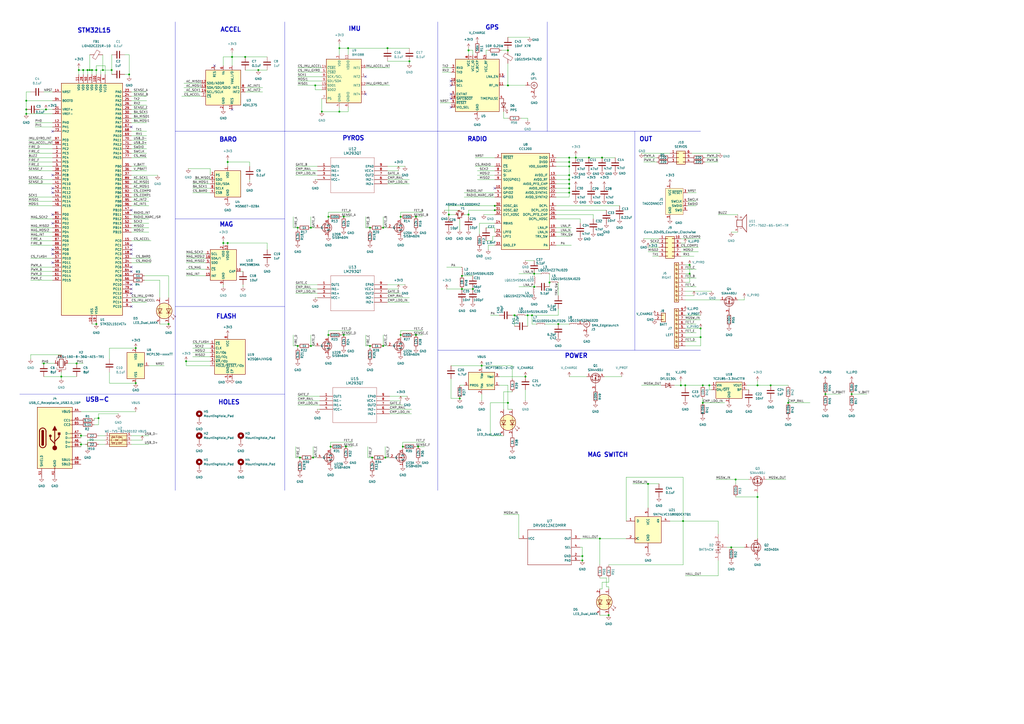
<source format=kicad_sch>
(kicad_sch (version 20250114) (generator "eeschema") (generator_version "9.0")
  (paper "A2")
  (lib_symbols
    (symbol "74xGxx:74LVC1G80" (pin_names (offset 1.016))
      (property "Reference" "U" (at -5.08 10.16 0))
      (property "Value" "74LVC1G80" (at 7.62 -10.16 0))
      (symbol "74LVC1G80_1_1"
        (pin input line (at -12.7 5.08 0) (length 5.08) (name "D") (number "1"))
        (pin input clock (at -12.7 -5.08 0) (length 5.08) (name "C") (number "2"))
        (pin power_in line (at 0 12.7 270) (length 5.08) (name "VCC") (number "5"))
        (pin power_in line (at 0 -12.7 90) (length 5.08) (name "GND") (number "3"))
        (pin output line (at 12.7 5.08 180) (length 5.08) (name "~{Q}") (number "4"))
      )
    )
    (symbol "Battery_Management:MCP73831-2-OT"
      (property "Reference" "U" (at -7.62 6.35 0))
      (property "Value" "MCP73831-2-OT" (at 1.27 6.35 0))
      (symbol "MCP73831-2-OT_1_1"
        (pin input line (at -10.16 -2.54 0) (length 2.54) (name "PROG") (number "5"))
        (pin power_in line (at 0 7.62 270) (length 2.54) (name "V_{DD}") (number "4"))
        (pin power_in line (at 0 -7.62 90) (length 2.54) (name "V_{SS}") (number "2"))
        (pin power_out line (at 10.16 2.54 180) (length 2.54) (name "V_{BAT}") (number "3"))
        (pin tri_state line (at 10.16 -2.54 180) (length 2.54) (name "STAT") (number "1"))
      )
    )
    (symbol "Connector:Conn_ARM_SWD_TagConnect_TC2030-NL" (in_bom no)
      (property "Reference" "J" (at 2.54 11.43 0))
      (property "Value" "Conn_ARM_SWD_TagConnect_TC2030-NL" (at 2.54 8.89 0))
      (symbol "Conn_ARM_SWD_TagConnect_TC2030-NL_0_0"
        (pin power_in line (at -2.54 10.16 270) (length 2.54) (name "VCC") (number "1"))
        (pin power_in line (at -2.54 -10.16 90) (length 2.54) (name "GND") (number "5"))
        (pin open_collector line (at 7.62 5.08 180) (length 2.54) (name "~{RESET}") (number "3"))
        (pin output line (at 7.62 0 180) (length 2.54) (name "SWCLK") (number "4"))
        (pin bidirectional line (at 7.62 -2.54 180) (length 2.54) (name "SWDIO") (number "2"))
        (pin input line (at 7.62 -5.08 180) (length 2.54) (name "SWO") (number "6"))
      )
    )
    (symbol "Connector:Conn_Coaxial" (pin_names (offset 1.016) (hide yes))
      (property "Reference" "J" (at 0.254 3.048 0))
      (property "Value" "Conn_Coaxial" (at 2.921 0 90))
      (symbol "Conn_Coaxial_1_1"
        (pin passive line (at -5.08 0 0) (length 2.54) (name "In") (number "1"))
        (pin passive line (at 0 -5.08 90) (length 2.54) (name "Ext") (number "2"))
      )
    )
    (symbol "Connector:Screw_Terminal_01x09" (pin_names (offset 1.016) (hide yes))
      (property "Reference" "J" (at 0 12.7 0))
      (property "Value" "Screw_Terminal_01x09" (at 0 -12.7 0))
      (symbol "Screw_Terminal_01x09_1_1"
        (pin passive line (at -5.08 10.16 0) (length 3.81) (name "Pin_1") (number "1"))
        (pin passive line (at -5.08 7.62 0) (length 3.81) (name "Pin_2") (number "2"))
        (pin passive line (at -5.08 5.08 0) (length 3.81) (name "Pin_3") (number "3"))
        (pin passive line (at -5.08 2.54 0) (length 3.81) (name "Pin_4") (number "4"))
        (pin passive line (at -5.08 0 0) (length 3.81) (name "Pin_5") (number "5"))
        (pin passive line (at -5.08 -2.54 0) (length 3.81) (name "Pin_6") (number "6"))
        (pin passive line (at -5.08 -5.08 0) (length 3.81) (name "Pin_7") (number "7"))
        (pin passive line (at -5.08 -7.62 0) (length 3.81) (name "Pin_8") (number "8"))
        (pin passive line (at -5.08 -10.16 0) (length 3.81) (name "Pin_9") (number "9"))
      )
    )
    (symbol "Connector:USB_C_Receptacle_USB2.0_16P" (pin_names (offset 1.016))
      (property "Reference" "J" (at 0 22.225 0))
      (property "Value" "USB_C_Receptacle_USB2.0_16P" (at 0 19.685 0))
      (symbol "USB_C_Receptacle_USB2.0_16P_1_1"
        (pin passive line (at -7.62 -22.86 90) (length 5.08) (name "SHIELD") (number "S1"))
        (pin passive line (at 0 -22.86 90) (length 5.08) (name "GND") (number "A1"))
        (pin passive line (at 0 -22.86 90) (length 5.08) (hide yes) (name "GND") (number "A12"))
        (pin passive line (at 0 -22.86 90) (length 5.08) (hide yes) (name "GND") (number "B1"))
        (pin passive line (at 0 -22.86 90) (length 5.08) (hide yes) (name "GND") (number "B12"))
        (pin passive line (at 15.24 15.24 180) (length 5.08) (name "VBUS") (number "A4"))
        (pin passive line (at 15.24 15.24 180) (length 5.08) (hide yes) (name "VBUS") (number "A9"))
        (pin passive line (at 15.24 15.24 180) (length 5.08) (hide yes) (name "VBUS") (number "B4"))
        (pin passive line (at 15.24 15.24 180) (length 5.08) (hide yes) (name "VBUS") (number "B9"))
        (pin bidirectional line (at 15.24 10.16 180) (length 5.08) (name "CC1") (number "A5"))
        (pin bidirectional line (at 15.24 7.62 180) (length 5.08) (name "CC2") (number "B5"))
        (pin bidirectional line (at 15.24 2.54 180) (length 5.08) (name "D-") (number "A7"))
        (pin bidirectional line (at 15.24 0 180) (length 5.08) (name "D-") (number "B7"))
        (pin bidirectional line (at 15.24 -2.54 180) (length 5.08) (name "D+") (number "A6"))
        (pin bidirectional line (at 15.24 -5.08 180) (length 5.08) (name "D+") (number "B6"))
        (pin bidirectional line (at 15.24 -12.7 180) (length 5.08) (name "SBU1") (number "A8"))
        (pin bidirectional line (at 15.24 -15.24 180) (length 5.08) (name "SBU2") (number "B8"))
      )
    )
    (symbol "Connector_Generic:Conn_01x02" (pin_names (offset 1.016) (hide yes))
      (property "Reference" "J" (at 0 2.54 0))
      (property "Value" "Conn_01x02" (at 0 -5.08 0))
      (symbol "Conn_01x02_1_1"
        (pin passive line (at -5.08 0 0) (length 3.81) (name "Pin_1") (number "1"))
        (pin passive line (at -5.08 -2.54 0) (length 3.81) (name "Pin_2") (number "2"))
      )
    )
    (symbol "Connector_Generic:Conn_02x03_Counter_Clockwise" (pin_names (offset 1.016) (hide yes))
      (property "Reference" "J" (at 1.27 5.08 0))
      (property "Value" "Conn_02x03_Counter_Clockwise" (at 1.27 -5.08 0))
      (symbol "Conn_02x03_Counter_Clockwise_1_1"
        (pin passive line (at -5.08 2.54 0) (length 3.81) (name "Pin_1") (number "1"))
        (pin passive line (at -5.08 0 0) (length 3.81) (name "Pin_2") (number "2"))
        (pin passive line (at -5.08 -2.54 0) (length 3.81) (name "Pin_3") (number "3"))
        (pin passive line (at 7.62 2.54 180) (length 3.81) (name "Pin_6") (number "6"))
        (pin passive line (at 7.62 0 180) (length 3.81) (name "Pin_5") (number "5"))
        (pin passive line (at 7.62 -2.54 180) (length 3.81) (name "Pin_4") (number "4"))
      )
    )
    (symbol "Connector_Generic:Conn_02x05_Counter_Clockwise" (pin_names (offset 1.016) (hide yes))
      (property "Reference" "J" (at 1.27 7.62 0))
      (property "Value" "Conn_02x05_Counter_Clockwise" (at 1.27 -7.62 0))
      (symbol "Conn_02x05_Counter_Clockwise_1_1"
        (pin passive line (at -5.08 5.08 0) (length 3.81) (name "Pin_1") (number "1"))
        (pin passive line (at -5.08 2.54 0) (length 3.81) (name "Pin_2") (number "2"))
        (pin passive line (at -5.08 0 0) (length 3.81) (name "Pin_3") (number "3"))
        (pin passive line (at -5.08 -2.54 0) (length 3.81) (name "Pin_4") (number "4"))
        (pin passive line (at -5.08 -5.08 0) (length 3.81) (name "Pin_5") (number "5"))
        (pin passive line (at 7.62 5.08 180) (length 3.81) (name "Pin_10") (number "10"))
        (pin passive line (at 7.62 2.54 180) (length 3.81) (name "Pin_9") (number "9"))
        (pin passive line (at 7.62 0 180) (length 3.81) (name "Pin_8") (number "8"))
        (pin passive line (at 7.62 -2.54 180) (length 3.81) (name "Pin_7") (number "7"))
        (pin passive line (at 7.62 -5.08 180) (length 3.81) (name "Pin_6") (number "6"))
      )
    )
    (symbol "Device:C" (pin_numbers (hide yes)) (pin_names (offset 0.254))
      (property "Reference" "C" (at 0.635 2.54 0))
      (property "Value" "C" (at 0.635 -2.54 0))
      (symbol "C_1_1"
        (pin passive line (at 0 3.81 270) (length 2.794) (name "~") (number "1"))
        (pin passive line (at 0 -3.81 90) (length 2.794) (name "~") (number "2"))
      )
    )
    (symbol "Device:Crystal_GND24" (pin_names (offset 1.016) (hide yes))
      (property "Reference" "Y" (at 3.175 5.08 0))
      (property "Value" "Crystal_GND24" (at 3.175 3.175 0))
      (symbol "Crystal_GND24_1_1"
        (pin passive line (at -3.81 0 0) (length 1.27) (name "1") (number "1"))
        (pin passive line (at 0 5.08 270) (length 1.27) (name "2") (number "2"))
        (pin passive line (at 0 -5.08 90) (length 1.27) (name "4") (number "4"))
        (pin passive line (at 3.81 0 180) (length 1.27) (name "3") (number "3"))
      )
    )
    (symbol "Device:Crystal_GND24_Small" (pin_names (offset 1.016) (hide yes))
      (property "Reference" "Y" (at 1.27 4.445 0))
      (property "Value" "Crystal_GND24_Small" (at 1.27 2.54 0))
      (symbol "Crystal_GND24_Small_1_1"
        (pin passive line (at -2.54 0 0) (length 1.27) (name "1") (number "1"))
        (pin passive line (at 0 2.54 270) (length 0.635) (name "4") (number "4"))
        (pin passive line (at 0 -2.54 90) (length 0.635) (name "2") (number "2"))
        (pin passive line (at 2.54 0 180) (length 1.27) (name "3") (number "3"))
      )
    )
    (symbol "Device:D_Schottky" (pin_numbers (hide yes)) (pin_names (offset 1.016) (hide yes))
      (property "Reference" "D" (at 0 2.54 0))
      (property "Value" "D_Schottky" (at 0 -2.54 0))
      (symbol "D_Schottky_1_1"
        (pin passive line (at -3.81 0 0) (length 2.54) (name "K") (number "1"))
        (pin passive line (at 3.81 0 180) (length 2.54) (name "A") (number "2"))
      )
    )
    (symbol "Device:FerriteBead" (pin_numbers (hide yes)) (pin_names (offset 0))
      (property "Reference" "FB" (at -3.81 0.635 90))
      (property "Value" "FerriteBead" (at 3.81 0 90))
      (symbol "FerriteBead_1_1"
        (pin passive line (at 0 3.81 270) (length 2.54) (name "~") (number "1"))
        (pin passive line (at 0 -3.81 90) (length 2.54) (name "~") (number "2"))
      )
    )
    (symbol "Device:LED" (pin_numbers (hide yes)) (pin_names (offset 1.016) (hide yes))
      (property "Reference" "D" (at 0 2.54 0))
      (property "Value" "LED" (at 0 -2.54 0))
      (symbol "LED_1_1"
        (pin passive line (at -3.81 0 0) (length 2.54) (name "K") (number "1"))
        (pin passive line (at 3.81 0 180) (length 2.54) (name "A") (number "2"))
      )
    )
    (symbol "Device:LED_Dual_AAKK" (pin_names (offset 0) (hide yes))
      (property "Reference" "D" (at 0 5.715 0))
      (property "Value" "LED_Dual_AAKK" (at 0 -6.35 0))
      (symbol "LED_Dual_AAKK_1_1"
        (pin input line (at -7.62 2.54 0) (length 3.048) (name "A1") (number "1"))
        (pin input line (at -7.62 -2.54 0) (length 3.048) (name "A2") (number "2"))
        (pin input line (at 7.62 2.54 180) (length 3.81) (name "K1") (number "3"))
        (pin input line (at 7.62 -2.54 180) (length 3.81) (name "K2") (number "4"))
      )
    )
    (symbol "Device:L_Small" (pin_numbers (hide yes)) (pin_names (offset 0.254) (hide yes))
      (property "Reference" "L" (at 0.762 1.016 0))
      (property "Value" "L_Small" (at 0.762 -1.016 0))
      (symbol "L_Small_1_1"
        (pin passive line (at 0 2.54 270) (length 0.508) (name "~") (number "1"))
        (pin passive line (at 0 -2.54 90) (length 0.508) (name "~") (number "2"))
      )
    )
    (symbol "Device:R" (pin_numbers (hide yes)) (pin_names (offset 0))
      (property "Reference" "R" (at 2.032 0 90))
      (property "Value" "R" (at 0 0 90))
      (symbol "R_1_1"
        (pin passive line (at 0 3.81 270) (length 1.27) (name "~") (number "1"))
        (pin passive line (at 0 -3.81 90) (length 1.27) (name "~") (number "2"))
      )
    )
    (symbol "Diode:BAT54CW" (pin_names (offset 1.016))
      (property "Reference" "D" (at 0.635 -3.81 0))
      (property "Value" "BAT54CW" (at -6.35 3.175 0))
      (symbol "BAT54CW_1_1"
        (pin passive line (at -7.62 0 0) (length 3.81) (name "~") (number "1"))
        (pin passive line (at 0 -5.08 90) (length 5.08) (name "~") (number "3"))
        (pin passive line (at 7.62 0 180) (length 3.81) (name "~") (number "2"))
      )
    )
    (symbol "FCU2025:CPT-7502-65-SMT-TR" (pin_names (offset 1.016))
      (property "Reference" "U" (at -1.27 6.35 0))
      (property "Value" "CPT-7502-65-SMT-TR" (at -1.27 -8.255 0))
      (symbol "CPT-7502-65-SMT-TR_0_0"
        (text "+" (at -1.905 2.54 0) (effects (font (size 1.778 1.778)) (justify left bottom)))
        (text "-" (at -1.905 -3.81 0) (effects (font (size 1.778 1.778)) (justify left bottom)))
        (pin passive line (at -2.54 5.08 270) (length 2.54) (name "~") (number "P"))
        (pin passive line (at -2.54 -5.08 90) (length 2.54) (name "~") (number "N"))
      )
    )
    (symbol "FCU2025:DRV5012AEDMRR" (pin_names (offset 0.254))
      (property "Reference" "U" (at 0 2.54 0))
      (property "Value" "DRV5012AEDMRR" (at 0 0 0))
      (symbol "DRV5012AEDMRR_0_1"
        (pin power_in line (at -17.78 5.08 0) (length 5.08) (name "VCC") (number "1"))
        (pin output line (at 17.78 5.08 180) (length 5.08) (name "OUT") (number "3"))
        (pin input line (at 17.78 0 180) (length 5.08) (name "SEL") (number "4"))
        (pin power_in line (at 17.78 -5.08 180) (length 5.08) (name "GND") (number "2"))
        (pin power_in line (at 17.78 -7.62 180) (length 5.08) (name "PAD") (number "5"))
      )
    )
    (symbol "FCU2025:LM293QT" (pin_names (offset 0.254))
      (property "Reference" "U" (at 20.32 10.16 0))
      (property "Value" "LM293QT" (at 20.32 7.62 0))
      (symbol "LM293QT_0_1"
        (pin output line (at 0 0 0) (length 7.62) (name "OUT1") (number "1"))
        (pin input line (at 0 -2.54 0) (length 7.62) (name "IN1-") (number "2"))
        (pin input line (at 0 -5.08 0) (length 7.62) (name "IN1+") (number "3"))
        (pin power_in line (at 0 -7.62 0) (length 7.62) (name "VCC-") (number "4"))
        (pin power_out line (at 40.64 0 180) (length 7.62) (name "EPAD") (number "9"))
        (pin power_in line (at 40.64 -2.54 180) (length 7.62) (name "VCC+") (number "8"))
        (pin output line (at 40.64 -5.08 180) (length 7.62) (name "OUT2") (number "7"))
        (pin input line (at 40.64 -7.62 180) (length 7.62) (name "IN2-") (number "6"))
        (pin input line (at 40.64 -10.16 180) (length 7.62) (name "IN2+") (number "5"))
      )
    )
    (symbol "FCU2025:MMC5983MA"
      (property "Reference" "U" (at 0 0 0))
      (property "Value" "MMC5983MA" (at 0 0 0))
      (symbol "MMC5983MA_1_1"
        (pin input line (at -10.16 10.16 0) (length 2.54) (name "SCL") (number "1"))
        (pin bidirectional line (at -10.16 7.62 0) (length 2.54) (name "SDA/I") (number "16"))
        (pin bidirectional line (at -10.16 5.08 0) (length 2.54) (name "SDO") (number "5"))
        (pin input line (at -10.16 1.27 0) (length 2.54) (name "~{CS}") (number "4"))
        (pin output line (at -10.16 -2.54 0) (length 2.54) (name "INT") (number "15"))
        (pin power_in line (at 0 15.24 270) (length 2.54) (name "VDD") (number "2"))
        (pin passive line (at 0 -7.62 90) (length 2.54) (hide yes) (name "GND") (number "11"))
        (pin power_in line (at 0 -7.62 90) (length 2.54) (name "GND") (number "9"))
        (pin power_in line (at 2.54 15.24 270) (length 2.54) (name "VDDIO") (number "13"))
        (pin no_connect line (at 10.16 10.16 180) (length 2.54) (hide yes) (name "NC") (number "12"))
        (pin no_connect line (at 10.16 10.16 180) (length 2.54) (hide yes) (name "NC") (number "14"))
        (pin no_connect line (at 10.16 10.16 180) (length 2.54) (hide yes) (name "NC") (number "3"))
        (pin no_connect line (at 10.16 10.16 180) (length 2.54) (hide yes) (name "NC") (number "6"))
        (pin no_connect line (at 10.16 10.16 180) (length 2.54) (hide yes) (name "NC") (number "7"))
        (pin no_connect line (at 10.16 10.16 180) (length 2.54) (hide yes) (name "NC") (number "8"))
        (pin passive line (at 10.16 0 180) (length 2.54) (name "CAP") (number "10"))
      )
    )
    (symbol "FCU2025:SI7232DN"
      (property "Reference" "U" (at -5.334 -2.54 0))
      (symbol "SI7232DN_1_1"
        (pin passive line (at -7.62 0 0) (length 2.54) (name "G") (number "2"))
        (pin passive line (at 0 5.08 270) (length 2.54) (name "D") (number "5"))
        (pin passive line (at 0 -5.08 90) (length 2.54) (name "S") (number "1"))
      )
      (symbol "SI7232DN_2_1"
        (pin passive line (at -7.62 0 0) (length 2.54) (name "G") (number "4"))
        (pin passive line (at 0 5.08 270) (length 2.54) (name "D") (number "6"))
        (pin passive line (at 0 -5.08 90) (length 2.54) (name "S") (number "3"))
      )
    )
    (symbol "MCU_ST_STM32L1:STM32L151VCTx"
      (property "Reference" "U" (at -17.78 69.85 0))
      (property "Value" "STM32L151VCTx" (at 10.16 69.85 0))
      (symbol "STM32L151VCTx_1_1"
        (pin input line (at -22.86 63.5 0) (length 5.08) (name "NRST") (number "14"))
        (pin input line (at -22.86 58.42 0) (length 5.08) (name "BOOT0") (number "94"))
        (pin input line (at -22.86 53.34 0) (length 5.08) (name "VREF+") (number "21"))
        (pin input line (at -22.86 50.8 0) (length 5.08) (name "VREF-") (number "20"))
        (pin bidirectional line (at -22.86 45.72 0) (length 5.08) (name "PH0") (number "12"))
        (pin bidirectional line (at -22.86 43.18 0) (length 5.08) (name "PH1") (number "13"))
        (pin bidirectional line (at -22.86 40.64 0) (length 5.08) (name "PH2") (number "73"))
        (pin bidirectional line (at -22.86 35.56 0) (length 5.08) (name "PE0") (number "97"))
        (pin bidirectional line (at -22.86 33.02 0) (length 5.08) (name "PE1") (number "98"))
        (pin bidirectional line (at -22.86 30.48 0) (length 5.08) (name "PE2") (number "1"))
        (pin bidirectional line (at -22.86 27.94 0) (length 5.08) (name "PE3") (number "2"))
        (pin bidirectional line (at -22.86 25.4 0) (length 5.08) (name "PE4") (number "3"))
        (pin bidirectional line (at -22.86 22.86 0) (length 5.08) (name "PE5") (number "4"))
        (pin bidirectional line (at -22.86 20.32 0) (length 5.08) (name "PE6") (number "5"))
        (pin bidirectional line (at -22.86 17.78 0) (length 5.08) (name "PE7") (number "38"))
        (pin bidirectional line (at -22.86 15.24 0) (length 5.08) (name "PE8") (number "39"))
        (pin bidirectional line (at -22.86 12.7 0) (length 5.08) (name "PE9") (number "40"))
        (pin bidirectional line (at -22.86 10.16 0) (length 5.08) (name "PE10") (number "41"))
        (pin bidirectional line (at -22.86 7.62 0) (length 5.08) (name "PE11") (number "42"))
        (pin bidirectional line (at -22.86 5.08 0) (length 5.08) (name "PE12") (number "43"))
        (pin bidirectional line (at -22.86 2.54 0) (length 5.08) (name "PE13") (number "44"))
        (pin bidirectional line (at -22.86 0 0) (length 5.08) (name "PE14") (number "45"))
        (pin bidirectional line (at -22.86 -2.54 0) (length 5.08) (name "PE15") (number "46"))
        (pin bidirectional line (at -22.86 -7.62 0) (length 5.08) (name "PD0") (number "81"))
        (pin bidirectional line (at -22.86 -10.16 0) (length 5.08) (name "PD1") (number "82"))
        (pin bidirectional line (at -22.86 -12.7 0) (length 5.08) (name "PD2") (number "83"))
        (pin bidirectional line (at -22.86 -15.24 0) (length 5.08) (name "PD3") (number "84"))
        (pin bidirectional line (at -22.86 -17.78 0) (length 5.08) (name "PD4") (number "85"))
        (pin bidirectional line (at -22.86 -20.32 0) (length 5.08) (name "PD5") (number "86"))
        (pin bidirectional line (at -22.86 -22.86 0) (length 5.08) (name "PD6") (number "87"))
        (pin bidirectional line (at -22.86 -25.4 0) (length 5.08) (name "PD7") (number "88"))
        (pin bidirectional line (at -22.86 -27.94 0) (length 5.08) (name "PD8") (number "55"))
        (pin bidirectional line (at -22.86 -30.48 0) (length 5.08) (name "PD9") (number "56"))
        (pin bidirectional line (at -22.86 -33.02 0) (length 5.08) (name "PD10") (number "57"))
        (pin bidirectional line (at -22.86 -35.56 0) (length 5.08) (name "PD11") (number "58"))
        (pin bidirectional line (at -22.86 -38.1 0) (length 5.08) (name "PD12") (number "59"))
        (pin bidirectional line (at -22.86 -40.64 0) (length 5.08) (name "PD13") (number "60"))
        (pin bidirectional line (at -22.86 -43.18 0) (length 5.08) (name "PD14") (number "61"))
        (pin bidirectional line (at -22.86 -45.72 0) (length 5.08) (name "PD15") (number "62"))
        (pin power_in line (at -7.62 73.66 270) (length 5.08) (name "VDD") (number "11"))
        (pin power_in line (at -5.08 73.66 270) (length 5.08) (name "VDD") (number "28"))
        (pin power_in line (at -2.54 73.66 270) (length 5.08) (name "VDD") (number "50"))
        (pin power_in line (at 0 73.66 270) (length 5.08) (name "VDD") (number "75"))
        (pin power_in line (at 0 -71.12 90) (length 5.08) (name "VSS") (number "10"))
        (pin passive line (at 0 -71.12 90) (length 5.08) (hide yes) (name "VSS") (number "27"))
        (pin passive line (at 0 -71.12 90) (length 5.08) (hide yes) (name "VSS") (number "49"))
        (pin passive line (at 0 -71.12 90) (length 5.08) (hide yes) (name "VSS") (number "74"))
        (pin passive line (at 0 -71.12 90) (length 5.08) (hide yes) (name "VSS") (number "99"))
        (pin power_in line (at 2.54 73.66 270) (length 5.08) (name "VDD") (number "100"))
        (pin power_in line (at 2.54 -71.12 90) (length 5.08) (name "VSSA") (number "19"))
        (pin power_in line (at 5.08 73.66 270) (length 5.08) (name "VDDA") (number "22"))
        (pin power_in line (at 7.62 73.66 270) (length 5.08) (name "VLCD") (number "6"))
        (pin bidirectional line (at 22.86 63.5 180) (length 5.08) (name "PA0") (number "23"))
        (pin bidirectional line (at 22.86 60.96 180) (length 5.08) (name "PA1") (number "24"))
        (pin bidirectional line (at 22.86 58.42 180) (length 5.08) (name "PA2") (number "25"))
        (pin bidirectional line (at 22.86 55.88 180) (length 5.08) (name "PA3") (number "26"))
        (pin bidirectional line (at 22.86 53.34 180) (length 5.08) (name "PA4") (number "29"))
        (pin bidirectional line (at 22.86 50.8 180) (length 5.08) (name "PA5") (number "30"))
        (pin bidirectional line (at 22.86 48.26 180) (length 5.08) (name "PA6") (number "31"))
        (pin bidirectional line (at 22.86 45.72 180) (length 5.08) (name "PA7") (number "32"))
        (pin bidirectional line (at 22.86 43.18 180) (length 5.08) (name "PA8") (number "67"))
        (pin bidirectional line (at 22.86 40.64 180) (length 5.08) (name "PA9") (number "68"))
        (pin bidirectional line (at 22.86 38.1 180) (length 5.08) (name "PA10") (number "69"))
        (pin bidirectional line (at 22.86 35.56 180) (length 5.08) (name "PA11") (number "70"))
        (pin bidirectional line (at 22.86 33.02 180) (length 5.08) (name "PA12") (number "71"))
        (pin bidirectional line (at 22.86 30.48 180) (length 5.08) (name "PA13") (number "72"))
        (pin bidirectional line (at 22.86 27.94 180) (length 5.08) (name "PA14") (number "76"))
        (pin bidirectional line (at 22.86 25.4 180) (length 5.08) (name "PA15") (number "77"))
        (pin bidirectional line (at 22.86 20.32 180) (length 5.08) (name "PB0") (number "35"))
        (pin bidirectional line (at 22.86 17.78 180) (length 5.08) (name "PB1") (number "36"))
        (pin bidirectional line (at 22.86 15.24 180) (length 5.08) (name "PB2") (number "37"))
        (pin bidirectional line (at 22.86 12.7 180) (length 5.08) (name "PB3") (number "89"))
        (pin bidirectional line (at 22.86 10.16 180) (length 5.08) (name "PB4") (number "90"))
        (pin bidirectional line (at 22.86 7.62 180) (length 5.08) (name "PB5") (number "91"))
        (pin bidirectional line (at 22.86 5.08 180) (length 5.08) (name "PB6") (number "92"))
        (pin bidirectional line (at 22.86 2.54 180) (length 5.08) (name "PB7") (number "93"))
        (pin bidirectional line (at 22.86 0 180) (length 5.08) (name "PB8") (number "95"))
        (pin bidirectional line (at 22.86 -2.54 180) (length 5.08) (name "PB9") (number "96"))
        (pin bidirectional line (at 22.86 -5.08 180) (length 5.08) (name "PB10") (number "47"))
        (pin bidirectional line (at 22.86 -7.62 180) (length 5.08) (name "PB11") (number "48"))
        (pin bidirectional line (at 22.86 -10.16 180) (length 5.08) (name "PB12") (number "51"))
        (pin bidirectional line (at 22.86 -12.7 180) (length 5.08) (name "PB13") (number "52"))
        (pin bidirectional line (at 22.86 -15.24 180) (length 5.08) (name "PB14") (number "53"))
        (pin bidirectional line (at 22.86 -17.78 180) (length 5.08) (name "PB15") (number "54"))
        (pin bidirectional line (at 22.86 -22.86 180) (length 5.08) (name "PC0") (number "15"))
        (pin bidirectional line (at 22.86 -25.4 180) (length 5.08) (name "PC1") (number "16"))
        (pin bidirectional line (at 22.86 -27.94 180) (length 5.08) (name "PC2") (number "17"))
        (pin bidirectional line (at 22.86 -30.48 180) (length 5.08) (name "PC3") (number "18"))
        (pin bidirectional line (at 22.86 -33.02 180) (length 5.08) (name "PC4") (number "33"))
        (pin bidirectional line (at 22.86 -35.56 180) (length 5.08) (name "PC5") (number "34"))
        (pin bidirectional line (at 22.86 -38.1 180) (length 5.08) (name "PC6") (number "63"))
        (pin bidirectional line (at 22.86 -40.64 180) (length 5.08) (name "PC7") (number "64"))
        (pin bidirectional line (at 22.86 -43.18 180) (length 5.08) (name "PC8") (number "65"))
        (pin bidirectional line (at 22.86 -45.72 180) (length 5.08) (name "PC9") (number "66"))
        (pin bidirectional line (at 22.86 -48.26 180) (length 5.08) (name "PC10") (number "78"))
        (pin bidirectional line (at 22.86 -50.8 180) (length 5.08) (name "PC11") (number "79"))
        (pin bidirectional line (at 22.86 -53.34 180) (length 5.08) (name "PC12") (number "80"))
        (pin bidirectional line (at 22.86 -55.88 180) (length 5.08) (name "PC13") (number "7"))
        (pin bidirectional line (at 22.86 -58.42 180) (length 5.08) (name "PC14") (number "8"))
        (pin bidirectional line (at 22.86 -60.96 180) (length 5.08) (name "PC15") (number "9"))
      )
    )
    (symbol "Mechanical:MountingHole_Pad" (pin_numbers (hide yes)) (pin_names (offset 1.016) (hide yes)) (in_bom no)
      (property "Reference" "H" (at 0 6.35 0))
      (property "Value" "MountingHole_Pad" (at 0 4.445 0))
      (symbol "MountingHole_Pad_1_1"
        (pin input line (at 0 -2.54 90) (length 2.54) (name "1") (number "1"))
      )
    )
    (symbol "Memory_Flash:W25Q128JVP"
      (property "Reference" "U" (at -6.35 11.43 0))
      (property "Value" "W25Q128JVP" (at 7.62 11.43 0))
      (symbol "W25Q128JVP_1_1"
        (pin input line (at -10.16 7.62 0) (length 2.54) (name "~{CS}") (number "1"))
        (pin input line (at -10.16 5.08 0) (length 2.54) (name "CLK") (number "6"))
        (pin bidirectional line (at -10.16 2.54 0) (length 2.54) (name "DI/IO_{0}") (number "5"))
        (pin bidirectional line (at -10.16 0 0) (length 2.54) (name "DO/IO_{1}") (number "2"))
        (pin bidirectional line (at -10.16 -2.54 0) (length 2.54) (name "~{WP}/IO_{2}") (number "3"))
        (pin bidirectional line (at -10.16 -5.08 0) (length 2.54) (name "~{HOLD}/~{RESET}/IO_{3}") (number "7"))
        (pin power_in line (at 0 12.7 270) (length 2.54) (name "VCC") (number "8"))
        (pin power_in line (at 0 -12.7 90) (length 2.54) (name "GND") (number "4"))
        (pin passive line (at 2.54 -12.7 90) (length 2.54) (name "EP") (number "9"))
      )
    )
    (symbol "Power_Protection:WE-TVS-82400102"
      (property "Reference" "U" (at 0 7.62 0))
      (property "Value" "WE-TVS-82400102" (at 0 5.08 0))
      (symbol "WE-TVS-82400102_1_1"
        (pin passive line (at -7.62 2.54 0) (length 2.54) (name "~") (number "1"))
        (pin passive line (at -7.62 0 0) (length 2.54) (name "~") (number "2"))
        (pin passive line (at -7.62 -2.54 0) (length 2.54) (name "~") (number "3"))
        (pin passive line (at 7.62 2.54 180) (length 2.54) (name "~") (number "6"))
        (pin passive line (at 7.62 0 180) (length 2.54) (name "~") (number "5"))
        (pin passive line (at 7.62 -2.54 180) (length 2.54) (name "~") (number "4"))
      )
    )
    (symbol "Power_Supervisor:MCP130-xxxxTT"
      (property "Reference" "U" (at -5.08 8.89 0))
      (property "Value" "MCP130-xxxxTT" (at 8.89 8.89 0))
      (symbol "MCP130-xxxxTT_1_1"
        (pin power_in line (at 0 10.16 270) (length 2.54) (name "VDD") (number "2"))
        (pin power_in line (at 0 -10.16 90) (length 2.54) (name "VSS") (number "3"))
        (pin open_collector line (at 7.62 0 180) (length 2.54) (name "~{RST}") (number "1"))
      )
    )
    (symbol "RF:CC1200" (pin_names (offset 1.016))
      (property "Reference" "U" (at -12.7 29.21 0))
      (property "Value" "CC1200" (at -10.16 -29.21 0))
      (symbol "CC1200_1_1"
        (pin input line (at -17.78 25.4 0) (length 3.81) (name "~{RESET}") (number "2"))
        (pin input line (at -17.78 20.32 0) (length 3.81) (name "~{CS}") (number "11"))
        (pin input line (at -17.78 17.78 0) (length 3.81) (name "SCLK") (number "8"))
        (pin input line (at -17.78 15.24 0) (length 3.81) (name "SI") (number "7"))
        (pin bidirectional line (at -17.78 12.7 0) (length 3.81) (name "SO(GPIO1)") (number "9"))
        (pin bidirectional line (at -17.78 7.62 0) (length 3.81) (name "GPIO0") (number "10"))
        (pin bidirectional line (at -17.78 5.08 0) (length 3.81) (name "GPIO2") (number "4"))
        (pin bidirectional line (at -17.78 2.54 0) (length 3.81) (name "GPIO3") (number "3"))
        (pin passive line (at -17.78 -2.54 0) (length 3.81) (name "XOSC_Q1") (number "30"))
        (pin passive line (at -17.78 -5.08 0) (length 3.81) (name "XOSC_Q2") (number "31"))
        (pin input line (at -17.78 -7.62 0) (length 3.81) (name "EXT_XOSC") (number "32"))
        (pin passive line (at -17.78 -12.7 0) (length 3.81) (name "RBIAS") (number "14"))
        (pin passive line (at -17.78 -17.78 0) (length 3.81) (name "LPF0") (number "23"))
        (pin passive line (at -17.78 -20.32 0) (length 3.81) (name "LPF1") (number "24"))
        (pin power_in line (at -17.78 -25.4 0) (length 3.81) (name "GND_EP") (number "33"))
        (pin power_in line (at 17.78 25.4 180) (length 3.81) (name "DVDD") (number "5"))
        (pin power_in line (at 17.78 22.86 180) (length 3.81) (name "DVDD") (number "12"))
        (pin power_in line (at 17.78 20.32 180) (length 3.81) (name "VDD_GUARD") (number "1"))
        (pin power_in line (at 17.78 15.24 180) (length 3.81) (name "AVDD_IF") (number "13"))
        (pin power_in line (at 17.78 12.7 180) (length 3.81) (name "AVDD_RF") (number "15"))
        (pin power_in line (at 17.78 10.16 180) (length 3.81) (name "AVDD_PFD_CHP") (number "25"))
        (pin power_in line (at 17.78 7.62 180) (length 3.81) (name "AVDD_XOSC") (number "28"))
        (pin power_in line (at 17.78 5.08 180) (length 3.81) (name "AVDD_SYNTH1") (number "22"))
        (pin power_in line (at 17.78 2.54 180) (length 3.81) (name "AVDD_SYNTH2") (number "27"))
        (pin power_out line (at 17.78 -2.54 180) (length 3.81) (name "DCPL") (number "6"))
        (pin power_out line (at 17.78 -5.08 180) (length 3.81) (name "DCPL_VCO") (number "21"))
        (pin power_out line (at 17.78 -7.62 180) (length 3.81) (name "DCPL_PFD_CHP") (number "26"))
        (pin power_out line (at 17.78 -10.16 180) (length 3.81) (name "DCPL_XOSC") (number "29"))
        (pin passive line (at 17.78 -15.24 180) (length 3.81) (name "LNA_P") (number "19"))
        (pin passive line (at 17.78 -17.78 180) (length 3.81) (name "LNA_N") (number "20"))
        (pin passive line (at 17.78 -20.32 180) (length 3.81) (name "TRX_SW") (number "18"))
        (pin passive line (at 17.78 -25.4 180) (length 3.81) (name "PA") (number "17"))
      )
    )
    (symbol "RF_GPS:MAX-M10S"
      (property "Reference" "U" (at -10.16 16.51 0))
      (property "Value" "MAX-M10S" (at 11.43 16.51 0))
      (symbol "MAX-M10S_1_1"
        (pin input line (at -15.24 10.16 0) (length 2.54) (name "RXD") (number "3"))
        (pin output line (at -15.24 7.62 0) (length 2.54) (name "TXD") (number "2"))
        (pin bidirectional line (at -15.24 2.54 0) (length 2.54) (name "SDA") (number "16"))
        (pin input line (at -15.24 0 0) (length 2.54) (name "SCL") (number "17"))
        (pin input line (at -15.24 -5.08 0) (length 2.54) (name "EXTINT") (number "5"))
        (pin input line (at -15.24 -7.62 0) (length 2.54) (name "~{SAFEBOOT}") (number "18"))
        (pin input line (at -15.24 -10.16 0) (length 2.54) (name "~{RESET}") (number "9"))
        (pin input line (at -15.24 -12.7 0) (length 2.54) (name "VIO_SEL") (number "15"))
        (pin power_in line (at -5.08 17.78 270) (length 2.54) (name "VCC") (number "8"))
        (pin power_in line (at -2.54 17.78 270) (length 2.54) (name "VCC_IO") (number "7"))
        (pin power_in line (at 0 17.78 270) (length 2.54) (name "V_BCKP") (number "6"))
        (pin power_in line (at 0 -17.78 90) (length 2.54) (name "GND") (number "1"))
        (pin passive line (at 0 -17.78 90) (length 2.54) (hide yes) (name "GND") (number "10"))
        (pin passive line (at 0 -17.78 90) (length 2.54) (hide yes) (name "GND") (number "12"))
        (pin power_out line (at 5.08 17.78 270) (length 2.54) (name "VCC_RF") (number "14"))
        (pin output line (at 15.24 5.08 180) (length 2.54) (name "LNA_EN") (number "13"))
        (pin input line (at 15.24 0 180) (length 2.54) (name "RF_IN") (number "11"))
        (pin output line (at 15.24 -7.62 180) (length 2.54) (name "TIMEPULSE") (number "4"))
      )
    )
    (symbol "Regulator_Linear:TC2185-3.3VxCTTR" (pin_names (offset 0.254))
      (property "Reference" "U" (at -6.35 5.715 0))
      (property "Value" "TC2185-3.3VxCTTR" (at 0 5.715 0))
      (symbol "TC2185-3.3VxCTTR_1_1"
        (pin power_in line (at -10.16 2.54 0) (length 2.54) (name "VIN") (number "1"))
        (pin input line (at -10.16 0 0) (length 2.54) (name "ON/~{OFF}") (number "3"))
        (pin power_in line (at 0 -7.62 90) (length 2.54) (name "GND") (number "2"))
        (pin power_out line (at 10.16 2.54 180) (length 2.54) (name "VOUT") (number "5"))
        (pin input line (at 10.16 0 180) (length 2.54) (name "BP") (number "4"))
      )
    )
    (symbol "Sensor_Motion:ADXL343"
      (property "Reference" "U" (at -8.89 11.43 0))
      (property "Value" "ADXL343" (at -7.62 -11.43 0))
      (symbol "ADXL343_1_1"
        (pin bidirectional line (at -12.7 2.54 0) (length 2.54) (name "SDO/ADDR") (number "12"))
        (pin bidirectional line (at -12.7 0 0) (length 2.54) (name "SDA/SDI/SDIO") (number "13"))
        (pin input line (at -12.7 -2.54 0) (length 2.54) (name "SCL/SCLK") (number "14"))
        (pin input line (at -12.7 -5.08 0) (length 2.54) (name "~{CS}") (number "7"))
        (pin passive line (at -5.08 12.7 270) (length 2.54) (name "RES") (number "3"))
        (pin no_connect line (at -5.08 -10.16 90) (length 2.54) (hide yes) (name "NC") (number "10"))
        (pin power_in line (at 0 12.7 270) (length 2.54) (name "Vs") (number "6"))
        (pin power_in line (at 0 -12.7 90) (length 2.54) (name "GND") (number "2"))
        (pin passive line (at 0 -12.7 90) (length 2.54) (hide yes) (name "GND") (number "4"))
        (pin passive line (at 0 -12.7 90) (length 2.54) (hide yes) (name "GND") (number "5"))
        (pin power_in line (at 5.08 12.7 270) (length 2.54) (name "Vdd_I/O") (number "1"))
        (pin passive line (at 5.08 -12.7 90) (length 2.54) (name "RES") (number "11"))
        (pin output line (at 12.7 0 180) (length 2.54) (name "INT1") (number "8"))
        (pin output line (at 12.7 -2.54 180) (length 2.54) (name "INT2") (number "9"))
      )
    )
    (symbol "Sensor_Motion:BMI088"
      (property "Reference" "U" (at -8.89 13.97 0))
      (property "Value" "BMI088" (at 8.89 13.97 0))
      (symbol "BMI088_1_1"
        (pin input line (at -12.7 7.62 0) (length 2.54) (name "~{CSB1}") (number "14"))
        (pin input line (at -12.7 5.08 0) (length 2.54) (name "~{CSB2}") (number "5"))
        (pin input line (at -12.7 2.54 0) (length 2.54) (name "SCK/SCL") (number "8"))
        (pin bidirectional line (at -12.7 0 0) (length 2.54) (name "SDI/SDA") (number "9"))
        (pin output line (at -12.7 -2.54 0) (length 2.54) (name "SDO1") (number "15"))
        (pin output line (at -12.7 -5.08 0) (length 2.54) (name "SDO2") (number "10"))
        (pin input line (at -12.7 -10.16 0) (length 2.54) (name "PS") (number "7"))
        (pin power_in line (at -2.54 15.24 270) (length 2.54) (name "VDD") (number "3"))
        (pin passive line (at -2.54 -15.24 90) (length 2.54) (hide yes) (name "GNDA") (number "2"))
        (pin power_in line (at -2.54 -15.24 90) (length 2.54) (name "GNDA") (number "4"))
        (pin power_in line (at 2.54 15.24 270) (length 2.54) (name "VDDIO") (number "11"))
        (pin power_in line (at 2.54 -15.24 90) (length 2.54) (name "GNDIO") (number "6"))
        (pin bidirectional line (at 12.7 7.62 180) (length 2.54) (name "INT1") (number "16"))
        (pin bidirectional line (at 12.7 2.54 180) (length 2.54) (name "INT2") (number "1"))
        (pin bidirectional line (at 12.7 -2.54 180) (length 2.54) (name "INT3") (number "12"))
        (pin bidirectional line (at 12.7 -7.62 180) (length 2.54) (name "INT4") (number "13"))
      )
    )
    (symbol "Sensor_Pressure:MS5607-02BA"
      (property "Reference" "U" (at -6.35 8.89 0))
      (property "Value" "MS5607-02BA" (at 7.62 8.89 0))
      (symbol "MS5607-02BA_1_1"
        (pin input line (at -10.16 5.08 0) (length 2.54) (name "PS") (number "2"))
        (pin output line (at -10.16 2.54 0) (length 2.54) (name "SDO") (number "6"))
        (pin bidirectional line (at -10.16 0 0) (length 2.54) (name "SDI/SDA") (number "7"))
        (pin input line (at -10.16 -2.54 0) (length 2.54) (name "SCLK") (number "8"))
        (pin input line (at -10.16 -5.08 0) (length 2.54) (name "CSB") (number "4"))
        (pin input line (at -10.16 -5.08 0) (length 2.54) (hide yes) (name "CSB") (number "5"))
        (pin power_in line (at 0 10.16 270) (length 2.54) (name "VDD") (number "1"))
        (pin power_in line (at 0 -10.16 90) (length 2.54) (name "GND") (number "3"))
      )
    )
    (symbol "Transistor_FET:AO3400A" (pin_names (offset 0) (hide yes))
      (property "Reference" "Q" (at 5.08 1.905 0))
      (property "Value" "AO3400A" (at 5.08 0 0))
      (symbol "AO3400A_1_1"
        (pin input line (at -5.08 0 0) (length 2.54) (name "G") (number "1"))
        (pin passive line (at 2.54 5.08 270) (length 2.54) (name "D") (number "3"))
        (pin passive line (at 2.54 -5.08 90) (length 2.54) (name "S") (number "2"))
      )
    )
    (symbol "Transistor_FET:SiA449DJ" (pin_names (hide yes))
      (property "Reference" "Q" (at 5.08 1.905 0))
      (property "Value" "SiA449DJ" (at 5.08 0 0))
      (symbol "SiA449DJ_1_1"
        (pin passive line (at -5.08 0 0) (length 2.54) (name "G") (number "3"))
        (pin passive line (at 2.54 5.08 270) (length 2.54) (name "D") (number "1"))
        (pin passive line (at 2.54 -5.08 90) (length 2.54) (name "S") (number "4"))
      )
    )
    (symbol "power:+3V3" (power) (pin_numbers (hide yes)) (pin_names (offset 0) (hide yes))
      (property "Value" "+3V3" (at 0 3.556 0))
      (symbol "+3V3_1_1"
        (pin power_in line (at 0 0 90) (length 0) (name "~") (number "1"))
      )
    )
    (symbol "power:GND" (power) (pin_numbers (hide yes)) (pin_names (offset 0) (hide yes))
      (property "Value" "GND" (at 0 -3.81 0))
      (symbol "GND_1_1"
        (pin power_in line (at 0 0 270) (length 0) (name "~") (number "1"))
      )
    )
    (symbol "power:VBUS" (power) (pin_numbers (hide yes)) (pin_names (offset 0) (hide yes))
      (property "Value" "VBUS" (at 0 3.556 0))
      (symbol "VBUS_1_1"
        (pin power_in line (at 0 0 90) (length 0) (name "~") (number "1"))
      )
    )
    (symbol "power:VDD" (power) (pin_numbers (hide yes)) (pin_names (offset 0) (hide yes))
      (property "Value" "VDD" (at 0 3.556 0))
      (symbol "VDD_1_1"
        (pin power_in line (at 0 0 90) (length 0) (name "~") (number "1"))
      )
    )
  )
  (text "HOLES\n" (at 132.842 233.426 0) (effects (font (size 2.54 2.54) (thickness 0.508) (bold yes))))
  (text "MAG SWITCH" (at 352.552 263.906 0) (effects (font (size 2.54 2.54) (thickness 0.508) (bold yes))))
  (text "BARO" (at 132.334 81.026 0) (effects (font (size 2.54 2.54) (thickness 0.508) (bold yes))))
  (text "STM32L15\n" (at 54.61 17.78 0) (effects (font (size 2.54 2.54) (thickness 0.508) (bold yes))))
  (text "USB-C\n" (at 56.388 231.902 0) (effects (font (size 2.54 2.54) (thickness 0.508) (bold yes))))
  (text "MAG" (at 131.318 130.302 0) (effects (font (size 2.54 2.54) (thickness 0.508) (bold yes))))
  (text "ACCEL\n" (at 133.858 17.272 0) (effects (font (size 2.54 2.54) (thickness 0.508) (bold yes))))
  (text "GPS\n" (at 285.496 16.002 0) (effects (font (size 2.54 2.54) (thickness 0.508) (bold yes))))
  (text "RADIO" (at 276.86 80.772 0) (effects (font (size 2.54 2.54) (thickness 0.508) (bold yes))))
  (text "IMU" (at 205.74 16.764 0) (effects (font (size 2.54 2.54) (thickness 0.508) (bold yes))))
  (text "PYROS\n" (at 204.978 80.264 0) (effects (font (size 2.54 2.54) (thickness 0.508) (bold yes))))
  (text "OUT\n" (at 374.65 80.772 0) (effects (font (size 2.54 2.54) (thickness 0.508) (bold yes))))
  (text "FLASH" (at 131.318 183.642 0) (effects (font (size 2.54 2.54) (thickness 0.508) (bold yes))))
  (text "POWER\n" (at 334.264 206.502 0) (effects (font (size 2.54 2.54) (thickness 0.508) (bold yes))))
  (junction (at 375.92 280.67))
  (junction (at 46.99 257.81))
  (junction (at 233.68 259.08))
  (junction (at 50.8 40.64))
  (junction (at 44.45 210.82))
  (junction (at 457.2 233.68))
  (junction (at 304.8 218.44))
  (junction (at 330.2 104.14))
  (junction (at 46.99 252.73))
  (junction (at 132.08 93.98))
  (junction (at 318.77 163.83))
  (junction (at 57.15 242.57))
  (junction (at 323.85 187.96))
  (junction (at 494.03 228.6))
  (junction (at 407.67 233.68))
  (junction (at 274.32 167.64))
  (junction (at 173.99 265.43))
  (junction (at 394.97 223.52))
  (junction (at 215.9 265.43))
  (junction (at 74.93 43.18))
  (junction (at 172.72 132.08))
  (junction (at 53.34 40.64))
  (junction (at 411.48 223.52))
  (junction (at 180.34 132.08))
  (junction (at 64.77 40.64))
  (junction (at 439.42 288.29))
  (junction (at 200.66 259.08))
  (junction (at 78.74 201.93))
  (junction (at 224.79 27.94))
  (junction (at 406.4 190.5))
  (junction (at 400.05 158.75))
  (junction (at 142.24 33.02))
  (junction (at 439.42 223.52))
  (junction (at 309.88 158.75))
  (junction (at 237.49 35.56))
  (junction (at 337.82 325.12))
  (junction (at 330.2 106.68))
  (junction (at 45.72 40.64))
  (junction (at 267.97 160.02))
  (junction (at 15.24 58.42))
  (junction (at 15.24 66.04))
  (junction (at 287.02 119.38))
  (junction (at 232.41 194.31))
  (junction (at 330.2 96.52))
  (junction (at 59.69 40.64))
  (junction (at 267.97 167.64))
  (junction (at 199.39 125.73))
  (junction (at 15.24 63.5))
  (junction (at 214.63 132.08))
  (junction (at 52.07 40.64))
  (junction (at 223.52 265.43))
  (junction (at 396.24 302.26))
  (junction (at 180.34 200.66))
  (junction (at 186.69 64.77))
  (junction (at 306.07 182.88))
  (junction (at 134.62 33.02))
  (junction (at 78.74 222.25))
  (junction (at 271.78 124.46))
  (junction (at 400.05 153.67))
  (junction (at 25.4 210.82))
  (junction (at 287.02 121.92))
  (junction (at 347.98 312.42))
  (junction (at 349.25 91.44))
  (junction (at 97.79 187.96))
  (junction (at 190.5 194.31))
  (junction (at 241.3 194.31))
  (junction (at 330.2 101.6))
  (junction (at 397.51 223.52))
  (junction (at 214.63 200.66))
  (junction (at 309.88 166.37))
  (junction (at 330.2 93.98))
  (junction (at 260.35 124.46))
  (junction (at 55.88 40.64))
  (junction (at 190.5 125.73))
  (junction (at 266.7 231.14))
  (junction (at 279.4 212.09))
  (junction (at 298.45 182.88))
  (junction (at 129.54 140.97))
  (junction (at 35.56 218.44))
  (junction (at 406.4 195.58))
  (junction (at 294.64 49.53))
  (junction (at 199.39 194.31))
  (junction (at 172.72 200.66))
  (junction (at 330.2 91.44))
  (junction (at 48.26 40.64))
  (junction (at 232.41 125.73))
  (junction (at 182.88 49.53))
  (junction (at 294.64 233.68))
  (junction (at 330.2 109.22))
  (junction (at 308.61 182.88))
  (junction (at 222.25 200.66))
  (junction (at 107.95 209.55))
  (junction (at 294.64 29.21))
  (junction (at 196.85 64.77))
  (junction (at 334.01 91.44))
  (junction (at 26.67 63.5))
  (junction (at 330.2 111.76))
  (junction (at 222.25 132.08))
  (junction (at 478.79 228.6))
  (junction (at 353.06 356.87))
  (junction (at 337.82 322.58))
  (junction (at 149.86 40.64))
  (junction (at 242.57 259.08))
  (junction (at 55.88 187.96))
  (junction (at 201.93 27.94))
  (junction (at 407.67 223.52))
  (junction (at 341.63 91.44))
  (junction (at 447.04 223.52))
  (junction (at 191.77 259.08))
  (junction (at 424.18 317.5))
  (junction (at 181.61 265.43))
  (junction (at 196.85 27.94))
  (junction (at 241.3 125.73))
  (junction (at 426.72 278.13))
  (junction (at 132.08 140.97))
  (junction (at 271.78 29.21))
  (no_connect (at 287.02 109.22))
  (no_connect (at 261.62 49.53))
  (no_connect (at 76.2 121.92))
  (no_connect (at 76.2 144.78))
  (no_connect (at 261.62 62.23))
  (no_connect (at 212.09 54.61))
  (no_connect (at 134.62 63.5))
  (no_connect (at 30.48 109.22))
  (no_connect (at 30.48 144.78))
  (no_connect (at 30.48 101.6))
  (no_connect (at 124.46 38.1))
  (no_connect (at 261.62 54.61))
  (no_connect (at 30.48 111.76))
  (no_connect (at 212.09 44.45))
  (no_connect (at 76.2 167.64))
  (no_connect (at 76.2 170.18))
  (no_connect (at 76.2 177.8))
  (no_connect (at 30.48 76.2))
  (no_connect (at 261.62 57.15))
  (no_connect (at 30.48 124.46))
  (no_connect (at 76.2 154.94))
  (no_connect (at 261.62 46.99))
  (no_connect (at 76.2 147.32))
  (no_connect (at 76.2 165.1))
  (no_connect (at 76.2 142.24))
  (no_connect (at 30.48 152.4))
  (no_connect (at 30.48 129.54))
  (no_connect (at 292.1 44.45))
  (no_connect (at 76.2 157.48))
  (no_connect (at 30.48 147.32))
  (no_connect (at 76.2 73.66))
  (wire (pts (xy 406.4 185.42) (xy 397.51 185.42)))
  (wire (pts (xy 294.64 233.68) (xy 294.64 237.49)))
  (wire (pts (xy 397.51 190.5) (xy 406.4 190.5)))
  (wire (pts (xy 15.24 53.34) (xy 15.24 58.42)))
  (wire (pts (xy 306.07 182.88) (xy 306.07 189.23)))
  (wire (pts (xy 97.79 160.02) (xy 97.79 172.72)))
  (wire (pts (xy 17.78 142.24) (xy 30.48 142.24)))
  (wire (pts (xy 76.2 175.26) (xy 85.09 175.26)))
  (wire (pts (xy 433.07 223.52) (xy 439.42 223.52)))
  (wire (pts (xy 132.08 142.24) (xy 132.08 140.97)))
  (wire (pts (xy 172.72 232.41) (xy 185.42 232.41)))
  (wire (pts (xy 294.64 223.52) (xy 294.64 233.68)))
  (wire (pts (xy 196.85 25.4) (xy 196.85 27.94)))
  (wire (pts (xy 323.85 187.96) (xy 330.2 187.96)))
  (wire (pts (xy 17.78 154.94) (xy 30.48 154.94)))
  (wire (pts (xy 309.88 158.75) (xy 309.88 160.02)))
  (wire (pts (xy 269.24 111.76) (xy 287.02 111.76)))
  (wire (pts (xy 373.38 138.43) (xy 382.27 138.43)))
  (wire (pts (xy 111.76 204.47) (xy 121.92 204.47)))
  (wire (pts (xy 76.2 132.08) (xy 86.36 132.08)))
  (wire (pts (xy 55.88 38.1) (xy 55.88 40.64)))
  (wire (pts (xy 377.19 140.97) (xy 382.27 140.97)))
  (wire (pts (xy 35.56 215.9) (xy 35.56 218.44)))
  (wire (pts (xy 394.97 138.43) (xy 406.4 138.43)))
  (wire (pts (xy 240.03 194.31) (xy 241.3 194.31)))
  (wire (pts (xy 17.78 162.56) (xy 30.48 162.56)))
  (wire (pts (xy 16.51 93.98) (xy 30.48 93.98)))
  (wire (pts (xy 76.2 91.44) (xy 85.09 91.44)))
  (wire (pts (xy 182.88 49.53) (xy 186.69 49.53)))
  (wire (pts (xy 259.08 154.94) (xy 267.97 154.94)))
  (wire (pts (xy 276.86 101.6) (xy 287.02 101.6)))
  (polyline (pts (xy 165.1 12.7) (xy 165.1 76.2)))
  (wire (pts (xy 172.72 200.66) (xy 172.72 201.93)))
  (wire (pts (xy 242.57 259.08) (xy 246.38 259.08)))
  (wire (pts (xy 431.8 173.99) (xy 427.99 173.99)))
  (wire (pts (xy 287.02 134.62) (xy 287.02 132.08)))
  (wire (pts (xy 232.41 123.19) (xy 245.11 123.19)))
  (wire (pts (xy 426.72 278.13) (xy 426.72 280.67)))
  (wire (pts (xy 271.78 124.46) (xy 271.78 125.73)))
  (wire (pts (xy 224.79 106.68) (xy 237.49 106.68)))
  (wire (pts (xy 68.58 240.03) (xy 57.15 240.03)))
  (wire (pts (xy 417.83 88.9) (xy 401.32 88.9)))
  (wire (pts (xy 300.99 158.75) (xy 309.88 158.75)))
  (wire (pts (xy 76.2 139.7) (xy 87.63 139.7)))
  (wire (pts (xy 16.51 83.82) (xy 30.48 83.82)))
  (wire (pts (xy 134.62 33.02) (xy 142.24 33.02)))
  (wire (pts (xy 269.24 124.46) (xy 271.78 124.46)))
  (wire (pts (xy 74.93 31.75) (xy 72.39 31.75)))
  (wire (pts (xy 322.58 101.6) (xy 330.2 101.6)))
  (wire (pts (xy 16.51 114.3) (xy 30.48 114.3)))
  (wire (pts (xy 111.76 207.01) (xy 121.92 207.01)))
  (wire (pts (xy 111.76 201.93) (xy 121.92 201.93)))
  (wire (pts (xy 416.56 325.12) (xy 416.56 334.01)))
  (wire (pts (xy 171.45 265.43) (xy 173.99 265.43)))
  (wire (pts (xy 53.34 43.18) (xy 53.34 40.64)))
  (wire (pts (xy 182.88 52.07) (xy 182.88 49.53)))
  (wire (pts (xy 58.42 43.18) (xy 58.42 40.64)))
  (wire (pts (xy 15.24 58.42) (xy 30.48 58.42)))
  (wire (pts (xy 308.61 187.96) (xy 308.61 182.88)))
  (wire (pts (xy 322.58 134.62) (xy 331.47 134.62)))
  (wire (pts (xy 330.2 93.98) (xy 322.58 93.98)))
  (wire (pts (xy 285.75 137.16) (xy 285.75 139.7)))
  (wire (pts (xy 17.78 137.16) (xy 30.48 137.16)))
  (wire (pts (xy 107.95 212.09) (xy 107.95 209.55)))
  (wire (pts (xy 397.51 193.04) (xy 403.86 193.04)))
  (wire (pts (xy 200.66 259.08) (xy 204.47 259.08)))
  (wire (pts (xy 76.2 86.36) (xy 85.09 86.36)))
  (polyline (pts (xy 101.6 228.6) (xy 101.6 284.48)))
  (wire (pts (xy 222.25 194.31) (xy 222.25 200.66)))
  (wire (pts (xy 198.12 125.73) (xy 199.39 125.73)))
  (wire (pts (xy 353.06 340.36) (xy 353.06 341.63)))
  (wire (pts (xy 274.32 29.21) (xy 271.78 29.21)))
  (wire (pts (xy 311.15 187.96) (xy 308.61 187.96)))
  (wire (pts (xy 226.06 240.03) (xy 238.76 240.03)))
  (wire (pts (xy 132.08 93.98) (xy 144.78 93.98)))
  (wire (pts (xy 398.78 111.76) (xy 403.86 111.76)))
  (wire (pts (xy 415.29 278.13) (xy 426.72 278.13)))
  (wire (pts (xy 340.36 218.44) (xy 330.2 218.44)))
  (wire (pts (xy 289.56 223.52) (xy 294.64 223.52)))
  (wire (pts (xy 294.64 237.49) (xy 297.18 237.49)))
  (wire (pts (xy 224.79 167.64) (xy 231.14 167.64)))
  (wire (pts (xy 222.25 200.66) (xy 224.79 200.66)))
  (wire (pts (xy 397.51 195.58) (xy 406.4 195.58)))
  (wire (pts (xy 45.72 39.37) (xy 45.72 40.64)))
  (wire (pts (xy 439.42 220.98) (xy 439.42 223.52)))
  (wire (pts (xy 76.2 149.86) (xy 87.63 149.86)))
  (wire (pts (xy 181.61 259.08) (xy 181.61 265.43)))
  (wire (pts (xy 287.02 119.38) (xy 260.35 119.38)))
  (wire (pts (xy 76.2 111.76) (xy 86.36 111.76)))
  (wire (pts (xy 224.79 104.14) (xy 237.49 104.14)))
  (wire (pts (xy 266.7 223.52) (xy 269.24 223.52)))
  (wire (pts (xy 44.45 210.82) (xy 48.26 210.82)))
  (wire (pts (xy 76.2 119.38) (xy 86.36 119.38)))
  (wire (pts (xy 190.5 195.58) (xy 190.5 194.31)))
  (wire (pts (xy 17.78 127) (xy 30.48 127)))
  (wire (pts (xy 76.2 255.27) (xy 82.55 255.27)))
  (wire (pts (xy 232.41 195.58) (xy 232.41 194.31)))
  (wire (pts (xy 274.32 31.75) (xy 274.32 29.21)))
  (wire (pts (xy 372.11 223.52) (xy 383.54 223.52)))
  (wire (pts (xy 215.9 265.43) (xy 215.9 266.7)))
  (wire (pts (xy 232.41 127) (xy 232.41 125.73)))
  (wire (pts (xy 35.56 218.44) (xy 35.56 219.71)))
  (wire (pts (xy 76.2 114.3) (xy 86.36 114.3)))
  (wire (pts (xy 76.2 55.88) (xy 85.09 55.88)))
  (wire (pts (xy 292.1 252.73) (xy 284.48 252.73)))
  (wire (pts (xy 378.46 148.59) (xy 382.27 148.59)))
  (wire (pts (xy 74.93 43.18) (xy 74.93 31.75)))
  (wire (pts (xy 294.64 21.59) (xy 307.34 21.59)))
  (wire (pts (xy 394.97 223.52) (xy 397.51 223.52)))
  (wire (pts (xy 223.52 265.43) (xy 226.06 265.43)))
  (wire (pts (xy 494.03 228.6) (xy 502.92 228.6)))
  (wire (pts (xy 154.94 140.97) (xy 132.08 140.97)))
  (wire (pts (xy 336.55 127) (xy 336.55 129.54)))
  (wire (pts (xy 396.24 276.86) (xy 363.22 276.86)))
  (wire (pts (xy 397.51 166.37) (xy 403.86 166.37)))
  (wire (pts (xy 106.68 50.8) (xy 116.84 50.8)))
  (wire (pts (xy 170.18 132.08) (xy 172.72 132.08)))
  (wire (pts (xy 309.88 165.1) (xy 309.88 166.37)))
  (wire (pts (xy 426.72 278.13) (xy 434.34 278.13)))
  (wire (pts (xy 191.77 260.35) (xy 191.77 259.08)))
  (wire (pts (xy 322.58 124.46) (xy 344.17 124.46)))
  (wire (pts (xy 260.35 119.38) (xy 260.35 124.46)))
  (wire (pts (xy 411.48 223.52) (xy 412.75 223.52)))
  (wire (pts (xy 306.07 68.58) (xy 306.07 69.85)))
  (wire (pts (xy 172.72 234.95) (xy 185.42 234.95)))
  (polyline (pts (xy 165.1 177.8) (xy 165.1 228.6)))
  (wire (pts (xy 20.32 71.12) (xy 30.48 71.12)))
  (wire (pts (xy 76.2 76.2) (xy 85.09 76.2)))
  (polyline (pts (xy 102.87 76.2) (xy 165.1 76.2)))
  (wire (pts (xy 276.86 99.06) (xy 287.02 99.06)))
  (wire (pts (xy 142.24 40.64) (xy 149.86 40.64)))
  (wire (pts (xy 201.93 27.94) (xy 224.79 27.94)))
  (wire (pts (xy 76.2 71.12) (xy 85.09 71.12)))
  (wire (pts (xy 407.67 231.14) (xy 407.67 233.68)))
  (wire (pts (xy 63.5 222.25) (xy 78.74 222.25)))
  (wire (pts (xy 86.36 212.09) (xy 95.25 212.09)))
  (wire (pts (xy 397.51 223.52) (xy 407.67 223.52)))
  (wire (pts (xy 76.2 252.73) (xy 86.36 252.73)))
  (wire (pts (xy 224.79 101.6) (xy 232.41 101.6)))
  (wire (pts (xy 398.78 116.84) (xy 403.86 116.84)))
  (wire (pts (xy 180.34 125.73) (xy 180.34 132.08)))
  (wire (pts (xy 351.79 335.28) (xy 347.98 335.28)))
  (wire (pts (xy 271.78 29.21) (xy 271.78 31.75)))
  (wire (pts (xy 226.06 234.95) (xy 233.68 234.95)))
  (wire (pts (xy 17.78 139.7) (xy 30.48 139.7)))
  (wire (pts (xy 17.78 132.08) (xy 30.48 132.08)))
  (wire (pts (xy 300.99 298.45) (xy 292.1 298.45)))
  (wire (pts (xy 304.8 151.13) (xy 309.88 151.13)))
  (wire (pts (xy 322.58 119.38) (xy 359.41 119.38)))
  (wire (pts (xy 142.24 50.8) (xy 152.4 50.8)))
  (wire (pts (xy 172.72 229.87) (xy 185.42 229.87)))
  (wire (pts (xy 233.68 259.08) (xy 233.68 256.54)))
  (wire (pts (xy 144.78 105.41) (xy 144.78 104.14)))
  (wire (pts (xy 224.79 96.52) (xy 234.95 96.52)))
  (wire (pts (xy 322.58 127) (xy 336.55 127)))
  (wire (pts (xy 330.2 93.98) (xy 330.2 96.52)))
  (wire (pts (xy 55.88 43.18) (xy 55.88 40.64)))
  (wire (pts (xy 330.2 101.6) (xy 330.2 96.52)))
  (wire (pts (xy 255.27 59.69) (xy 261.62 59.69)))
  (wire (pts (xy 15.24 63.5) (xy 15.24 66.04)))
  (wire (pts (xy 284.48 252.73) (xy 284.48 233.68)))
  (polyline (pts (xy 165.1 76.2) (xy 165.1 127)))
  (wire (pts (xy 397.51 198.12) (xy 403.86 198.12)))
  (wire (pts (xy 134.62 33.02) (xy 134.62 38.1)))
  (wire (pts (xy 412.75 226.06) (xy 411.48 226.06)))
  (wire (pts (xy 353.06 337.82) (xy 349.25 337.82)))
  (wire (pts (xy 336.55 317.5) (xy 337.82 317.5)))
  (wire (pts (xy 76.2 83.82) (xy 85.09 83.82)))
  (wire (pts (xy 304.8 182.88) (xy 306.07 182.88)))
  (wire (pts (xy 232.41 125.73) (xy 232.41 123.19)))
  (wire (pts (xy 289.56 121.92) (xy 287.02 121.92)))
  (wire (pts (xy 405.13 143.51) (xy 394.97 143.51)))
  (wire (pts (xy 107.95 152.4) (xy 119.38 152.4)))
  (polyline (pts (xy 254 76.2) (xy 165.1 76.2)))
  (wire (pts (xy 132.08 93.98) (xy 132.08 96.52)))
  (wire (pts (xy 83.82 162.56) (xy 92.71 162.56)))
  (wire (pts (xy 400.05 163.83) (xy 400.05 158.75)))
  (wire (pts (xy 76.2 106.68) (xy 86.36 106.68)))
  (wire (pts (xy 63.5 201.93) (xy 63.5 208.28)))
  (wire (pts (xy 330.2 104.14) (xy 330.2 101.6)))
  (wire (pts (xy 309.88 158.75) (xy 313.69 158.75)))
  (wire (pts (xy 15.24 66.04) (xy 30.48 66.04)))
  (wire (pts (xy 297.18 212.09) (xy 279.4 212.09)))
  (wire (pts (xy 171.45 259.08) (xy 171.45 265.43)))
  (wire (pts (xy 397.51 173.99) (xy 417.83 173.99)))
  (wire (pts (xy 64.77 31.75) (xy 64.77 40.64)))
  (wire (pts (xy 16.51 116.84) (xy 30.48 116.84)))
  (wire (pts (xy 212.09 39.37) (xy 226.06 39.37)))
  (wire (pts (xy 172.72 132.08) (xy 172.72 133.35)))
  (wire (pts (xy 76.2 109.22) (xy 86.36 109.22)))
  (wire (pts (xy 457.2 233.68) (xy 469.9 233.68)))
  (wire (pts (xy 106.68 53.34) (xy 116.84 53.34)))
  (wire (pts (xy 58.42 40.64) (xy 59.69 40.64)))
  (wire (pts (xy 416.56 309.88) (xy 416.56 302.26)))
  (wire (pts (xy 16.51 81.28) (xy 30.48 81.28)))
  (wire (pts (xy 170.18 200.66) (xy 172.72 200.66)))
  (wire (pts (xy 285.75 139.7) (xy 281.94 139.7)))
  (wire (pts (xy 48.26 40.64) (xy 45.72 40.64)))
  (wire (pts (xy 424.18 134.62) (xy 427.99 134.62)))
  (wire (pts (xy 297.18 227.33) (xy 292.1 227.33)))
  (wire (pts (xy 267.97 160.02) (xy 274.32 160.02)))
  (wire (pts (xy 421.64 317.5) (xy 424.18 317.5)))
  (wire (pts (xy 92.71 187.96) (xy 97.79 187.96)))
  (polyline (pts (xy 101.6 12.7) (xy 101.6 228.6)))
  (wire (pts (xy 76.2 101.6) (xy 91.44 101.6)))
  (wire (pts (xy 16.51 88.9) (xy 30.48 88.9)))
  (wire (pts (xy 76.2 60.96) (xy 85.09 60.96)))
  (wire (pts (xy 171.45 99.06) (xy 184.15 99.06)))
  (wire (pts (xy 171.45 165.1) (xy 184.15 165.1)))
  (wire (pts (xy 190.5 191.77) (xy 203.2 191.77)))
  (wire (pts (xy 309.88 166.37) (xy 311.15 166.37)))
  (wire (pts (xy 334.01 90.17) (xy 334.01 91.44)))
  (wire (pts (xy 213.36 265.43) (xy 215.9 265.43)))
  (wire (pts (xy 129.54 140.97) (xy 129.54 142.24)))
  (wire (pts (xy 132.08 92.71) (xy 132.08 93.98)))
  (wire (pts (xy 269.24 114.3) (xy 287.02 114.3)))
  (wire (pts (xy 196.85 62.23) (xy 196.85 64.77)))
  (wire (pts (xy 337.82 317.5) (xy 337.82 322.58)))
  (wire (pts (xy 57.15 252.73) (xy 60.96 252.73)))
  (wire (pts (xy 276.86 104.14) (xy 287.02 104.14)))
  (wire (pts (xy 212.09 200.66) (xy 214.63 200.66)))
  (wire (pts (xy 297.18 212.09) (xy 297.18 219.71)))
  (wire (pts (xy 388.62 302.26) (xy 396.24 302.26)))
  (wire (pts (xy 76.2 96.52) (xy 85.09 96.52)))
  (wire (pts (xy 76.2 53.34) (xy 85.09 53.34)))
  (wire (pts (xy 48.26 43.18) (xy 48.26 40.64)))
  (wire (pts (xy 411.48 226.06) (xy 411.48 223.52)))
  (wire (pts (xy 287.02 137.16) (xy 285.75 137.16)))
  (wire (pts (xy 171.45 170.18) (xy 184.15 170.18)))
  (wire (pts (xy 180.34 200.66) (xy 182.88 200.66)))
  (wire (pts (xy 237.49 36.83) (xy 237.49 35.56)))
  (wire (pts (xy 182.88 104.14) (xy 184.15 104.14)))
  (wire (pts (xy 22.86 63.5) (xy 26.67 63.5)))
  (wire (pts (xy 397.51 161.29) (xy 403.86 161.29)))
  (wire (pts (xy 341.63 91.44) (xy 349.25 91.44)))
  (wire (pts (xy 180.34 132.08) (xy 182.88 132.08)))
  (wire (pts (xy 199.39 259.08) (xy 200.66 259.08)))
  (wire (pts (xy 447.04 223.52) (xy 457.2 223.52)))
  (wire (pts (xy 129.54 33.02) (xy 134.62 33.02)))
  (wire (pts (xy 391.16 223.52) (xy 394.97 223.52)))
  (wire (pts (xy 199.39 125.73) (xy 203.2 125.73)))
  (wire (pts (xy 16.51 99.06) (xy 30.48 99.06)))
  (wire (pts (xy 213.36 259.08) (xy 213.36 265.43)))
  (wire (pts (xy 300.99 166.37) (xy 309.88 166.37)))
  (polyline (pts (xy 101.6 76.2) (xy 102.87 76.2)))
  (wire (pts (xy 292.1 68.58) (xy 292.1 64.77)))
  (wire (pts (xy 304.8 49.53) (xy 294.64 49.53)))
  (polyline (pts (xy 368.3 76.2) (xy 406.4 76.2)))
  (wire (pts (xy 172.72 39.37) (xy 186.69 39.37)))
  (wire (pts (xy 50.8 255.27) (xy 50.8 260.35)))
  (wire (pts (xy 76.2 152.4) (xy 87.63 152.4)))
  (wire (pts (xy 199.39 194.31) (xy 203.2 194.31)))
  (wire (pts (xy 284.48 233.68) (xy 294.64 233.68)))
  (wire (pts (xy 323.85 163.83) (xy 323.85 171.45)))
  (wire (pts (xy 107.95 160.02) (xy 119.38 160.02)))
  (wire (pts (xy 375.92 146.05) (xy 382.27 146.05)))
  (wire (pts (xy 76.2 88.9) (xy 85.09 88.9)))
  (wire (pts (xy 16.51 106.68) (xy 30.48 106.68)))
  (wire (pts (xy 17.78 53.34) (xy 15.24 53.34)))
  (wire (pts (xy 76.2 257.81) (xy 86.36 257.81)))
  (wire (pts (xy 76.2 63.5) (xy 85.09 63.5)))
  (wire (pts (xy 233.68 260.35) (xy 233.68 259.08)))
  (wire (pts (xy 322.58 137.16) (xy 331.47 137.16)))
  (wire (pts (xy 46.99 251.46) (xy 46.99 252.73)))
  (wire (pts (xy 17.78 160.02) (xy 30.48 160.02)))
  (wire (pts (xy 394.97 146.05) (xy 405.13 146.05)))
  (wire (pts (xy 294.64 68.58) (xy 292.1 68.58)))
  (wire (pts (xy 25.4 218.44) (xy 35.56 218.44)))
  (wire (pts (xy 111.76 199.39) (xy 121.92 199.39)))
  (wire (pts (xy 439.42 285.75) (xy 439.42 288.29)))
  (wire (pts (xy 113.03 104.14) (xy 121.92 104.14)))
  (wire (pts (xy 406.4 182.88) (xy 397.51 182.88)))
  (wire (pts (xy 107.95 149.86) (xy 119.38 149.86)))
  (wire (pts (xy 214.63 132.08) (xy 214.63 133.35)))
  (wire (pts (xy 397.51 153.67) (xy 400.05 153.67)))
  (wire (pts (xy 322.58 121.92) (xy 351.79 121.92)))
  (wire (pts (xy 226.06 232.41) (xy 232.41 232.41)))
  (wire (pts (xy 196.85 27.94) (xy 196.85 31.75)))
  (wire (pts (xy 107.95 209.55) (xy 121.92 209.55)))
  (wire (pts (xy 308.61 182.88) (xy 323.85 182.88)))
  (wire (pts (xy 406.4 190.5) (xy 406.4 195.58)))
  (wire (pts (xy 53.34 187.96) (xy 55.88 187.96)))
  (wire (pts (xy 322.58 114.3) (xy 330.2 114.3)))
  (wire (pts (xy 416.56 91.44) (xy 408.94 91.44)))
  (wire (pts (xy 55.88 40.64) (xy 53.34 40.64)))
  (wire (pts (xy 290.83 29.21) (xy 294.64 29.21)))
  (wire (pts (xy 20.32 73.66) (xy 30.48 73.66)))
  (wire (pts (xy 129.54 38.1) (xy 129.54 33.02)))
  (polyline (pts (xy 165.1 127) (xy 165.1 177.8)))
  (wire (pts (xy 233.68 256.54) (xy 246.38 256.54)))
  (wire (pts (xy 322.58 109.22) (xy 330.2 109.22)))
  (wire (pts (xy 57.15 246.38) (xy 57.15 242.57)))
  (wire (pts (xy 407.67 223.52) (xy 411.48 223.52)))
  (wire (pts (xy 83.82 160.02) (xy 97.79 160.02)))
  (wire (pts (xy 279.4 232.41) (xy 279.4 228.6)))
  (wire (pts (xy 154.94 140.97) (xy 154.94 144.78)))
  (wire (pts (xy 57.15 240.03) (xy 57.15 242.57)))
  (wire (pts (xy 349.25 341.63) (xy 347.98 341.63)))
  (wire (pts (xy 76.2 68.58) (xy 85.09 68.58)))
  (wire (pts (xy 222.25 132.08) (xy 224.79 132.08)))
  (wire (pts (xy 278.13 129.54) (xy 278.13 135.89)))
  (wire (pts (xy 271.78 121.92) (xy 271.78 124.46)))
  (wire (pts (xy 76.2 58.42) (xy 85.09 58.42)))
  (wire (pts (xy 336.55 325.12) (xy 337.82 325.12)))
  (wire (pts (xy 24.13 210.82) (xy 25.4 210.82)))
  (wire (pts (xy 214.63 200.66) (xy 214.63 201.93)))
  (wire (pts (xy 190.5 194.31) (xy 190.5 191.77)))
  (wire (pts (xy 322.58 111.76) (xy 330.2 111.76)))
  (wire (pts (xy 351.79 340.36) (xy 353.06 340.36)))
  (wire (pts (xy 212.09 125.73) (xy 212.09 132.08)))
  (wire (pts (xy 182.88 172.72) (xy 184.15 172.72)))
  (wire (pts (xy 224.79 175.26) (xy 237.49 175.26)))
  (wire (pts (xy 426.72 288.29) (xy 439.42 288.29)))
  (wire (pts (xy 347.98 312.42) (xy 363.22 312.42)))
  (wire (pts (xy 226.06 229.87) (xy 236.22 229.87)))
  (wire (pts (xy 59.69 31.75) (xy 59.69 40.64)))
  (wire (pts (xy 60.96 255.27) (xy 50.8 255.27)))
  (wire (pts (xy 260.35 124.46) (xy 264.16 124.46)))
  (polyline (pts (xy 165.1 228.6) (xy 101.6 228.6)))
  (wire (pts (xy 416.56 93.98) (xy 408.94 93.98)))
  (wire (pts (xy 330.2 106.68) (xy 330.2 104.14)))
  (wire (pts (xy 16.51 119.38) (xy 30.48 119.38)))
  (wire (pts (xy 76.2 129.54) (xy 86.36 129.54)))
  (wire (pts (xy 281.94 29.21) (xy 283.21 29.21)))
  (wire (pts (xy 261.62 231.14) (xy 266.7 231.14)))
  (wire (pts (xy 186.69 57.15) (xy 186.69 64.77)))
  (wire (pts (xy 322.58 142.24) (xy 331.47 142.24)))
  (wire (pts (xy 397.51 163.83) (xy 400.05 163.83)))
  (wire (pts (xy 292.1 227.33) (xy 292.1 237.49)))
  (wire (pts (xy 186.69 52.07) (xy 182.88 52.07)))
  (wire (pts (xy 64.77 40.64) (xy 64.77 43.18)))
  (wire (pts (xy 76.2 99.06) (xy 85.09 99.06)))
  (wire (pts (xy 334.01 91.44) (xy 341.63 91.44)))
  (wire (pts (xy 184.15 237.49) (xy 185.42 237.49)))
  (wire (pts (xy 25.4 53.34) (xy 30.48 53.34)))
  (wire (pts (xy 316.23 187.96) (xy 323.85 187.96)))
  (wire (pts (xy 224.79 27.94) (xy 237.49 27.94)))
  (wire (pts (xy 16.51 91.44) (xy 30.48 91.44)))
  (wire (pts (xy 275.59 96.52) (xy 287.02 96.52)))
  (wire (pts (xy 306.07 182.88) (xy 308.61 182.88)))
  (wire (pts (xy 224.79 165.1) (xy 234.95 165.1)))
  (wire (pts (xy 266.7 127) (xy 266.7 133.35)))
  (wire (pts (xy 375.92 143.51) (xy 382.27 143.51)))
  (wire (pts (xy 201.93 64.77) (xy 196.85 64.77)))
  (wire (pts (xy 287.02 121.92) (xy 271.78 121.92)))
  (wire (pts (xy 149.86 40.64) (xy 154.94 40.64)))
  (wire (pts (xy 289.56 218.44) (xy 304.8 218.44)))
  (wire (pts (xy 323.85 179.07) (xy 323.85 182.88)))
  (wire (pts (xy 397.51 168.91) (xy 412.75 168.91)))
  (wire (pts (xy 76.2 172.72) (xy 85.09 172.72)))
  (wire (pts (xy 240.03 125.73) (xy 241.3 125.73)))
  (wire (pts (xy 212.09 132.08) (xy 214.63 132.08)))
  (polyline (pts (xy 368.3 76.2) (xy 368.3 203.2)))
  (wire (pts (xy 212.09 194.31) (xy 212.09 200.66)))
  (wire (pts (xy 172.72 41.91) (xy 186.69 41.91)))
  (wire (pts (xy 53.34 40.64) (xy 52.07 40.64)))
  (wire (pts (xy 142.24 53.34) (xy 152.4 53.34)))
  (wire (pts (xy 397.51 158.75) (xy 400.05 158.75)))
  (wire (pts (xy 198.12 194.31) (xy 199.39 194.31)))
  (wire (pts (xy 424.18 317.5) (xy 431.8 317.5)))
  (wire (pts (xy 330.2 114.3) (xy 330.2 111.76)))
  (wire (pts (xy 363.22 276.86) (xy 363.22 302.26)))
  (wire (pts (xy 322.58 91.44) (xy 330.2 91.44)))
  (wire (pts (xy 74.93 44.45) (xy 74.93 43.18)))
  (wire (pts (xy 439.42 223.52) (xy 447.04 223.52)))
  (polyline (pts (xy 254 203.2) (xy 406.4 203.2)))
  (wire (pts (xy 16.51 86.36) (xy 30.48 86.36)))
  (wire (pts (xy 444.5 278.13) (xy 455.93 278.13)))
  (wire (pts (xy 298.45 182.88) (xy 298.45 189.23)))
  (wire (pts (xy 17.78 157.48) (xy 30.48 157.48)))
  (wire (pts (xy 17.78 149.86) (xy 30.48 149.86)))
  (wire (pts (xy 172.72 44.45) (xy 186.69 44.45)))
  (wire (pts (xy 416.56 302.26) (xy 396.24 302.26)))
  (wire (pts (xy 260.35 125.73) (xy 260.35 124.46)))
  (wire (pts (xy 46.99 257.81) (xy 46.99 259.08)))
  (wire (pts (xy 280.67 124.46) (xy 287.02 124.46)))
  (wire (pts (xy 299.72 182.88) (xy 298.45 182.88)))
  (wire (pts (xy 478.79 228.6) (xy 487.68 228.6)))
  (wire (pts (xy 54.61 242.57) (xy 54.61 243.84)))
  (wire (pts (xy 76.2 127) (xy 86.36 127)))
  (wire (pts (xy 302.26 68.58) (xy 306.07 68.58)))
  (wire (pts (xy 287.02 142.24) (xy 283.21 142.24)))
  (wire (pts (xy 222.25 125.73) (xy 222.25 132.08)))
  (wire (pts (xy 129.54 165.1) (xy 129.54 166.37)))
  (wire (pts (xy 232.41 194.31) (xy 232.41 191.77)))
  (wire (pts (xy 375.92 280.67) (xy 382.27 280.67)))
  (wire (pts (xy 76.2 78.74) (xy 85.09 78.74)))
  (wire (pts (xy 35.56 218.44) (xy 44.45 218.44)))
  (wire (pts (xy 92.71 162.56) (xy 92.71 172.72)))
  (wire (pts (xy 322.58 132.08) (xy 331.47 132.08)))
  (wire (pts (xy 375.92 280.67) (xy 375.92 294.64)))
  (polyline (pts (xy 165.1 228.6) (xy 165.1 284.48)))
  (wire (pts (xy 322.58 104.14) (xy 330.2 104.14)))
  (wire (pts (xy 76.2 124.46) (xy 86.36 124.46)))
  (wire (pts (xy 259.08 167.64) (xy 267.97 167.64)))
  (wire (pts (xy 171.45 96.52) (xy 184.15 96.52)))
  (wire (pts (xy 106.68 48.26) (xy 116.84 48.26)))
  (wire (pts (xy 76.2 134.62) (xy 86.36 134.62)))
  (wire (pts (xy 74.93 43.18) (xy 72.39 43.18)))
  (wire (pts (xy 111.76 109.22) (xy 121.92 109.22)))
  (wire (pts (xy 434.34 226.06) (xy 433.07 226.06)))
  (wire (pts (xy 373.38 91.44) (xy 381 91.44)))
  (wire (pts (xy 394.97 148.59) (xy 402.59 148.59)))
  (polyline (pts (xy 317.5 12.7) (xy 317.5 76.2)))
  (wire (pts (xy 375.92 280.67) (xy 367.03 280.67)))
  (polyline (pts (xy 254 12.7) (xy 254 76.2)))
  (wire (pts (xy 52.07 40.64) (xy 50.8 40.64)))
  (wire (pts (xy 134.62 30.48) (xy 134.62 33.02)))
  (wire (pts (xy 287.02 129.54) (xy 278.13 129.54)))
  (wire (pts (xy 407.67 233.68) (xy 420.37 233.68)))
  (wire (pts (xy 397.51 200.66) (xy 406.4 200.66)))
  (wire (pts (xy 76.2 104.14) (xy 86.36 104.14)))
  (wire (pts (xy 304.8 226.06) (xy 304.8 232.41)))
  (wire (pts (xy 171.45 101.6) (xy 184.15 101.6)))
  (polyline (pts (xy 317.5 76.2) (xy 254 76.2)))
  (wire (pts (xy 397.51 156.21) (xy 403.86 156.21)))
  (wire (pts (xy 212.09 49.53) (xy 226.06 49.53)))
  (wire (pts (xy 397.51 187.96) (xy 403.86 187.96)))
  (wire (pts (xy 132.08 140.97) (xy 129.54 140.97)))
  (wire (pts (xy 46.99 257.81) (xy 49.53 257.81)))
  (wire (pts (xy 224.79 172.72) (xy 237.49 172.72)))
  (wire (pts (xy 330.2 91.44) (xy 330.2 93.98)))
  (wire (pts (xy 25.4 210.82) (xy 31.75 210.82)))
  (wire (pts (xy 397.51 334.01) (xy 416.56 334.01)))
  (wire (pts (xy 226.06 237.49) (xy 238.76 237.49)))
  (polyline (pts (xy 165.1 127) (xy 101.6 127)))
  (wire (pts (xy 350.52 218.44) (xy 360.68 218.44)))
  (wire (pts (xy 322.58 96.52) (xy 330.2 96.52)))
  (wire (pts (xy 257.81 121.92) (xy 266.7 121.92)))
  (wire (pts (xy 46.99 256.54) (xy 46.99 257.81)))
  (wire (pts (xy 50.8 43.18) (xy 50.8 40.64)))
  (wire (pts (xy 261.62 212.09) (xy 279.4 212.09)))
  (wire (pts (xy 46.99 238.76) (xy 78.74 238.76)))
  (polyline (pts (xy 11.43 228.6) (xy 101.6 228.6)))
  (wire (pts (xy 54.61 246.38) (xy 57.15 246.38)))
  (wire (pts (xy 121.92 212.09) (xy 107.95 212.09)))
  (wire (pts (xy 397.51 223.52) (xy 397.51 224.79)))
  (wire (pts (xy 173.99 265.43) (xy 173.99 266.7)))
  (wire (pts (xy 287.02 132.08) (xy 281.94 132.08)))
  (wire (pts (xy 121.92 101.6) (xy 121.92 97.79)))
  (wire (pts (xy 398.78 119.38) (xy 403.86 119.38)))
  (wire (pts (xy 190.5 125.73) (xy 190.5 123.19)))
  (wire (pts (xy 172.72 46.99) (xy 186.69 46.99)))
  (wire (pts (xy 59.69 40.64) (xy 64.77 40.64)))
  (wire (pts (xy 46.99 252.73) (xy 46.99 254)))
  (wire (pts (xy 300.99 312.42) (xy 300.99 298.45)))
  (wire (pts (xy 144.78 93.98) (xy 144.78 96.52)))
  (wire (pts (xy 107.95 147.32) (xy 119.38 147.32)))
  (wire (pts (xy 283.21 142.24) (xy 283.21 144.78)))
  (wire (pts (xy 330.2 91.44) (xy 334.01 91.44)))
  (wire (pts (xy 46.99 252.73) (xy 49.53 252.73)))
  (wire (pts (xy 400.05 158.75) (xy 400.05 153.67)))
  (wire (pts (xy 457.2 231.14) (xy 457.2 233.68)))
  (wire (pts (xy 223.52 259.08) (xy 223.52 265.43)))
  (wire (pts (xy 142.24 33.02) (xy 154.94 33.02)))
  (wire (pts (xy 281.94 31.75) (xy 281.94 29.21)))
  (wire (pts (xy 224.79 99.06) (xy 231.14 99.06)))
  (wire (pts (xy 318.77 163.83) (xy 318.77 166.37)))
  (wire (pts (xy 17.78 134.62) (xy 30.48 134.62)))
  (wire (pts (xy 121.92 97.79) (xy 109.22 97.79)))
  (wire (pts (xy 45.72 40.64) (xy 45.72 43.18)))
  (wire (pts (xy 256.54 39.37) (xy 261.62 39.37)))
  (wire (pts (xy 322.58 106.68) (xy 330.2 106.68)))
  (wire (pts (xy 52.07 31.75) (xy 52.07 40.64)))
  (wire (pts (xy 140.97 165.1) (xy 140.97 166.37)))
  (wire (pts (xy 111.76 106.68) (xy 121.92 106.68)))
  (wire (pts (xy 261.62 219.71) (xy 261.62 231.14)))
  (wire (pts (xy 171.45 167.64) (xy 184.15 167.64)))
  (wire (pts (xy 347.98 327.66) (xy 347.98 312.42)))
  (wire (pts (xy 241.3 259.08) (xy 242.57 259.08)))
  (wire (pts (xy 271.78 27.94) (xy 271.78 29.21)))
  (wire (pts (xy 275.59 91.44) (xy 287.02 91.44)))
  (polyline (pts (xy 165.1 177.8) (xy 101.6 177.8)))
  (wire (pts (xy 397.51 171.45) (xy 402.59 171.45)))
  (wire (pts (xy 372.11 88.9) (xy 388.62 88.9)))
  (wire (pts (xy 111.76 111.76) (xy 121.92 111.76)))
  (wire (pts (xy 105.41 55.88) (xy 116.84 55.88)))
  (wire (pts (xy 439.42 288.29) (xy 439.42 312.42)))
  (wire (pts (xy 289.56 119.38) (xy 287.02 119.38)))
  (wire (pts (xy 140.97 157.48) (xy 139.7 157.48)))
  (wire (pts (xy 129.54 139.7) (xy 129.54 140.97)))
  (wire (pts (xy 330.2 111.76) (xy 330.2 109.22)))
  (wire (pts (xy 16.51 104.14) (xy 30.48 104.14)))
  (wire (pts (xy 292.1 49.53) (xy 294.64 49.53)))
  (wire (pts (xy 181.61 265.43) (xy 184.15 265.43)))
  (wire (pts (xy 232.41 191.77) (xy 245.11 191.77)))
  (wire (pts (xy 349.25 337.82) (xy 349.25 341.63)))
  (wire (pts (xy 353.06 327.66) (xy 396.24 327.66)))
  (wire (pts (xy 63.5 215.9) (xy 63.5 222.25)))
  (wire (pts (xy 16.51 96.52) (xy 30.48 96.52)))
  (wire (pts (xy 57.15 242.57) (xy 54.61 242.57)))
  (wire (pts (xy 50.8 40.64) (xy 48.26 40.64)))
  (wire (pts (xy 76.2 66.04) (xy 85.09 66.04)))
  (wire (pts (xy 201.93 27.94) (xy 196.85 27.94)))
  (wire (pts (xy 416.56 124.46) (xy 427.99 124.46)))
  (wire (pts (xy 406.4 195.58) (xy 406.4 200.66)))
  (wire (pts (xy 394.97 140.97) (xy 397.51 140.97)))
  (wire (pts (xy 170.18 125.73) (xy 170.18 132.08)))
  (wire (pts (xy 57.15 257.81) (xy 60.96 257.81)))
  (wire (pts (xy 431.8 172.72) (xy 431.8 173.99)))
  (wire (pts (xy 396.24 302.26) (xy 396.24 276.86)))
  (wire (pts (xy 60.96 38.1) (xy 55.88 38.1)))
  (wire (pts (xy 191.77 259.08) (xy 191.77 256.54)))
  (wire (pts (xy 76.2 81.28) (xy 85.09 81.28)))
  (wire (pts (xy 17.78 205.74) (xy 35.56 205.74)))
  (wire (pts (xy 347.98 312.42) (xy 336.55 312.42)))
  (wire (pts (xy 17.78 205.74) (xy 17.78 208.28)))
  (wire (pts (xy 78.74 201.93) (xy 63.5 201.93)))
  (wire (pts (xy 170.18 194.31) (xy 170.18 200.66)))
  (wire (pts (xy 201.93 31.75) (xy 201.93 27.94)))
  (wire (pts (xy 396.24 327.66) (xy 396.24 302.26)))
  (wire (pts (xy 39.37 210.82) (xy 44.45 210.82)))
  (wire (pts (xy 190.5 123.19) (xy 203.2 123.19)))
  (wire (pts (xy 26.67 63.5) (xy 30.48 63.5)))
  (wire (pts (xy 241.3 125.73) (xy 245.11 125.73)))
  (wire (pts (xy 318.77 158.75) (xy 318.77 163.83)))
  (polyline (pts (xy 317.5 76.2) (xy 368.3 76.2)))
  (wire (pts (xy 15.24 58.42) (xy 15.24 63.5)))
  (wire (pts (xy 180.34 194.31) (xy 180.34 200.66)))
  (wire (pts (xy 190.5 127) (xy 190.5 125.73)))
  (wire (pts (xy 330.2 109.22) (xy 330.2 106.68)))
  (wire (pts (xy 284.48 182.88) (xy 289.56 182.88)))
  (polyline (pts (xy 254 76.2) (xy 254 284.48)))
  (wire (pts (xy 344.17 124.46) (xy 344.17 127)))
  (wire (pts (xy 351.79 335.28) (xy 351.79 340.36)))
  (wire (pts (xy 337.82 325.12) (xy 337.82 322.58)))
  (wire (pts (xy 76.2 116.84) (xy 86.36 116.84)))
  (wire (pts (xy 394.97 220.98) (xy 394.97 223.52)))
  (wire (pts (xy 191.77 256.54) (xy 204.47 256.54)))
  (wire (pts (xy 337.82 322.58) (xy 336.55 322.58)))
  (wire (pts (xy 172.72 49.53) (xy 182.88 49.53)))
  (wire (pts (xy 196.85 64.77) (xy 186.69 64.77)))
  (wire (pts (xy 298.45 182.88) (xy 297.18 182.88)))
  (wire (pts (xy 267.97 167.64) (xy 274.32 167.64)))
  (wire (pts (xy 279.4 212.09) (xy 279.4 213.36)))
  (wire (pts (xy 349.25 91.44) (xy 356.87 91.44)))
  (wire (pts (xy 256.54 41.91) (xy 261.62 41.91)))
  (wire (pts (xy 201.93 62.23) (xy 201.93 64.77)))
  (wire (pts (xy 353.06 335.28) (xy 353.06 337.82)))
  (wire (pts (xy 294.64 36.83) (xy 294.64 49.53)))
  (wire (pts (xy 373.38 93.98) (xy 381 93.98)))
  (wire (pts (xy 241.3 194.31) (xy 245.11 194.31)))
  (wire (pts (xy 224.79 35.56) (xy 237.49 35.56)))
  (wire (pts (xy 347.98 356.87) (xy 353.06 356.87)))
  (wire (pts (xy 224.79 170.18) (xy 232.41 170.18)))
  (wire (pts (xy 60.96 43.18) (xy 60.96 38.1)))
  (wire (pts (xy 107.95 156.21) (xy 119.38 156.21)))
  (label "MOSI1" (at 172.72 46.99 0))
  (label "MOSI2" (at 113.03 204.47 0))
  (label "GATE_B" (at 171.45 96.52 0))
  (label "FIRE_E" (at 173.99 265.43 90))
  (label "SENSE_A" (at 77.47 53.34 0))
  (label "V_PBATT" (at 77.47 99.06 0))
  (label "BA_SCK1" (at 111.76 109.22 0))
  (label "CMP_RAIL" (at 224.79 172.72 0))
  (label "CS_FLASH" (at 111.76 199.39 0))
  (label "CS_ACCEL" (at 106.68 55.88 0))
  (label "CS_IMU_GYRO" (at 172.72 41.91 0))
  (label "CS_IMU_GYRO" (at 76.2 172.72 0))
  (label "SENSE_E" (at 77.47 63.5 0))
  (label "PH0" (at 20.32 71.12 0))
  (label "GATE_F" (at 226.06 265.43 90))
  (label "SWCLK" (at 398.78 116.84 0))
  (label "MAG_SCK2" (at 17.78 127 0))
  (label "USB_D-" (at 83.82 252.73 0))
  (label "PH1" (at 44.45 210.82 0))
  (label "SWCLK" (at 77.47 88.9 0))
  (label "MGSW_OUT" (at 373.38 223.52 0))
  (label "BA_MISO1" (at 113.03 104.14 0))
  (label "MISO2" (at 375.92 146.05 0))
  (label "AC_SCK1" (at 77.47 104.14 0))
  (label "CMP_LDO_IN" (at 224.79 175.26 0))
  (label "FIRE_D" (at 172.72 200.66 90))
  (label "FET_B" (at 397.51 161.29 0))
  (label "CS_IMU_ACCEL" (at 172.72 39.37 0))
  (label "RADIO_MARC_ISR" (at 270.51 114.3 0))
  (label "SENSE_B" (at 77.47 55.88 0))
  (label "PA" (at 261.62 154.94 0))
  (label "MISO2" (at 278.13 104.14 0))
  (label "MGSW_OUT" (at 445.77 278.13 0))
  (label "CS_RADIO" (at 275.59 96.52 0))
  (label "V_PBATT" (at 482.6 228.6 0))
  (label "GATE_E" (at 184.15 265.43 90))
  (label "FET_A" (at 397.51 166.37 0))
  (label "SCK2" (at 377.19 140.97 0))
  (label "MAG_MOSI2" (at 17.78 134.62 0))
  (label "RADIO_INT" (at 77.47 124.46 0))
  (label "PA" (at 284.48 182.88 0))
  (label "MGSW_IN" (at 292.1 298.45 0))
  (label "SENSE_F" (at 16.51 99.06 0))
  (label "FIRE_F" (at 215.9 265.43 90))
  (label "FET_C" (at 240.03 191.77 0))
  (label "AC_INT1" (at 143.51 50.8 0))
  (label "AC_INT2" (at 77.47 116.84 0))
  (label "SWDIO" (at 77.47 86.36 0))
  (label "MGSW_IN" (at 367.03 280.67 0))
  (label "FIRE_C" (at 16.51 88.9 0))
  (label "MGSW_IN" (at 415.29 278.13 0))
  (label "FET_E" (at 397.51 193.04 0))
  (label "SCK1" (at 16.51 114.3 0))
  (label "FIRE_F" (at 16.51 93.98 0))
  (label "CS_MAG" (at 77.47 91.44 0))
  (label "LNA_N" (at 303.53 158.75 0))
  (label "IMU_ACCEL_INT" (at 16.51 83.82 0))
  (label "NRST" (at 398.78 111.76 0))
  (label "PH0" (at 24.13 210.82 0))
  (label "USB_D+" (at 83.82 257.81 0))
  (label "CS_BARO" (at 78.74 149.86 0))
  (label "MAG_INT" (at 17.78 137.16 0))
  (label "MOSI2" (at 77.47 134.62 0))
  (label "AC_SCK1" (at 107.95 53.34 0))
  (label "LNA_P" (at 303.53 166.37 0))
  (label "V_BATT" (at 77.47 96.52 0))
  (label "BA_MISO1" (at 77.47 68.58 0))
  (label "BA_MOSI1" (at 111.76 106.68 0))
  (label "V_BATT" (at 497.84 228.6 0))
  (label "PWM_B" (at 17.78 157.48 0))
  (label "SCK2" (at 113.03 201.93 0))
  (label "FET_F" (at 397.51 187.96 0))
  (label "CS_COMP0" (at 406.4 138.43 180))
  (label "IMU_ACCEL_INT" (at 212.09 39.37 0))
  (label "TX1" (at 378.46 148.59 0))
  (label "USB_D+" (at 77.47 83.82 0))
  (label "BUZZ" (at 16.51 91.44 0))
  (label "FET_E" (at 199.39 256.54 0))
  (label "MOSI2" (at 278.13 101.6 0))
  (label "CS_BARO" (at 111.76 111.76 0))
  (label "MAG_MISO2" (at 107.95 152.4 0))
  (label "AC_MISO1" (at 107.95 48.26 0))
  (label "FET_F" (at 241.3 256.54 0))
  (label "MISO2" (at 77.47 132.08 0))
  (label "FET_C" (at 397.51 156.21 0))
  (label "FIRE_E" (at 16.51 96.52 0))
  (label "MISO2" (at 113.03 207.01 0))
  (label "AC_INT1" (at 77.47 119.38 0))
  (label "SENSE_F" (at 241.3 259.08 0))
  (label "PWM_A" (at 373.38 91.44 0))
  (label "BA_MOSI1" (at 77.47 71.12 0))
  (label "FET_A" (at 198.12 123.19 0))
  (label "PWM_C" (at 373.38 93.98 0))
  (label "GATE_A" (at 182.88 132.08 90))
  (label "CS_ACCEL" (at 77.47 139.7 0))
  (label "TX2" (at 77.47 58.42 0))
  (label "SCK1" (at 172.72 44.45 0))
  (label "NRST" (at 90.17 212.09 0))
  (label "TX1" (at 78.74 76.2 0))
  (label "GATE_C" (at 171.45 165.1 0))
  (label "RX2" (at 77.47 60.96 0))
  (label "CS_IMU_ACCEL" (at 76.2 175.26 0))
  (label "RX1" (at 396.24 148.59 0))
  (label "NRST" (at 25.4 53.34 0))
  (label "TRX_SW" (at 325.12 137.16 0))
  (label "CMP_LDO_IN" (at 226.06 240.03 0))
  (label "LNA_P" (at 325.12 132.08 0))
  (label "RX2" (at 256.54 41.91 0))
  (label "IMU_GYRO_INT" (at 16.51 81.28 0))
  (label "FIRE_B" (at 17.78 142.24 0))
  (label "CMP_LDO_IN" (at 224.79 106.68 0))
  (label "SCK2" (at 77.47 129.54 0))
  (label "CMP_RAIL" (at 457.2 233.68 0))
  (label "GATE_D" (at 224.79 170.18 0))
  (label "MGSW_IN" (at 397.51 185.42 0))
  (label "MOSI2" (at 396.24 146.05 0))
  (label "PA" (at 325.12 142.24 0))
  (label "MAG_MOSI2" (at 107.95 149.86 0))
  (label "CMP_LDO_IN" (at 172.72 234.95 0))
  (label "CMP_LDO_IN" (at 407.67 233.68 0))
  (label "CS_RADIO" (at 78.74 152.4 0))
  (label "GATE_D" (at 182.88 200.66 90))
  (label "AC_MOSI1" (at 107.95 50.8 0))
  (label "PWM_C" (at 17.78 162.56 0))
  (label "RADIO_MARC_ISR" (at 77.47 127 0))
  (label "SENSE_C" (at 16.51 104.14 0))
  (label "TRX_SW" (at 323.85 171.45 90))
  (label "GATE_F" (at 172.72 229.87 0))
  (label "GATE_B" (at 224.79 132.08 90))
  (label "CMP_RAIL" (at 224.79 104.14 0))
  (label "CS_COMP1" (at 405.13 143.51 180))
  (label "AC_MISO1" (at 77.47 106.68 0))
  (label "GATE_E" (at 226.06 234.95 0))
  (label "CS_COMP0" (at 77.47 111.76 0))
  (label "PWM_D" (at 416.56 91.44 180))
  (label "CS_COMP1" (at 77.47 114.3 0))
  (label "PWM_B" (at 416.56 93.98 180))
  (label "MOSI1" (at 16.51 119.38 0))
  (label "FIRE_A" (at 17.78 139.7 0))
  (label "RADIO_INT" (at 270.51 111.76 0))
  (label "FIRE_C" (at 214.63 200.66 90))
  (label "CS_MAG" (at 109.22 156.21 0))
  (label "BA_SCK1" (at 77.47 66.04 0))
  (label "CMP_LDO_IN" (at 171.45 170.18 0))
  (label "FIRE_B" (at 214.63 132.08 90))
  (label "PWM_A" (at 17.78 154.94 0))
  (label "RX1" (at 78.74 78.74 0))
  (label "MAG_INT" (at 107.95 160.02 0))
  (label "MISO1" (at 172.72 49.53 0))
  (label "PWM_D" (at 17.78 160.02 0))
  (label "FET_B" (at 240.03 123.19 0))
  (label "CMP_RAIL" (at 171.45 167.64 0))
  (label "SENSE_A" (at 198.12 125.73 0))
  (label "FIRE_A" (at 172.72 132.08 90))
  (label "SWDIO" (at 398.78 119.38 0))
  (label "IMU_GYRO_INT" (at 212.09 49.53 0))
  (label "CS_FLASH" (at 17.78 149.86 0))
  (label "HALL_OUT" (at 337.82 312.42 0))
  (label "SENSE_B" (at 240.03 125.73 0))
  (label "CMP_RAIL" (at 171.45 99.06 0))
  (label "PH1" (at 20.32 73.66 0))
  (label "LNA_N" (at 325.12 134.62 0))
  (label "MAG_SCK2" (at 107.95 147.32 0))
  (label "TX2" (at 256.54 39.37 0))
  (label "GATE_A" (at 224.79 101.6 0))
  (label "FET_D" (at 198.12 191.77 0))
  (label "SENSE_D" (at 16.51 106.68 0))
  (label "NRST" (at 275.59 91.44 0))
  (label "GATE_C" (at 224.79 200.66 90))
  (label "USB_D-" (at 77.47 81.28 0))
  (label "AC_MOSI1" (at 77.47 109.22 0))
  (label "SCK2" (at 278.13 99.06 0))
  (label "SENSE_C" (at 240.03 194.31 0))
  (label "CMP_RAIL" (at 226.06 237.49 0))
  (label "NRST" (at 255.27 59.69 0))
  (label "BUZZ" (at 416.56 124.46 0))
  (label "MAG_MISO2" (at 17.78 132.08 0))
  (label "FET_D" (at 397.51 198.12 0))
  (label "SENSE_D" (at 198.12 194.31 0))
  (label "FIRE_D" (at 16.51 86.36 0))
  (label "AC_INT2" (at 143.51 53.34 0))
  (label "MISO1" (at 16.51 116.84 0))
  (label "SENSE_E" (at 199.39 259.08 0))
  (label "CMP_RAIL" (at 172.72 232.41 0))
  (label "CMP_LDO_IN" (at 171.45 101.6 0))
  (label "HALL_OUT" (at 397.51 334.01 0))
  (symbol (lib_id "Device:C") (at 44.45 214.63 180) (unit 1)
    (property "Reference" "C5" (at 48.26 213.3599 0) (effects (justify right)))
    (property "Value" "8pF" (at 48.26 215.8999 0) (effects (justify right)))
    (property "Footprint" "Capacitor_SMD:C_0402_1005Metric" (effects (hide yes)))
    (property "Description" "Unpolarized capacitor" (effects (hide yes)))
  )
  (symbol (lib_id "power:GND") (at 190.5 205.74 0) (unit 1)
    (property "Reference" "#PWR066" (effects (hide yes)))
    (property "Value" "GND" (at 190.5 210.82 0))
    (property "Description" "Power symbol creates a global label with name \"GND\" , ground" (effects (hide yes)))
  )
  (symbol (lib_id "Mechanical:MountingHole_Pad") (at 115.57 241.3 0) (unit 1) (in_bom no)
    (property "Reference" "H5" (at 118.11 238.7599 0) (effects (justify left)))
    (property "Value" "MountingHole_Pad" (at 118.11 241.2999 0) (effects (justify left)))
    (property "Footprint" "MountingHole:MountingHole_3.2mm_M3_DIN965_Pad" (effects (hide yes)))
    (property "Description" "Mounting Hole with connection" (effects (hide yes)))
  )
  (symbol (lib_id "power:VDD") (at 304.8 218.44 0) (unit 1)
    (property "Reference" "#PWR085" (effects (hide yes)))
    (property "Value" "V_CHARGE" (at 304.8 213.36 0))
    (property "Description" "Power symbol creates a global label with name \"VDD\"" (effects (hide yes)))
  )
  (symbol (lib_id "Connector:Screw_Terminal_01x09") (at 392.43 163.83 180) (unit 1)
    (property "Reference" "J6" (at 385.572 158.496 0))
    (property "Value" "RIGHT" (at 386.588 161.036 0))
    (property "Footprint" "FCU2025Lib:CONN9_250-309_WAG" (effects (hide yes)))
    (property "Description" "Generic screw terminal, single row, 01x09, script generated (kicad-library-utils/schlib/autogen/connector/)" (effects (hide yes)))
  )
  (symbol (lib_id "power:GND") (at 350.52 115.57 0) (unit 1)
    (property "Reference" "#PWR0105" (effects (hide yes)))
    (property "Value" "GND" (at 354.076 117.602 0))
    (property "Description" "Power symbol creates a global label with name \"GND\" , ground" (effects (hide yes)))
  )
  (symbol (lib_id "power:GND") (at 478.79 236.22 0) (unit 1)
    (property "Reference" "#PWR098" (effects (hide yes)))
    (property "Value" "GND" (at 478.79 241.3 0))
    (property "Description" "Power symbol creates a global label with name \"GND\" , ground" (effects (hide yes)))
  )
  (symbol (lib_id "power:GND") (at 55.88 187.96 0) (unit 1)
    (property "Reference" "#PWR02" (effects (hide yes)))
    (property "Value" "GND" (at 55.88 193.04 0))
    (property "Description" "Power symbol creates a global label with name \"GND\" , ground" (effects (hide yes)))
  )
  (symbol (lib_id "FCU2025:CPT-7502-65-SMT-TR") (at 430.53 129.54 0) (unit 1)
    (property "Reference" "U11" (at 434.34 128.2699 0) (effects (justify left)))
    (property "Value" "CPT-7502-65-SMT-TR" (at 434.34 130.8099 0) (effects (justify left)))
    (property "Footprint" "FCU2025Lib:XDCR_CPT-7502-65-SMT-TR" (effects (hide yes)))
    (property "PARTREV" "1.0" (effects (hide yes)))
    (property "STANDARD" "Manufacturer Recommendations" (effects (hide yes)))
    (property "MAXIMUM_PACKAGE_HEIGHT" "2.5mm" (effects (hide yes)))
    (property "MANUFACTURER" "Same Sky" (effects (hide yes)))
  )
  (symbol (lib_id "power:GND") (at 31.75 276.86 0) (unit 1)
    (property "Reference" "#PWR011" (effects (hide yes)))
    (property "Value" "GND" (at 31.75 281.94 0))
    (property "Description" "Power symbol creates a global label with name \"GND\" , ground" (effects (hide yes)))
  )
  (symbol (lib_id "power:GND") (at 439.42 322.58 0) (unit 1)
    (property "Reference" "#PWR0146" (effects (hide yes)))
    (property "Value" "GND" (at 439.42 327.66 0))
    (property "Description" "Power symbol creates a global label with name \"GND\" , ground" (effects (hide yes)))
  )
  (symbol (lib_id "Power_Protection:WE-TVS-82400102") (at 68.58 255.27 0) (unit 1)
    (property "Reference" "U2" (at 69.596 248.412 0))
    (property "Value" "WE-TVS-82400102" (at 70.104 250.19 0))
    (property "Footprint" "Package_TO_SOT_SMD:SOT-23-6" (effects (hide yes)))
    (property "Datasheet" "https://www.we-online.com/components/products/datasheet/82400102.pdf" (effects (hide yes)))
    (property "Description" "Low Capacitance TVS Diode Array, 2 Channels, SOT-23-6" (effects (hide yes)))
  )
  (symbol (lib_id "Device:C") (at 334.01 111.76 180) (unit 1)
    (property "Reference" "C30" (at 334.518 109.22 0) (effects (justify right)))
    (property "Value" "47nF" (at 334.772 114.554 0) (effects (justify right)))
    (property "Footprint" "Capacitor_SMD:C_0402_1005Metric" (effects (hide yes)))
    (property "Description" "Unpolarized capacitor" (effects (hide yes)))
  )
  (symbol (lib_id "Device:R") (at 80.01 160.02 90) (unit 1)
    (property "Reference" "R3" (at 80.01 157.734 90))
    (property "Value" "1k" (at 80.01 160.02 90))
    (property "Footprint" "Resistor_SMD:R_0402_1005Metric" (effects (hide yes)))
    (property "Description" "Resistor" (effects (hide yes)))
  )
  (symbol (lib_id "Device:C") (at 224.79 31.75 180) (unit 1)
    (property "Reference" "C16" (at 228.6 30.4799 0) (effects (justify right)))
    (property "Value" "0.1uF" (at 228.6 33.0199 0) (effects (justify right)))
    (property "Footprint" "Capacitor_SMD:C_0402_1005Metric" (effects (hide yes)))
    (property "Description" "Unpolarized capacitor" (effects (hide yes)))
  )
  (symbol (lib_id "Device:C") (at 382.27 284.48 180) (unit 1)
    (property "Reference" "C44" (at 386.08 283.2099 0) (effects (justify right)))
    (property "Value" "0.1uF" (at 386.08 285.7499 0) (effects (justify right)))
    (property "Footprint" "Capacitor_SMD:C_0402_1005Metric" (effects (hide yes)))
    (property "Description" "Unpolarized capacitor" (effects (hide yes)))
  )
  (symbol (lib_id "Device:R") (at 176.53 132.08 90) (unit 1)
    (property "Reference" "R17" (at 176.276 134.62 90))
    (property "Value" "1k" (at 176.53 132.08 90))
    (property "Footprint" "Resistor_SMD:R_0402_1005Metric" (effects (hide yes)))
    (property "Description" "Resistor" (effects (hide yes)))
  )
  (symbol (lib_id "Device:C") (at 323.85 175.26 0) (unit 1)
    (property "Reference" "C38" (at 322.834 179.578 0) (effects (justify right)))
    (property "Value" "5.1pF" (at 322.834 177.546 0) (effects (justify right)))
    (property "Footprint" "Capacitor_SMD:C_0402_1005Metric" (effects (hide yes)))
    (property "Description" "Unpolarized capacitor" (effects (hide yes)))
  )
  (symbol (lib_id "power:GND") (at 283.21 144.78 0) (unit 1)
    (property "Reference" "#PWR039" (effects (hide yes)))
    (property "Value" "GND" (at 283.21 149.86 0))
    (property "Description" "Power symbol creates a global label with name \"GND\" , ground" (effects (hide yes)))
  )
  (symbol (lib_id "power:GND") (at 115.57 256.54 0) (unit 1)
    (property "Reference" "#PWR033" (effects (hide yes)))
    (property "Value" "GND" (at 115.57 261.62 0))
    (property "Description" "Power symbol creates a global label with name \"GND\" , ground" (effects (hide yes)))
  )
  (symbol (lib_id "Device:L_Small") (at 267.97 157.48 0) (unit 1)
    (property "Reference" "L2" (at 269.24 156.2099 0) (effects (justify left)))
    (property "Value" "LQG15HS56NJ02D" (at 269.24 158.7499 0) (effects (justify left)))
    (property "Footprint" "Inductor_SMD:L_0402_1005Metric" (effects (hide yes)))
    (property "Description" "Inductor, small symbol" (effects (hide yes)))
  )
  (symbol (lib_id "Device:R") (at 214.63 137.16 180) (unit 1)
    (property "Reference" "R19" (at 217.17 137.414 90))
    (property "Value" "3.3k" (at 214.63 137.16 90))
    (property "Footprint" "Resistor_SMD:R_0402_1005Metric" (effects (hide yes)))
    (property "Description" "Resistor" (effects (hide yes)))
  )
  (symbol (lib_id "Device:C") (at 349.25 95.25 180) (unit 1)
    (property "Reference" "C12" (at 350.266 92.964 0) (effects (justify right)))
    (property "Value" "47nF" (at 350.266 97.79 0) (effects (justify right)))
    (property "Footprint" "Capacitor_SMD:C_0402_1005Metric" (effects (hide yes)))
    (property "Description" "Unpolarized capacitor" (effects (hide yes)))
  )
  (symbol (lib_id "Device:C") (at 271.78 129.54 180) (unit 1)
    (property "Reference" "C25" (at 272.288 127 0) (effects (justify right)))
    (property "Value" "10pF" (at 272.288 132.08 0) (effects (justify right)))
    (property "Footprint" "Capacitor_SMD:C_0402_1005Metric" (effects (hide yes)))
    (property "Description" "Unpolarized capacitor" (effects (hide yes)))
  )
  (symbol (lib_id "Device:R") (at 215.9 270.51 180) (unit 1)
    (property "Reference" "R33" (at 218.44 270.764 90))
    (property "Value" "3.3k" (at 215.9 270.51 90))
    (property "Footprint" "Resistor_SMD:R_0402_1005Metric" (effects (hide yes)))
    (property "Description" "Resistor" (effects (hide yes)))
  )
  (symbol (lib_id "Connector:Screw_Terminal_01x09") (at 392.43 190.5 180) (unit 1)
    (property "Reference" "J7" (at 388.62 190.5 0))
    (property "Value" "LEFT" (at 388.366 194.31 0))
    (property "Footprint" "FCU2025Lib:CONN9_250-309_WAG" (effects (hide yes)))
    (property "Description" "Generic screw terminal, single row, 01x09, script generated (kicad-library-utils/schlib/autogen/connector/)" (effects (hide yes)))
  )
  (symbol (lib_id "power:GND") (at 74.93 44.45 0) (unit 1)
    (property "Reference" "#PWR03" (effects (hide yes)))
    (property "Value" "GND" (at 74.93 49.53 0))
    (property "Description" "Power symbol creates a global label with name \"GND\" , ground" (effects (hide yes)))
  )
  (symbol (lib_id "Device:C") (at 68.58 43.18 90) (unit 1)
    (property "Reference" "C2" (at 68.58 35.56 90))
    (property "Value" "1uF" (at 68.58 38.1 90))
    (property "Footprint" "Capacitor_SMD:C_0402_1005Metric" (effects (hide yes)))
    (property "Description" "Unpolarized capacitor" (effects (hide yes)))
  )
  (symbol (lib_id "power:GND") (at 214.63 209.55 0) (unit 1)
    (property "Reference" "#PWR068" (effects (hide yes)))
    (property "Value" "GND" (at 214.63 214.63 0))
    (property "Description" "Power symbol creates a global label with name \"GND\" , ground" (effects (hide yes)))
  )
  (symbol (lib_id "FCU2025:MMC5983MA") (at 129.54 157.48 0) (unit 1)
    (property "Reference" "U10" (at 144.78 151.0598 0))
    (property "Value" "MMC5983MA" (at 144.78 153.5998 0))
    (property "Footprint" "Package_LGA:LGA-16_3x3mm_P0.5mm" (effects (hide yes)))
    (property "Datasheet" "https://mm.digikey.com/Volume0/opasdata/d220001/medias/docus/333/MMC5983MA_RevA_4-3-19.pdf" (effects (hide yes)))
  )
  (symbol (lib_id "Device:C") (at 281.94 135.89 180) (unit 1)
    (property "Reference" "C27" (at 282.956 131.572 0) (effects (justify right)))
    (property "Value" "1.8nF" (at 282.194 140.716 0) (effects (justify right)))
    (property "Footprint" "Capacitor_SMD:C_0402_1005Metric" (effects (hide yes)))
    (property "Description" "Unpolarized capacitor" (effects (hide yes)))
  )
  (symbol (lib_id "Device:Crystal_GND24") (at 35.56 210.82 0) (unit 1)
    (property "Reference" "X2" (at 46.99 204.3998 0))
    (property "Value" "ECS-160-8-36Q-AES-TR1" (at 46.99 206.9398 0))
    (property "Footprint" "Crystal:Crystal_SMD_2520-4Pin_2.5x2.0mm" (effects (hide yes)))
    (property "Description" "Four pin crystal, GND on pins 2 and 4" (effects (hide yes)))
  )
  (symbol (lib_id "power:GND") (at 424.18 134.62 0) (unit 1)
    (property "Reference" "#PWR0147" (effects (hide yes)))
    (property "Value" "GND" (at 424.18 139.7 0))
    (property "Description" "Power symbol creates a global label with name \"GND\" , ground" (effects (hide yes)))
  )
  (symbol (lib_id "Device:R") (at 194.31 194.31 90) (unit 1)
    (property "Reference" "R23" (at 194.056 196.85 90))
    (property "Value" "100k" (at 194.31 194.31 90))
    (property "Footprint" "Resistor_SMD:R_0402_1005Metric" (effects (hide yes)))
    (property "Description" "Resistor" (effects (hide yes)))
  )
  (symbol (lib_id "power:GND") (at 184.15 237.49 0) (unit 1)
    (property "Reference" "#PWR074" (effects (hide yes)))
    (property "Value" "GND" (at 184.15 242.57 0))
    (property "Description" "Power symbol creates a global label with name \"GND\" , ground" (effects (hide yes)))
  )
  (symbol (lib_id "power:+3V3") (at 231.14 167.64 0) (unit 1)
    (property "Reference" "#PWR069" (effects (hide yes)))
    (property "Value" "+3V3" (at 231.14 162.56 0))
    (property "Description" "Power symbol creates a global label with name \"+3V3\"" (effects (hide yes)))
  )
  (symbol (lib_id "Device:L_Small") (at 309.88 168.91 180) (unit 1)
    (property "Reference" "L4" (at 305.816 169.926 0))
    (property "Value" "LQG15HZ27NJ02D" (at 300.736 171.704 0))
    (property "Footprint" "Inductor_SMD:L_0402_1005Metric" (effects (hide yes)))
    (property "Description" "Inductor, small symbol" (effects (hide yes)))
  )
  (symbol (lib_id "Device:FerriteBead") (at 55.88 31.75 90) (unit 1)
    (property "Reference" "FB1" (at 55.8292 24.13 90))
    (property "Value" "LI0402C221R-10" (at 55.8292 26.67 90))
    (property "Footprint" "Inductor_SMD:L_0402_1005Metric" (effects (hide yes)))
    (property "Description" "Ferrite bead" (effects (hide yes)))
  )
  (symbol (lib_id "Device:R") (at 494.03 232.41 180) (unit 1)
    (property "Reference" "R47" (at 496.57 232.664 90))
    (property "Value" "10k" (at 494.03 232.41 90))
    (property "Footprint" "Resistor_SMD:R_0402_1005Metric" (effects (hide yes)))
    (property "Description" "Resistor" (effects (hide yes)))
  )
  (symbol (lib_id "Device:LED_Dual_AAKK") (at 294.64 245.11 270) (unit 1)
    (property "Reference" "D4" (at 276.606 249.428 90) (effects (justify left)))
    (property "Value" "LED_Dual_AAKK" (at 276.606 251.968 90) (effects (justify left)))
    (property "Footprint" "FCU2025Lib:DualLED0606" (effects (hide yes)))
    (property "Description" "Dual LED, cathodes on pins 3 and 4" (effects (hide yes)))
  )
  (symbol (lib_id "Device:R") (at 199.39 129.54 180) (unit 1)
    (property "Reference" "R15" (at 201.93 129.794 90))
    (property "Value" "12k" (at 199.39 129.54 90))
    (property "Footprint" "Resistor_SMD:R_0402_1005Metric" (effects (hide yes)))
    (property "Description" "Resistor" (effects (hide yes)))
  )
  (symbol (lib_id "Device:R") (at 218.44 200.66 90) (unit 1)
    (property "Reference" "R26" (at 218.186 203.2 90))
    (property "Value" "1k" (at 218.44 200.66 90))
    (property "Footprint" "Resistor_SMD:R_0402_1005Metric" (effects (hide yes)))
    (property "Description" "Resistor" (effects (hide yes)))
  )
  (symbol (lib_id "power:GND") (at 397.51 232.41 0) (unit 1)
    (property "Reference" "#PWR092" (effects (hide yes)))
    (property "Value" "GND" (at 397.51 237.49 0))
    (property "Description" "Power symbol creates a global label with name \"GND\" , ground" (effects (hide yes)))
  )
  (symbol (lib_id "Device:R") (at 80.01 162.56 90) (unit 1)
    (property "Reference" "R4" (at 79.756 165.1 90))
    (property "Value" "1k" (at 80.01 162.56 90))
    (property "Footprint" "Resistor_SMD:R_0402_1005Metric" (effects (hide yes)))
    (property "Description" "Resistor" (effects (hide yes)))
  )
  (symbol (lib_id "power:+3V3") (at 78.74 201.93 0) (unit 1)
    (property "Reference" "#PWR031" (effects (hide yes)))
    (property "Value" "+3V3" (at 78.74 197.358 0))
    (property "Description" "Power symbol creates a global label with name \"+3V3\"" (effects (hide yes)))
  )
  (symbol (lib_id "Device:C") (at 304.8 222.25 180) (unit 1)
    (property "Reference" "C21" (at 308.61 220.9799 0) (effects (justify right)))
    (property "Value" "4.7uF" (at 308.61 223.5199 0) (effects (justify right)))
    (property "Footprint" "Capacitor_SMD:C_0402_1005Metric" (effects (hide yes)))
    (property "Description" "Unpolarized capacitor" (effects (hide yes)))
  )
  (symbol (lib_id "power:GND") (at 172.72 140.97 0) (unit 1)
    (property "Reference" "#PWR062" (effects (hide yes)))
    (property "Value" "GND" (at 172.72 146.05 0))
    (property "Description" "Power symbol creates a global label with name \"GND\" , ground" (effects (hide yes)))
  )
  (symbol (lib_id "power:+3V3") (at 350.52 107.95 0) (unit 1)
    (property "Reference" "#PWR0114" (effects (hide yes)))
    (property "Value" "+3V3" (at 350.52 102.87 0))
    (property "Description" "Power symbol creates a global label with name \"+3V3\"" (effects (hide yes)))
  )
  (symbol (lib_id "Device:R") (at 405.13 93.98 270) (unit 1)
    (property "Reference" "R6" (effects (hide yes)))
    (property "Value" "220" (at 405.13 93.98 90))
    (property "Footprint" "Resistor_SMD:R_0402_1005Metric" (effects (hide yes)))
    (property "Description" "Resistor" (effects (hide yes)))
  )
  (symbol (lib_id "Device:L_Small") (at 313.69 187.96 90) (unit 1)
    (property "Reference" "L7" (at 310.388 184.15 90))
    (property "Value" "MLG1005S43NJTD25" (at 318.516 186.182 90))
    (property "Footprint" "Inductor_SMD:L_0402_1005Metric" (effects (hide yes)))
    (property "Description" "Inductor, small symbol" (effects (hide yes)))
  )
  (symbol (lib_id "Device:L_Small") (at 302.26 182.88 90) (unit 1)
    (property "Reference" "L6" (at 302.26 179.07 90))
    (property "Value" "LQG15HS15NJ02D" (at 309.118 180.848 90))
    (property "Footprint" "Inductor_SMD:L_0402_1005Metric" (effects (hide yes)))
    (property "Description" "Inductor, small symbol" (effects (hide yes)))
  )
  (symbol (lib_id "power:GND") (at 271.78 133.35 0) (unit 1)
    (property "Reference" "#PWR0103" (effects (hide yes)))
    (property "Value" "GND" (at 271.78 138.43 0))
    (property "Description" "Power symbol creates a global label with name \"GND\" , ground" (effects (hide yes)))
  )
  (symbol (lib_id "power:GND") (at 267.97 175.26 0) (unit 1)
    (property "Reference" "#PWR0115" (effects (hide yes)))
    (property "Value" "GND" (at 267.97 180.34 0))
    (property "Description" "Power symbol creates a global label with name \"GND\" , ground" (effects (hide yes)))
  )
  (symbol (lib_id "power:VBUS") (at 431.8 172.72 0) (unit 1)
    (property "Reference" "#PWR0150" (effects (hide yes)))
    (property "Value" "V_PYRO" (at 436.88 171.196 0))
    (property "Description" "Power symbol creates a global label with name \"VBUS\"" (effects (hide yes)))
  )
  (symbol (lib_id "FCU2025:LM293QT") (at 184.15 165.1 0) (unit 1)
    (property "Reference" "U13" (at 204.47 154.94 0) (effects (font (size 1.524 1.524))))
    (property "Value" "LM293QT" (at 204.47 157.48 0) (effects (font (size 1.524 1.524))))
    (property "Footprint" "Package_DFN_QFN:DFN-8-1EP_2x2mm_P0.5mm_EP0.9x1.6mm" (effects (hide yes)))
    (property "Datasheet" "https://www.st.com/resource/en/datasheet/lm193.pdf" (effects (hide yes)))
  )
  (symbol (lib_id "power:GND") (at 237.49 36.83 0) (unit 1)
    (property "Reference" "#PWR051" (effects (hide yes)))
    (property "Value" "GND" (at 237.49 41.91 0))
    (property "Description" "Power symbol creates a global label with name \"GND\" , ground" (effects (hide yes)))
  )
  (symbol (lib_id "power:VDD") (at 394.97 220.98 0) (unit 1)
    (property "Reference" "#PWR091" (effects (hide yes)))
    (property "Value" "V_LIPO" (at 394.97 215.9 0))
    (property "Description" "Power symbol creates a global label with name \"VDD\"" (effects (hide yes)))
  )
  (symbol (lib_id "power:GND") (at 140.97 166.37 0) (unit 1)
    (property "Reference" "#PWR052" (effects (hide yes)))
    (property "Value" "GND" (at 140.97 171.45 0))
    (property "Description" "Power symbol creates a global label with name \"GND\" , ground" (effects (hide yes)))
  )
  (symbol (lib_id "RF_GPS:MAX-M10S") (at 276.86 49.53 0) (unit 1)
    (property "Reference" "U5" (at 279.0033 67.31 0) (effects (justify left)))
    (property "Value" "MAX-M10S" (effects (hide yes)))
    (property "Footprint" "RF_GPS:ublox_MAX" (effects (hide yes)))
    (property "Datasheet" "https://content.u-blox.com/sites/default/files/MAX-M10S_DataSheet_UBX-20035208.pdf" (effects (hide yes)))
    (property "Description" "GNSS Module MAX M10, VCC 1.65V to 3.6V" (effects (hide yes)))
  )
  (symbol (lib_id "Power_Supervisor:MCP130-xxxxTT") (at 78.74 212.09 0) (unit 1)
    (property "Reference" "U6" (at 87.884 202.946 0) (effects (justify right)))
    (property "Value" "MCP130-xxxxTT" (at 100.33 205.486 0) (effects (justify right)))
    (property "Footprint" "Package_TO_SOT_SMD:SOT-23" (effects (hide yes)))
    (property "Datasheet" "http://ww1.microchip.com/downloads/en/DeviceDoc/11184d.pdf" (effects (hide yes)))
    (property "Description" "Microcontroller supervisory circuit with internal 5 kΩ pull-up, SOT-23" (effects (hide yes)))
  )
  (symbol (lib_id "FCU2025:SI7232DN") (at 191.77 265.43 0) (unit 2)
    (property "Reference" "U23" (at 193.802 269.24 0) (effects (justify left)))
    (property "Value" "SISB46DN" (at 193.802 271.1451 0) (effects (justify left)))
    (property "Footprint" "FCU2025Lib:PowerPak1212-8-Dual" (effects (hide yes)))
  )
  (symbol (lib_id "Device:R") (at 53.34 252.73 90) (unit 1)
    (property "Reference" "R9" (at 53.086 255.27 90))
    (property "Value" "22" (at 53.34 252.73 90))
    (property "Footprint" "Resistor_SMD:R_0402_1005Metric" (effects (hide yes)))
    (property "Description" "Resistor" (effects (hide yes)))
  )
  (symbol (lib_id "Mechanical:MountingHole_Pad") (at 115.57 254 0) (unit 1) (in_bom no)
    (property "Reference" "H2" (at 118.11 251.4599 0) (effects (justify left)))
    (property "Value" "MountingHole_Pad" (at 118.11 253.9999 0) (effects (justify left)))
    (property "Footprint" "MountingHole:MountingHole_3.2mm_M3_DIN965_Pad" (effects (hide yes)))
    (property "Description" "Mounting Hole with connection" (effects (hide yes)))
  )
  (symbol (lib_id "power:GND") (at 68.58 240.03 0) (unit 1)
    (property "Reference" "#PWR010" (effects (hide yes)))
    (property "Value" "GND" (at 68.58 245.11 0))
    (property "Description" "Power symbol creates a global label with name \"GND\" , ground" (effects (hide yes)))
  )
  (symbol (lib_id "power:GND") (at 336.55 137.16 0) (unit 1)
    (property "Reference" "#PWR0112" (effects (hide yes)))
    (property "Value" "GND" (at 340.614 138.684 0))
    (property "Description" "Power symbol creates a global label with name \"GND\" , ground" (effects (hide yes)))
  )
  (symbol (lib_id "power:GND") (at 345.44 233.68 0) (unit 1)
    (property "Reference" "#PWR0140" (effects (hide yes)))
    (property "Value" "GND" (at 345.44 238.76 0))
    (property "Description" "Power symbol creates a global label with name \"GND\" , ground" (effects (hide yes)))
  )
  (symbol (lib_id "power:GND") (at 232.41 137.16 0) (unit 1)
    (property "Reference" "#PWR059" (effects (hide yes)))
    (property "Value" "GND" (at 232.41 142.24 0))
    (property "Description" "Power symbol creates a global label with name \"GND\" , ground" (effects (hide yes)))
  )
  (symbol (lib_id "power:GND") (at 132.08 219.71 0) (unit 1)
    (property "Reference" "#PWR036" (effects (hide yes)))
    (property "Value" "GND" (at 128.524 221.742 0))
    (property "Description" "Power symbol creates a global label with name \"GND\" , ground" (effects (hide yes)))
  )
  (symbol (lib_id "power:GND") (at 373.38 138.43 0) (unit 1)
    (property "Reference" "#PWR0122" (effects (hide yes)))
    (property "Value" "GND" (at 373.38 143.51 0))
    (property "Description" "Power symbol creates a global label with name \"GND\" , ground" (effects (hide yes)))
  )
  (symbol (lib_id "Device:R") (at 426.72 284.48 180) (unit 1)
    (property "Reference" "R53" (at 429.26 284.734 90))
    (property "Value" "100k" (at 426.72 284.48 90))
    (property "Footprint" "Resistor_SMD:R_0402_1005Metric" (effects (hide yes)))
    (property "Description" "Resistor" (effects (hide yes)))
  )
  (symbol (lib_id "Device:R") (at 200.66 262.89 180) (unit 1)
    (property "Reference" "R32" (at 203.2 263.144 90))
    (property "Value" "12k" (at 200.66 262.89 90))
    (property "Footprint" "Resistor_SMD:R_0402_1005Metric" (effects (hide yes)))
    (property "Description" "Resistor" (effects (hide yes)))
  )
  (symbol (lib_id "power:+3V3") (at 134.62 30.48 0) (unit 1)
    (property "Reference" "#PWR018" (effects (hide yes)))
    (property "Value" "+3V3" (at 134.62 25.4 0))
    (property "Description" "Power symbol creates a global label with name \"+3V3\"" (effects (hide yes)))
  )
  (symbol (lib_id "FCU2025:SI7232DN") (at 190.5 132.08 0) (unit 2)
    (property "Reference" "U20" (at 192.532 135.89 0) (effects (justify left)))
    (property "Value" "SISB46DN" (at 192.532 137.7951 0) (effects (justify left)))
    (property "Footprint" "FCU2025Lib:PowerPak1212-8-Dual" (effects (hide yes)))
  )
  (symbol (lib_id "power:GND") (at 434.34 233.68 0) (unit 1)
    (property "Reference" "#PWR089" (effects (hide yes)))
    (property "Value" "GND" (at 434.34 238.76 0))
    (property "Description" "Power symbol creates a global label with name \"GND\" , ground" (effects (hide yes)))
  )
  (symbol (lib_id "FCU2025:LM293QT") (at 185.42 229.87 0) (unit 1)
    (property "Reference" "U15" (at 205.74 219.71 0) (effects (font (size 1.524 1.524))))
    (property "Value" "LM293QT" (at 205.74 222.25 0) (effects (font (size 1.524 1.524))))
    (property "Footprint" "Package_DFN_QFN:DFN-8-1EP_2x2mm_P0.5mm_EP0.9x1.6mm" (effects (hide yes)))
    (property "Datasheet" "https://www.st.com/resource/en/datasheet/lm193.pdf" (effects (hide yes)))
  )
  (symbol (lib_id "power:GND") (at 278.13 143.51 0) (unit 1)
    (property "Reference" "#PWR045" (effects (hide yes)))
    (property "Value" "GND" (at 278.13 148.59 0))
    (property "Description" "Power symbol creates a global label with name \"GND\" , ground" (effects (hide yes)))
  )
  (symbol (lib_id "Device:FerriteBead") (at 294.64 33.02 180) (unit 1)
    (property "Reference" "FB2" (at 298.45 31.8007 0) (effects (justify right)))
    (property "Value" "LQG15HS47NJ02" (at 298.45 34.3407 0) (effects (justify right)))
    (property "Footprint" "Inductor_SMD:L_0402_1005Metric" (effects (hide yes)))
    (property "Description" "Ferrite bead" (effects (hide yes)))
  )
  (symbol (lib_id "power:GND") (at 215.9 274.32 0) (unit 1)
    (property "Reference" "#PWR077" (effects (hide yes)))
    (property "Value" "GND" (at 215.9 279.4 0))
    (property "Description" "Power symbol creates a global label with name \"GND\" , ground" (effects (hide yes)))
  )
  (symbol (lib_id "power:GND") (at 132.08 116.84 0) (unit 1)
    (property "Reference" "#PWR024" (effects (hide yes)))
    (property "Value" "GND" (at 132.08 121.92 0))
    (property "Description" "Power symbol creates a global label with name \"GND\" , ground" (effects (hide yes)))
  )
  (symbol (lib_id "Device:C") (at 350.52 111.76 180) (unit 1)
    (property "Reference" "C28" (at 351.028 109.474 0) (effects (justify right)))
    (property "Value" "47nF" (at 351.282 114.554 0) (effects (justify right)))
    (property "Footprint" "Capacitor_SMD:C_0402_1005Metric" (effects (hide yes)))
    (property "Description" "Unpolarized capacitor" (effects (hide yes)))
  )
  (symbol (lib_id "power:GND") (at 276.86 67.31 0) (unit 1)
    (property "Reference" "#PWR027" (effects (hide yes)))
    (property "Value" "GND" (at 276.86 72.39 0))
    (property "Description" "Power symbol creates a global label with name \"GND\" , ground" (effects (hide yes)))
  )
  (symbol (lib_id "Device:R") (at 194.31 125.73 90) (unit 1)
    (property "Reference" "R13" (at 194.056 128.27 90))
    (property "Value" "100k" (at 194.31 125.73 90))
    (property "Footprint" "Resistor_SMD:R_0402_1005Metric" (effects (hide yes)))
    (property "Description" "Resistor" (effects (hide yes)))
  )
  (symbol (lib_id "Connector:USB_C_Receptacle_USB2.0_16P") (at 31.75 254 0) (unit 1)
    (property "Reference" "J4" (at 31.75 231.14 0))
    (property "Value" "USB_C_Receptacle_USB2.0_16P" (at 31.75 233.68 0))
    (property "Footprint" "Connector_USB:USB_C_Receptacle_G-Switch_GT-USB-7051x" (effects (hide yes)))
    (property "Datasheet" "https://www.usb.org/sites/default/files/documents/usb_type-c.zip" (effects (hide yes)))
    (property "Description" "USB 2.0-only 16P Type-C Receptacle connector" (effects (hide yes)))
  )
  (symbol (lib_id "power:+3V3") (at 342.9 107.95 0) (unit 1)
    (property "Reference" "#PWR0113" (effects (hide yes)))
    (property "Value" "+3V3" (at 342.9 102.87 0))
    (property "Description" "Power symbol creates a global label with name \"+3V3\"" (effects (hide yes)))
  )
  (symbol (lib_id "Device:C") (at 334.01 95.25 180) (unit 1)
    (property "Reference" "C15" (at 334.518 92.964 0) (effects (justify right)))
    (property "Value" "47nF" (at 334.772 98.044 0) (effects (justify right)))
    (property "Footprint" "Capacitor_SMD:C_0402_1005Metric" (effects (hide yes)))
    (property "Description" "Unpolarized capacitor" (effects (hide yes)))
  )
  (symbol (lib_id "Device:C") (at 267.97 171.45 180) (unit 1)
    (property "Reference" "C35" (at 268.478 168.91 0) (effects (justify right)))
    (property "Value" "10nF" (at 268.224 173.99 0) (effects (justify right)))
    (property "Footprint" "Capacitor_SMD:C_0402_1005Metric" (effects (hide yes)))
    (property "Description" "Unpolarized capacitor" (effects (hide yes)))
  )
  (symbol (lib_id "power:GND") (at 342.9 115.57 0) (unit 1)
    (property "Reference" "#PWR0106" (effects (hide yes)))
    (property "Value" "GND" (at 346.456 117.602 0))
    (property "Description" "Power symbol creates a global label with name \"GND\" , ground" (effects (hide yes)))
  )
  (symbol (lib_id "power:GND") (at 109.22 97.79 0) (unit 1)
    (property "Reference" "#PWR021" (effects (hide yes)))
    (property "Value" "GND" (at 109.22 102.87 0))
    (property "Description" "Power symbol creates a global label with name \"GND\" , ground" (effects (hide yes)))
  )
  (symbol (lib_id "power:GND") (at 234.95 96.52 0) (unit 1)
    (property "Reference" "#PWR055" (effects (hide yes)))
    (property "Value" "GND" (at 234.95 101.6 0))
    (property "Description" "Power symbol creates a global label with name \"GND\" , ground" (effects (hide yes)))
  )
  (symbol (lib_id "Device:R") (at 50.8 243.84 90) (unit 1)
    (property "Reference" "R1" (at 50.8 241.554 90))
    (property "Value" "5.1k" (at 50.8 243.84 90))
    (property "Footprint" "Resistor_SMD:R_0402_1005Metric" (effects (hide yes)))
    (property "Description" "Resistor" (effects (hide yes)))
  )
  (symbol (lib_id "power:GND") (at 199.39 133.35 0) (unit 1)
    (property "Reference" "#PWR060" (effects (hide yes)))
    (property "Value" "GND" (at 203.454 135.128 0))
    (property "Description" "Power symbol creates a global label with name \"GND\" , ground" (effects (hide yes)))
  )
  (symbol (lib_id "Device:C") (at 21.59 53.34 90) (unit 1)
    (property "Reference" "C4" (at 21.59 45.72 90))
    (property "Value" "0.1uF" (at 21.59 48.26 90))
    (property "Footprint" "Capacitor_SMD:C_0402_1005Metric" (effects (hide yes)))
    (property "Description" "Unpolarized capacitor" (effects (hide yes)))
  )
  (symbol (lib_id "power:VBUS") (at 82.55 255.27 0) (unit 1)
    (property "Reference" "#PWR017" (effects (hide yes)))
    (property "Value" "VBUS" (at 82.55 250.19 0))
    (property "Description" "Power symbol creates a global label with name \"VBUS\"" (effects (hide yes)))
  )
  (symbol (lib_id "power:GND") (at 15.24 66.04 0) (unit 1)
    (property "Reference" "#PWR05" (effects (hide yes)))
    (property "Value" "GND" (at 15.24 71.12 0))
    (property "Description" "Power symbol creates a global label with name \"GND\" , ground" (effects (hide yes)))
  )
  (symbol (lib_id "Device:R") (at 50.8 246.38 90) (unit 1)
    (property "Reference" "R2" (at 50.546 248.92 90))
    (property "Value" "5.1k" (at 50.8 246.38 90))
    (property "Footprint" "Resistor_SMD:R_0402_1005Metric" (effects (hide yes)))
    (property "Description" "Resistor" (effects (hide yes)))
  )
  (symbol (lib_id "Device:R") (at 353.06 331.47 180) (unit 1)
    (property "Reference" "R51" (at 355.6 331.724 90))
    (property "Value" "1k" (at 353.06 331.47 90))
    (property "Footprint" "Resistor_SMD:R_0402_1005Metric" (effects (hide yes)))
    (property "Description" "Resistor" (effects (hide yes)))
  )
  (symbol (lib_id "Device:L_Small") (at 332.74 187.96 90) (unit 1)
    (property "Reference" "L8" (at 330.708 184.15 90))
    (property "Value" "LQG15HS22NG02D" (at 338.328 185.928 90))
    (property "Footprint" "Inductor_SMD:L_0402_1005Metric" (effects (hide yes)))
    (property "Description" "Inductor, small symbol" (effects (hide yes)))
  )
  (symbol (lib_id "power:GND") (at 260.35 133.35 0) (unit 1)
    (property "Reference" "#PWR0102" (effects (hide yes)))
    (property "Value" "GND" (at 260.35 138.43 0))
    (property "Description" "Power symbol creates a global label with name \"GND\" , ground" (effects (hide yes)))
  )
  (symbol (lib_id "power:+3V3") (at 232.41 232.41 0) (unit 1)
    (property "Reference" "#PWR078" (effects (hide yes)))
    (property "Value" "+3V3" (at 232.41 227.33 0))
    (property "Description" "Power symbol creates a global label with name \"+3V3\"" (effects (hide yes)))
  )
  (symbol (lib_id "power:GND") (at 407.67 241.3 0) (unit 1)
    (property "Reference" "#PWR093" (effects (hide yes)))
    (property "Value" "GND" (at 407.67 246.38 0))
    (property "Description" "Power symbol creates a global label with name \"GND\" , ground" (effects (hide yes)))
  )
  (symbol (lib_id "power:GND") (at 344.17 134.62 0) (unit 1)
    (property "Reference" "#PWR0109" (effects (hide yes)))
    (property "Value" "GND" (at 348.234 136.144 0))
    (property "Description" "Power symbol creates a global label with name \"GND\" , ground" (effects (hide yes)))
  )
  (symbol (lib_id "power:GND") (at 422.91 189.23 0) (unit 1)
    (property "Reference" "#PWR0149" (effects (hide yes)))
    (property "Value" "GND" (at 422.91 194.31 0))
    (property "Description" "Power symbol creates a global label with name \"GND\" , ground" (effects (hide yes)))
  )
  (symbol (lib_id "FCU2025:SI7232DN") (at 190.5 200.66 0) (unit 2)
    (property "Reference" "U22" (at 192.532 204.47 0) (effects (justify left)))
    (property "Value" "SISB46DN" (at 192.532 206.3751 0) (effects (justify left)))
    (property "Footprint" "FCU2025Lib:PowerPak1212-8-Dual" (effects (hide yes)))
  )
  (symbol (lib_id "power:GND") (at 190.5 137.16 0) (unit 1)
    (property "Reference" "#PWR058" (effects (hide yes)))
    (property "Value" "GND" (at 190.5 142.24 0))
    (property "Description" "Power symbol creates a global label with name \"GND\" , ground" (effects (hide yes)))
  )
  (symbol (lib_id "power:GND") (at 353.06 356.87 0) (unit 1)
    (property "Reference" "#PWR0142" (effects (hide yes)))
    (property "Value" "GND" (at 353.06 361.95 0))
    (property "Description" "Power symbol creates a global label with name \"GND\" , ground" (effects (hide yes)))
  )
  (symbol (lib_id "power:+3V3") (at 129.54 139.7 0) (unit 1)
    (property "Reference" "#PWR053" (effects (hide yes)))
    (property "Value" "+3V3" (at 129.54 134.62 0))
    (property "Description" "Power symbol creates a global label with name \"+3V3\"" (effects (hide yes)))
  )
  (symbol (lib_id "power:GND") (at 186.69 64.77 0) (unit 1)
    (property "Reference" "#PWR048" (effects (hide yes)))
    (property "Value" "GND" (at 186.69 69.85 0))
    (property "Description" "Power symbol creates a global label with name \"GND\" , ground" (effects (hide yes)))
  )
  (symbol (lib_id "power:GND") (at 129.54 166.37 0) (unit 1)
    (property "Reference" "#PWR050" (effects (hide yes)))
    (property "Value" "GND" (at 129.54 171.45 0))
    (property "Description" "Power symbol creates a global label with name \"GND\" , ground" (effects (hide yes)))
  )
  (symbol (lib_id "Device:R") (at 267.97 163.83 180) (unit 1)
    (property "Reference" "R48" (at 270.51 164.084 90))
    (property "Value" "18" (at 267.97 163.83 90))
    (property "Footprint" "Resistor_SMD:R_0402_1005Metric" (effects (hide yes)))
    (property "Description" "Resistor" (effects (hide yes)))
  )
  (symbol (lib_id "power:GND") (at 422.91 233.68 0) (unit 1)
    (property "Reference" "#PWR090" (effects (hide yes)))
    (property "Value" "GND" (at 422.91 238.76 0))
    (property "Description" "Power symbol creates a global label with name \"GND\" , ground" (effects (hide yes)))
  )
  (symbol (lib_id "power:GND") (at 304.8 232.41 0) (unit 1)
    (property "Reference" "#PWR086" (effects (hide yes)))
    (property "Value" "GND" (at 304.8 237.49 0))
    (property "Description" "Power symbol creates a global label with name \"GND\" , ground" (effects (hide yes)))
  )
  (symbol (lib_id "Device:C") (at 359.41 123.19 180) (unit 1)
    (property "Reference" "C13" (at 360.68 121.158 0) (effects (justify right)))
    (property "Value" "0.22uF" (at 360.172 126.238 0) (effects (justify right)))
    (property "Footprint" "Capacitor_SMD:C_0402_1005Metric" (effects (hide yes)))
    (property "Description" "Unpolarized capacitor" (effects (hide yes)))
  )
  (symbol (lib_id "power:GND") (at 149.86 40.64 0) (unit 1)
    (property "Reference" "#PWR019" (effects (hide yes)))
    (property "Value" "GND" (at 149.86 45.72 0))
    (property "Description" "Power symbol creates a global label with name \"GND\" , ground" (effects (hide yes)))
  )
  (symbol (lib_id "power:GND") (at 115.57 271.78 0) (unit 1)
    (property "Reference" "#PWR032" (effects (hide yes)))
    (property "Value" "GND" (at 115.57 276.86 0))
    (property "Description" "Power symbol creates a global label with name \"GND\" , ground" (effects (hide yes)))
  )
  (symbol (lib_id "Transistor_FET:SiA449DJ") (at 345.44 220.98 90) (unit 1)
    (property "Reference" "Q1" (at 345.44 212.09 90))
    (property "Value" "SiA449DJ" (at 345.44 214.63 90))
    (property "Footprint" "Package_TO_SOT_SMD:Vishay_PowerPAK_SC70-6L_Single" (effects (hide yes)))
    (property "Datasheet" "http://www.vishay.com/docs/62644/sia449dj.pdf" (effects (hide yes)))
    (property "Description" "-12A Id, -30V Vds, P-Channel MOSFET, PowerPAK SC70-6" (effects (hide yes)))
  )
  (symbol (lib_id "Device:C") (at 261.62 215.9 180) (unit 1)
    (property "Reference" "C20" (at 265.43 214.6299 0) (effects (justify right)))
    (property "Value" "4.7uF" (at 265.43 217.1699 0) (effects (justify right)))
    (property "Footprint" "Capacitor_SMD:C_0402_1005Metric" (effects (hide yes)))
    (property "Description" "Unpolarized capacitor" (effects (hide yes)))
  )
  (symbol (lib_id "power:GND") (at 200.66 266.7 0) (unit 1)
    (property "Reference" "#PWR076" (effects (hide yes)))
    (property "Value" "GND" (at 204.724 268.478 0))
    (property "Description" "Power symbol creates a global label with name \"GND\" , ground" (effects (hide yes)))
  )
  (symbol (lib_id "Regulator_Linear:TC2185-3.3VxCTTR") (at 422.91 226.06 0) (unit 1)
    (property "Reference" "U18" (at 422.91 217.17 0))
    (property "Value" "TC2185-3.3VxCTTR" (at 422.91 219.71 0))
    (property "Footprint" "Package_TO_SOT_SMD:SOT-23-5" (effects (hide yes)))
    (property "Datasheet" "http://ww1.microchip.com/downloads/en/DeviceDoc/21662F.pdf" (effects (hide yes)))
    (property "Description" "3.3V 150mA CMOS LDO with Shutdown and Vref Bypass, SOT-23-5" (effects (hide yes)))
  )
  (symbol (lib_id "Device:R") (at 407.67 227.33 180) (unit 1)
    (property "Reference" "R40" (at 410.21 227.584 90))
    (property "Value" "10k" (at 407.67 227.33 90))
    (property "Footprint" "Resistor_SMD:R_0402_1005Metric" (effects (hide yes)))
    (property "Description" "Resistor" (effects (hide yes)))
  )
  (symbol (lib_id "power:GND") (at 412.75 168.91 0) (unit 1)
    (property "Reference" "#PWR0128" (effects (hide yes)))
    (property "Value" "GND" (at 413.258 172.974 0))
    (property "Description" "Power symbol creates a global label with name \"GND\" , ground" (effects (hide yes)))
  )
  (symbol (lib_id "power:VBUS") (at 478.79 220.98 0) (unit 1)
    (property "Reference" "#PWR097" (effects (hide yes)))
    (property "Value" "V_PYRO" (at 478.79 215.9 0))
    (property "Description" "Power symbol creates a global label with name \"VBUS\"" (effects (hide yes)))
  )
  (symbol (lib_id "power:GND") (at 173.99 274.32 0) (unit 1)
    (property "Reference" "#PWR073" (effects (hide yes)))
    (property "Value" "GND" (at 173.99 279.4 0))
    (property "Description" "Power symbol creates a global label with name \"GND\" , ground" (effects (hide yes)))
  )
  (symbol (lib_id "power:GND") (at 279.4 232.41 0) (unit 1)
    (property "Reference" "#PWR084" (effects (hide yes)))
    (property "Value" "GND" (at 279.4 237.49 0))
    (property "Description" "Power symbol creates a global label with name \"GND\" , ground" (effects (hide yes)))
  )
  (symbol (lib_id "power:GND") (at 379.73 185.42 0) (unit 1)
    (property "Reference" "#PWR0133" (effects (hide yes)))
    (property "Value" "GND" (at 377.19 185.42 0))
    (property "Description" "Power symbol creates a global label with name \"GND\" , ground" (effects (hide yes)))
  )
  (symbol (lib_id "Device:R") (at 199.39 198.12 180) (unit 1)
    (property "Reference" "R24" (at 201.93 198.374 90))
    (property "Value" "12k" (at 199.39 198.12 90))
    (property "Footprint" "Resistor_SMD:R_0402_1005Metric" (effects (hide yes)))
    (property "Description" "Resistor" (effects (hide yes)))
  )
  (symbol (lib_id "power:GND") (at 494.03 236.22 0) (unit 1)
    (property "Reference" "#PWR0100" (effects (hide yes)))
    (property "Value" "GND" (at 494.03 241.3 0))
    (property "Description" "Power symbol creates a global label with name \"GND\" , ground" (effects (hide yes)))
  )
  (symbol (lib_id "power:GND") (at 266.7 231.14 0) (unit 1)
    (property "Reference" "#PWR083" (effects (hide yes)))
    (property "Value" "GND" (at 266.7 236.22 0))
    (property "Description" "Power symbol creates a global label with name \"GND\" , ground" (effects (hide yes)))
  )
  (symbol (lib_id "power:GND") (at 134.62 219.71 0) (unit 1)
    (property "Reference" "#PWR0121" (effects (hide yes)))
    (property "Value" "GND" (at 138.43 221.742 0))
    (property "Description" "Power symbol creates a global label with name \"GND\" , ground" (effects (hide yes)))
  )
  (symbol (lib_id "Device:LED_Dual_AAKK") (at 350.52 349.25 270) (unit 1)
    (property "Reference" "D5" (at 332.486 353.568 90) (effects (justify left)))
    (property "Value" "LED_Dual_AAKK" (at 332.486 356.108 90) (effects (justify left)))
    (property "Footprint" "FCU2025Lib:DualLED0606" (effects (hide yes)))
    (property "Description" "Dual LED, cathodes on pins 3 and 4" (effects (hide yes)))
  )
  (symbol (lib_id "Connector:Conn_Coaxial") (at 309.88 49.53 0) (unit 1)
    (property "Reference" "J5" (at 307.848 42.926 0) (effects (justify left)))
    (property "Value" "UFL" (at 307.848 45.466 0) (effects (justify left)))
    (property "Footprint" "Connector_Coaxial:U.FL_Molex_MCRF_73412-0110_Vertical" (effects (hide yes)))
    (property "Description" "coaxial connector (BNC, SMA, SMB, SMC, Cinch/RCA, LEMO, ...)" (effects (hide yes)))
  )
  (symbol (lib_id "power:GND") (at 359.41 127 0) (unit 1)
    (property "Reference" "#PWR042" (effects (hide yes)))
    (property "Value" "GND" (at 359.41 132.08 0))
    (property "Description" "Power symbol creates a global label with name \"GND\" , ground" (effects (hide yes)))
  )
  (symbol (lib_id "Device:R") (at 347.98 331.47 180) (unit 1)
    (property "Reference" "R50" (at 350.52 331.724 90))
    (property "Value" "1k" (at 347.98 331.47 90))
    (property "Footprint" "Resistor_SMD:R_0402_1005Metric" (effects (hide yes)))
    (property "Description" "Resistor" (effects (hide yes)))
  )
  (symbol (lib_id "power:GND") (at 280.67 124.46 0) (unit 1)
    (property "Reference" "#PWR047" (effects (hide yes)))
    (property "Value" "GND" (at 284.48 127 0))
    (property "Description" "Power symbol creates a global label with name \"GND\" , ground" (effects (hide yes)))
  )
  (symbol (lib_id "Device:R") (at 237.49 259.08 90) (unit 1)
    (property "Reference" "R35" (at 237.236 261.62 90))
    (property "Value" "100k" (at 237.49 259.08 90))
    (property "Footprint" "Resistor_SMD:R_0402_1005Metric" (effects (hide yes)))
    (property "Description" "Resistor" (effects (hide yes)))
  )
  (symbol (lib_id "Device:C") (at 274.32 171.45 180) (unit 1)
    (property "Reference" "C36" (at 274.828 168.91 0) (effects (justify right)))
    (property "Value" "100pF" (at 274.574 173.99 0) (effects (justify right)))
    (property "Footprint" "Capacitor_SMD:C_0402_1005Metric" (effects (hide yes)))
    (property "Description" "Unpolarized capacitor" (effects (hide yes)))
  )
  (symbol (lib_id "Device:C") (at 140.97 161.29 180) (unit 1)
    (property "Reference" "C18" (at 144.78 160.0199 0) (effects (justify right)))
    (property "Value" "10uF" (at 144.78 162.5599 0) (effects (justify right)))
    (property "Footprint" "Capacitor_SMD:C_0402_1005Metric" (effects (hide yes)))
    (property "Description" "Unpolarized capacitor" (effects (hide yes)))
  )
  (symbol (lib_id "Device:R") (at 422.91 185.42 180) (unit 1)
    (property "Reference" "R55" (at 425.45 185.674 90))
    (property "Value" "100k" (at 422.91 185.42 90))
    (property "Footprint" "Resistor_SMD:R_0402_1005Metric" (effects (hide yes)))
    (property "Description" "Resistor" (effects (hide yes)))
  )
  (symbol (lib_id "power:GND") (at 274.32 175.26 0) (unit 1)
    (property "Reference" "#PWR0117" (effects (hide yes)))
    (property "Value" "GND" (at 274.32 180.34 0))
    (property "Description" "Power symbol creates a global label with name \"GND\" , ground" (effects (hide yes)))
  )
  (symbol (lib_id "power:GND") (at 417.83 88.9 0) (unit 1)
    (property "Reference" "#PWR0137" (effects (hide yes)))
    (property "Value" "GND" (at 421.386 90.678 0))
    (property "Description" "Power symbol creates a global label with name \"GND\" , ground" (effects (hide yes)))
  )
  (symbol (lib_id "power:GND") (at 309.88 171.45 0) (unit 1)
    (property "Reference" "#PWR0118" (effects (hide yes)))
    (property "Value" "GND" (at 309.88 176.53 0))
    (property "Description" "Power symbol creates a global label with name \"GND\" , ground" (effects (hide yes)))
  )
  (symbol (lib_id "Device:R") (at 297.18 223.52 180) (unit 1)
    (property "Reference" "R39" (at 299.72 223.774 90))
    (property "Value" "1k" (at 297.18 223.52 90))
    (property "Footprint" "Resistor_SMD:R_0402_1005Metric" (effects (hide yes)))
    (property "Description" "Resistor" (effects (hide yes)))
  )
  (symbol (lib_id "power:+3V3") (at 45.72 39.37 0) (unit 1)
    (property "Reference" "#PWR01" (effects (hide yes)))
    (property "Value" "+3V3" (at 45.72 34.29 0))
    (property "Description" "Power symbol creates a global label with name \"+3V3\"" (effects (hide yes)))
  )
  (symbol (lib_id "power:GND") (at 154.94 152.4 0) (unit 1)
    (property "Reference" "#PWR054" (effects (hide yes)))
    (property "Value" "GND" (at 154.94 157.48 0))
    (property "Description" "Power symbol creates a global label with name \"GND\" , ground" (effects (hide yes)))
  )
  (symbol (lib_id "power:GND") (at 309.88 54.61 0) (unit 1)
    (property "Reference" "#PWR043" (effects (hide yes)))
    (property "Value" "GND" (at 309.88 59.69 0))
    (property "Description" "Power symbol creates a global label with name \"GND\" , ground" (effects (hide yes)))
  )
  (symbol (lib_id "power:+3V3") (at 132.08 92.71 0) (unit 1)
    (property "Reference" "#PWR022" (effects (hide yes)))
    (property "Value" "+3V3" (at 132.08 87.63 0))
    (property "Description" "Power symbol creates a global label with name \"+3V3\"" (effects (hide yes)))
  )
  (symbol (lib_id "Connector_Generic:Conn_02x05_Counter_Clockwise") (at 387.35 143.51 0) (unit 1)
    (property "Reference" "J9" (at 388.62 132.08 0))
    (property "Value" "Conn_02x05_Counter_Clockwise" (at 388.62 134.62 0))
    (property "Footprint" "Connector_PinHeader_1.27mm:PinHeader_2x05_P1.27mm_Vertical" (effects (hide yes)))
    (property "Description" "Generic connector, double row, 02x05, counter clockwise pin numbering scheme (similar to DIP package numbering), script generated (kicad-library-utils/schlib/autogen/connector/)" (effects (hide yes)))
  )
  (symbol (lib_id "Connector_Generic:Conn_02x03_Counter_Clockwise") (at 393.7 91.44 0) (unit 1)
    (property "Reference" "J10" (at 394.97 82.55 0))
    (property "Value" "SERVOS" (at 394.97 85.09 0))
    (property "Footprint" "Connector_PinHeader_1.27mm:PinHeader_2x03_P1.27mm_Vertical" (effects (hide yes)))
    (property "Description" "Generic connector, double row, 02x03, counter clockwise pin numbering scheme (similar to DIP package numbering), script generated (kicad-library-utils/schlib/autogen/connector/)" (effects (hide yes)))
  )
  (symbol (lib_id "power:+3V3") (at 271.78 27.94 0) (unit 1)
    (property "Reference" "#PWR026" (effects (hide yes)))
    (property "Value" "+3V3" (at 271.78 22.86 0))
    (property "Description" "Power symbol creates a global label with name \"+3V3\"" (effects (hide yes)))
  )
  (symbol (lib_id "Device:C") (at 309.88 154.94 180) (unit 1)
    (property "Reference" "C37" (at 310.896 150.622 0) (effects (justify right)))
    (property "Value" "5.1pF" (at 310.896 152.654 0) (effects (justify right)))
    (property "Footprint" "Capacitor_SMD:C_0402_1005Metric" (effects (hide yes)))
    (property "Description" "Unpolarized capacitor" (effects (hide yes)))
  )
  (symbol (lib_id "power:GND") (at 297.18 260.35 0) (unit 1)
    (property "Reference" "#PWR088" (effects (hide yes)))
    (property "Value" "GND" (at 297.18 265.43 0))
    (property "Description" "Power symbol creates a global label with name \"GND\" , ground" (effects (hide yes)))
  )
  (symbol (lib_id "Device:C") (at 25.4 214.63 180) (unit 1)
    (property "Reference" "C6" (at 29.21 213.3599 0) (effects (justify right)))
    (property "Value" "8pF" (at 29.21 215.8999 0) (effects (justify right)))
    (property "Footprint" "Capacitor_SMD:C_0402_1005Metric" (effects (hide yes)))
    (property "Description" "Unpolarized capacitor" (effects (hide yes)))
  )
  (symbol (lib_id "Connector:Conn_Coaxial") (at 340.36 187.96 0) (unit 1)
    (property "Reference" "J3" (at 342.9 191.008 0) (effects (justify left)))
    (property "Value" "SMA_Edgelaunch" (at 343.154 188.722 0) (effects (justify left)))
    (property "Footprint" "Connector_Coaxial:SMA_Amphenol_132289_EdgeMount" (effects (hide yes)))
    (property "Description" "coaxial connector (BNC, SMA, SMB, SMC, Cinch/RCA, LEMO, ...)" (effects (hide yes)))
  )
  (symbol (lib_id "power:+3V3") (at 375.92 143.51 0) (unit 1)
    (property "Reference" "#PWR0123" (effects (hide yes)))
    (property "Value" "+3V3" (at 378.714 142.494 0))
    (property "Description" "Power symbol creates a global label with name \"+3V3\"" (effects (hide yes)))
  )
  (symbol (lib_id "power:GND") (at 139.7 256.54 0) (unit 1)
    (property "Reference" "#PWR034" (effects (hide yes)))
    (property "Value" "GND" (at 139.7 261.62 0))
    (property "Description" "Power symbol creates a global label with name \"GND\" , ground" (effects (hide yes)))
  )
  (symbol (lib_id "Device:R") (at 494.03 224.79 180) (unit 1)
    (property "Reference" "R46" (at 496.57 225.044 90))
    (property "Value" "5.6k" (at 494.03 224.79 90))
    (property "Footprint" "Resistor_SMD:R_0402_1005Metric" (effects (hide yes)))
    (property "Description" "Resistor" (effects (hide yes)))
  )
  (symbol (lib_id "Device:R") (at 266.7 227.33 180) (unit 1)
    (property "Reference" "R37" (at 269.24 227.584 90))
    (property "Value" "2.49k" (at 266.7 227.33 90))
    (property "Footprint" "Resistor_SMD:R_0402_1005Metric" (effects (hide yes)))
    (property "Description" "Resistor" (effects (hide yes)))
  )
  (symbol (lib_id "Device:C") (at 274.32 163.83 180) (unit 1)
    (property "Reference" "C31" (at 274.828 161.29 0) (effects (justify right)))
    (property "Value" "56pF" (at 274.574 166.37 0) (effects (justify right)))
    (property "Footprint" "Capacitor_SMD:C_0402_1005Metric" (effects (hide yes)))
    (property "Description" "Unpolarized capacitor" (effects (hide yes)))
  )
  (symbol (lib_id "Device:C") (at 341.63 95.25 180) (unit 1)
    (property "Reference" "C11" (at 342.138 92.71 0) (effects (justify right)))
    (property "Value" "47nF" (at 342.392 98.044 0) (effects (justify right)))
    (property "Footprint" "Capacitor_SMD:C_0402_1005Metric" (effects (hide yes)))
    (property "Description" "Unpolarized capacitor" (effects (hide yes)))
  )
  (symbol (lib_id "Device:C") (at 447.04 227.33 180) (unit 1)
    (property "Reference" "C24" (at 450.85 226.0599 0) (effects (justify right)))
    (property "Value" "1uF" (at 450.85 228.5999 0) (effects (justify right)))
    (property "Footprint" "Capacitor_SMD:C_0402_1005Metric" (effects (hide yes)))
    (property "Description" "Unpolarized capacitor" (effects (hide yes)))
  )
  (symbol (lib_id "Mechanical:MountingHole_Pad") (at 139.7 254 0) (unit 1) (in_bom no)
    (property "Reference" "H3" (at 142.24 251.4599 0) (effects (justify left)))
    (property "Value" "MountingHole_Pad" (at 142.24 253.9999 0) (effects (justify left)))
    (property "Footprint" "MountingHole:MountingHole_3.2mm_M3_DIN965_Pad" (effects (hide yes)))
    (property "Description" "Mounting Hole with connection" (effects (hide yes)))
  )
  (symbol (lib_id "power:VDD") (at 397.51 140.97 0) (unit 1)
    (property "Reference" "#PWR0124" (effects (hide yes)))
    (property "Value" "V_LIPO" (at 402.336 139.954 0))
    (property "Description" "Power symbol creates a global label with name \"VDD\"" (effects (hide yes)))
  )
  (symbol (lib_id "power:GND") (at 457.2 241.3 0) (unit 1)
    (property "Reference" "#PWR096" (effects (hide yes)))
    (property "Value" "GND" (at 457.2 246.38 0))
    (property "Description" "Power symbol creates a global label with name \"GND\" , ground" (effects (hide yes)))
  )
  (symbol (lib_id "Device:R") (at 345.44 229.87 180) (unit 1)
    (property "Reference" "R49" (at 347.98 230.124 90))
    (property "Value" "100k" (at 345.44 229.87 90))
    (property "Footprint" "Resistor_SMD:R_0402_1005Metric" (effects (hide yes)))
    (property "Description" "Resistor" (effects (hide yes)))
  )
  (symbol (lib_id "Device:C") (at 293.37 182.88 270) (unit 1)
    (property "Reference" "C40" (at 289.052 181.864 0) (effects (justify right)))
    (property "Value" "39pF" (at 291.084 181.864 0) (effects (justify right)))
    (property "Footprint" "Capacitor_SMD:C_0402_1005Metric" (effects (hide yes)))
    (property "Description" "Unpolarized capacitor" (effects (hide yes)))
  )
  (symbol (lib_id "Device:C") (at 323.85 191.77 0) (unit 1)
    (property "Reference" "C42" (at 322.834 196.088 0) (effects (justify right)))
    (property "Value" "6.2pF" (at 322.834 194.056 0) (effects (justify right)))
    (property "Footprint" "Capacitor_SMD:C_0402_1005Metric" (effects (hide yes)))
    (property "Description" "Unpolarized capacitor" (effects (hide yes)))
  )
  (symbol (lib_id "Device:C") (at 68.58 31.75 90) (unit 1)
    (property "Reference" "C1" (at 68.58 24.13 90))
    (property "Value" "0.1uF" (at 68.58 26.67 90))
    (property "Footprint" "Capacitor_SMD:C_0402_1005Metric" (effects (hide yes)))
    (property "Description" "Unpolarized capacitor" (effects (hide yes)))
  )
  (symbol (lib_id "Device:C") (at 260.35 129.54 180) (unit 1)
    (property "Reference" "C26" (at 260.604 127.508 0) (effects (justify right)))
    (property "Value" "10pF" (at 261.112 132.334 0) (effects (justify right)))
    (property "Footprint" "Capacitor_SMD:C_0402_1005Metric" (effects (hide yes)))
    (property "Description" "Unpolarized capacitor" (effects (hide yes)))
  )
  (symbol (lib_id "Device:R") (at 478.79 224.79 180) (unit 1)
    (property "Reference" "R44" (at 481.33 225.044 90))
    (property "Value" "100k" (at 478.79 224.79 90))
    (property "Footprint" "Resistor_SMD:R_0402_1005Metric" (effects (hide yes)))
    (property "Description" "Resistor" (effects (hide yes)))
  )
  (symbol (lib_id "power:GND") (at 372.11 88.9 0) (unit 1)
    (property "Reference" "#PWR0130" (effects (hide yes)))
    (property "Value" "GND" (at 372.364 87.63 0))
    (property "Description" "Power symbol creates a global label with name \"GND\" , ground" (effects (hide yes)))
  )
  (symbol (lib_id "power:GND") (at 172.72 209.55 0) (unit 1)
    (property "Reference" "#PWR064" (effects (hide yes)))
    (property "Value" "GND" (at 172.72 214.63 0))
    (property "Description" "Power symbol creates a global label with name \"GND\" , ground" (effects (hide yes)))
  )
  (symbol (lib_id "Device:R") (at 172.72 205.74 180) (unit 1)
    (property "Reference" "R21" (at 175.26 205.994 90))
    (property "Value" "3.3k" (at 172.72 205.74 90))
    (property "Footprint" "Resistor_SMD:R_0402_1005Metric" (effects (hide yes)))
    (property "Description" "Resistor" (effects (hide yes)))
  )
  (symbol (lib_id "power:GND") (at 447.04 231.14 0) (unit 1)
    (property "Reference" "#PWR095" (effects (hide yes)))
    (property "Value" "GND" (at 447.04 236.22 0))
    (property "Description" "Power symbol creates a global label with name \"GND\" , ground" (effects (hide yes)))
  )
  (symbol (lib_id "power:GND") (at 199.39 201.93 0) (unit 1)
    (property "Reference" "#PWR067" (effects (hide yes)))
    (property "Value" "GND" (at 203.454 203.708 0))
    (property "Description" "Power symbol creates a global label with name \"GND\" , ground" (effects (hide yes)))
  )
  (symbol (lib_id "power:GND") (at 144.78 105.41 0) (unit 1)
    (property "Reference" "#PWR023" (effects (hide yes)))
    (property "Value" "GND" (at 144.78 110.49 0))
    (property "Description" "Power symbol creates a global label with name \"GND\" , ground" (effects (hide yes)))
  )
  (symbol (lib_id "power:+3V3") (at 26.67 63.5 0) (unit 1)
    (property "Reference" "#PWR04" (effects (hide yes)))
    (property "Value" "+3V3" (at 30.226 61.214 0))
    (property "Description" "Power symbol creates a global label with name \"+3V3\"" (effects (hide yes)))
  )
  (symbol (lib_id "power:VBUS") (at 400.05 153.67 0) (unit 1)
    (property "Reference" "#PWR0129" (effects (hide yes)))
    (property "Value" "V_PYRO" (at 405.13 152.146 0))
    (property "Description" "Power symbol creates a global label with name \"VBUS\"" (effects (hide yes)))
  )
  (symbol (lib_id "Sensor_Motion:ADXL343") (at 129.54 50.8 0) (unit 1)
    (property "Reference" "U3" (at 144.272 58.166 0))
    (property "Value" "ADXL375" (at 145.034 60.96 0))
    (property "Footprint" "Package_LGA:LGA-14_3x5mm_P0.8mm_LayoutBorder1x6y" (effects (hide yes)))
    (property "Datasheet" "https://www.analog.com/media/en/technical-documentation/data-sheets/ADXL343.pdf" (effects (hide yes)))
    (property "Description" "3-Axis MEMS Accelerometer, 2/4/8/16g range, I2C/SPI, LGA-14" (effects (hide yes)))
  )
  (symbol (lib_id "power:GND") (at 97.79 187.96 0) (unit 1)
    (property "Reference" "#PWR087" (effects (hide yes)))
    (property "Value" "GND" (at 97.79 193.04 0))
    (property "Description" "Power symbol creates a global label with name \"GND\" , ground" (effects (hide yes)))
  )
  (symbol (lib_id "Device:R") (at 242.57 262.89 180) (unit 1)
    (property "Reference" "R36" (at 245.11 263.144 90))
    (property "Value" "12k" (at 242.57 262.89 90))
    (property "Footprint" "Resistor_SMD:R_0402_1005Metric" (effects (hide yes)))
    (property "Description" "Resistor" (effects (hide yes)))
  )
  (symbol (lib_id "power:+3V3") (at 334.01 107.95 0) (unit 1)
    (property "Reference" "#PWR0110" (effects (hide yes)))
    (property "Value" "+3V3" (at 334.01 102.87 0))
    (property "Description" "Power symbol creates a global label with name \"+3V3\"" (effects (hide yes)))
  )
  (symbol (lib_id "Device:C") (at 336.55 133.35 180) (unit 1)
    (property "Reference" "C34" (at 337.82 130.81 0) (effects (justify right)))
    (property "Value" "47nF" (at 337.566 135.636 0) (effects (justify right)))
    (property "Footprint" "Capacitor_SMD:C_0402_1005Metric" (effects (hide yes)))
    (property "Description" "Unpolarized capacitor" (effects (hide yes)))
  )
  (symbol (lib_id "Device:C") (at 342.9 111.76 180) (unit 1)
    (property "Reference" "C29" (at 343.408 109.474 0) (effects (justify right)))
    (property "Value" "47nF" (at 343.662 114.554 0) (effects (justify right)))
    (property "Footprint" "Capacitor_SMD:C_0402_1005Metric" (effects (hide yes)))
    (property "Description" "Unpolarized capacitor" (effects (hide yes)))
  )
  (symbol (lib_id "Connector:Conn_ARM_SWD_TagConnect_TC2030-NL") (at 391.16 116.84 0) (unit 1) (in_bom no)
    (property "Reference" "J1" (at 384.81 115.5699 0) (effects (justify right)))
    (property "Value" "TAGCONNECT" (at 384.81 118.1099 0) (effects (justify right)))
    (property "Footprint" "Connector:Tag-Connect_TC2030-IDC-NL_2x03_P1.27mm_Vertical" (effects (hide yes)))
    (property "Datasheet" "https://www.tag-connect.com/wp-content/uploads/bsk-pdf-manager/TC2030-CTX_1.pdf" (effects (hide yes)))
    (property "Description" "Tag-Connect ARM Cortex SWD JTAG connector, 6 pin, no legs" (effects (hide yes)))
  )
  (symbol (lib_id "Device:C") (at 397.51 228.6 180) (unit 1)
    (property "Reference" "C23" (at 401.32 227.3299 0) (effects (justify right)))
    (property "Value" "47uF" (at 401.32 229.8699 0) (effects (justify right)))
    (property "Footprint" "Capacitor_SMD:C_1206_3216Metric" (effects (hide yes)))
    (property "Description" "Unpolarized capacitor" (effects (hide yes)))
  )
  (symbol (lib_id "Device:C") (at 314.96 166.37 270) (unit 1)
    (property "Reference" "C39" (at 320.294 168.148 90) (effects (justify right)))
    (property "Value" "5.1pF" (at 318.77 170.18 90) (effects (justify right)))
    (property "Footprint" "Capacitor_SMD:C_0402_1005Metric" (effects (hide yes)))
    (property "Description" "Unpolarized capacitor" (effects (hide yes)))
  )
  (symbol (lib_id "power:GND") (at 91.44 101.6 0) (unit 1)
    (property "Reference" "#PWR013" (effects (hide yes)))
    (property "Value" "GND" (at 91.44 106.68 0))
    (property "Description" "Power symbol creates a global label with name \"GND\" , ground" (effects (hide yes)))
  )
  (symbol (lib_id "power:GND") (at 139.7 271.78 0) (unit 1)
    (property "Reference" "#PWR035" (effects (hide yes)))
    (property "Value" "GND" (at 139.7 276.86 0))
    (property "Description" "Power symbol creates a global label with name \"GND\" , ground" (effects (hide yes)))
  )
  (symbol (lib_id "power:+3V3") (at 231.14 99.06 0) (unit 1)
    (property "Reference" "#PWR056" (effects (hide yes)))
    (property "Value" "+3V3" (at 231.14 93.98 0))
    (property "Description" "Power symbol creates a global label with name \"+3V3\"" (effects (hide yes)))
  )
  (symbol (lib_id "Device:R") (at 407.67 237.49 180) (unit 1)
    (property "Reference" "R41" (at 410.21 237.744 90))
    (property "Value" "8.06k" (at 407.67 237.49 90))
    (property "Footprint" "Resistor_SMD:R_0402_1005Metric" (effects (hide yes)))
    (property "Description" "Resistor" (effects (hide yes)))
  )
  (symbol (lib_id "power:GND") (at 233.68 270.51 0) (unit 1)
    (property "Reference" "#PWR079" (effects (hide yes)))
    (property "Value" "GND" (at 233.68 275.59 0))
    (property "Description" "Power symbol creates a global label with name \"GND\" , ground" (effects (hide yes)))
  )
  (symbol (lib_id "power:GND") (at 129.54 63.5 0) (unit 1)
    (property "Reference" "#PWR020" (effects (hide yes)))
    (property "Value" "GND" (at 129.54 68.58 0))
    (property "Description" "Power symbol creates a global label with name \"GND\" , ground" (effects (hide yes)))
  )
  (symbol (lib_id "power:GND") (at 266.7 133.35 0) (unit 1)
    (property "Reference" "#PWR0101" (effects (hide yes)))
    (property "Value" "GND" (at 266.7 138.43 0))
    (property "Description" "Power symbol creates a global label with name \"GND\" , ground" (effects (hide yes)))
  )
  (symbol (lib_id "power:VDD") (at 360.68 218.44 0) (unit 1)
    (property "Reference" "#PWR0127" (effects (hide yes)))
    (property "Value" "V_PROT" (at 360.68 213.36 0))
    (property "Description" "Power symbol creates a global label with name \"VDD\"" (effects (hide yes)))
  )
  (symbol (lib_id "Device:R") (at 214.63 205.74 180) (unit 1)
    (property "Reference" "R25" (at 217.17 205.994 90))
    (property "Value" "3.3k" (at 214.63 205.74 90))
    (property "Footprint" "Resistor_SMD:R_0402_1005Metric" (effects (hide yes)))
    (property "Description" "Resistor" (effects (hide yes)))
  )
  (symbol (lib_id "Device:R") (at 219.71 265.43 90) (unit 1)
    (property "Reference" "R34" (at 219.456 267.97 90))
    (property "Value" "1k" (at 219.71 265.43 90))
    (property "Footprint" "Resistor_SMD:R_0402_1005Metric" (effects (hide yes)))
    (property "Description" "Resistor" (effects (hide yes)))
  )
  (symbol (lib_id "power:VDD") (at 494.03 220.98 0) (unit 1)
    (property "Reference" "#PWR099" (effects (hide yes)))
    (property "Value" "V_LIPO" (at 494.03 215.9 0))
    (property "Description" "Power symbol creates a global label with name \"VDD\"" (effects (hide yes)))
  )
  (symbol (lib_id "Device:R") (at 384.81 93.98 90) (unit 1)
    (property "Reference" "R7" (effects (hide yes)))
    (property "Value" "220" (at 384.81 93.98 90))
    (property "Footprint" "Resistor_SMD:R_0402_1005Metric" (effects (hide yes)))
    (property "Description" "Resistor" (effects (hide yes)))
  )
  (symbol (lib_id "Device:L_Small") (at 309.88 162.56 0) (unit 1)
    (property "Reference" "L1" (at 307.34 160.782 0) (effects (justify left)))
    (property "Value" "LQG15HS56NJ02D" (at 292.608 162.56 0) (effects (justify left)))
    (property "Footprint" "Inductor_SMD:L_0402_1005Metric" (effects (hide yes)))
    (property "Description" "Inductor, small symbol" (effects (hide yes)))
  )
  (symbol (lib_id "power:GND") (at 356.87 99.06 0) (unit 1)
    (property "Reference" "#PWR044" (effects (hide yes)))
    (property "Value" "GND" (at 360.934 100.584 0))
    (property "Description" "Power symbol creates a global label with name \"GND\" , ground" (effects (hide yes)))
  )
  (symbol (lib_id "power:GND") (at 35.56 219.71 0) (unit 1)
    (property "Reference" "#PWR07" (effects (hide yes)))
    (property "Value" "GND" (at 35.56 224.79 0))
    (property "Description" "Power symbol creates a global label with name \"GND\" , ground" (effects (hide yes)))
  )
  (symbol (lib_id "power:GND") (at 334.01 115.57 0) (unit 1)
    (property "Reference" "#PWR0107" (effects (hide yes)))
    (property "Value" "GND" (at 338.074 117.348 0))
    (property "Description" "Power symbol creates a global label with name \"GND\" , ground" (effects (hide yes)))
  )
  (symbol (lib_id "RF:CC1200") (at 304.8 116.84 0) (unit 1)
    (property "Reference" "U8" (at 304.8 83.82 0))
    (property "Value" "CC1200" (at 304.8 86.36 0))
    (property "Footprint" "Package_DFN_QFN:QFN-32-1EP_5x5mm_P0.5mm_EP3.45x3.45mm" (effects (hide yes)))
    (property "Datasheet" "http://www.ti.com/lit/ds/symlink/cc1200.pdf" (effects (hide yes)))
    (property "Description" "Low-Power, High-Performance RF Transceiver, QFN-32" (effects (hide yes)))
  )
  (symbol (lib_id "Device:R") (at 298.45 68.58 90) (unit 1)
    (property "Reference" "R56" (at 298.196 71.12 90))
    (property "Value" "1k" (at 298.45 68.58 90))
    (property "Footprint" "Resistor_SMD:R_0402_1005Metric" (effects (hide yes)))
    (property "Description" "Resistor" (effects (hide yes)))
  )
  (symbol (lib_id "power:+3V3") (at 196.85 25.4 0) (unit 1)
    (property "Reference" "#PWR049" (effects (hide yes)))
    (property "Value" "+3V3" (at 196.85 20.32 0))
    (property "Description" "Power symbol creates a global label with name \"+3V3\"" (effects (hide yes)))
  )
  (symbol (lib_id "Mechanical:MountingHole_Pad") (at 139.7 269.24 0) (unit 1) (in_bom no)
    (property "Reference" "H4" (at 142.24 266.6999 0) (effects (justify left)))
    (property "Value" "MountingHole_Pad" (at 142.24 269.2399 0) (effects (justify left)))
    (property "Footprint" "MountingHole:MountingHole_3.2mm_M3_DIN965_Pad" (effects (hide yes)))
    (property "Description" "Mounting Hole with connection" (effects (hide yes)))
  )
  (symbol (lib_id "Device:L_Small") (at 316.23 158.75 90) (unit 1)
    (property "Reference" "L3" (at 316.23 154.94 90))
    (property "Value" "LQG15HZ27NJ02D" (at 320.802 156.718 90))
    (property "Footprint" "Inductor_SMD:L_0402_1005Metric" (effects (hide yes)))
    (property "Description" "Inductor, small symbol" (effects (hide yes)))
  )
  (symbol (lib_id "Device:L_Small") (at 321.31 163.83 90) (unit 1)
    (property "Reference" "L5" (at 321.31 160.02 90))
    (property "Value" "LQG15HS15NJ02D" (at 328.168 161.798 90))
    (property "Footprint" "Inductor_SMD:L_0402_1005Metric" (effects (hide yes)))
    (property "Description" "Inductor, small symbol" (effects (hide yes)))
  )
  (symbol (lib_id "Sensor_Motion:BMI088") (at 199.39 46.99 0) (unit 1)
    (property "Reference" "U9" (at 204.0733 29.21 0) (effects (justify left)))
    (property "Value" "BMI088" (at 204.0733 31.75 0) (effects (justify left)))
    (property "Footprint" "Package_LGA:Bosch_LGA-16_4.5x3mm_P0.5mm_LayoutBorder7x1y_ClockwisePinNumbering" (effects (hide yes)))
    (property "Datasheet" "https://www.bosch-sensortec.com/media/boschsensortec/downloads/datasheets/bst-bmi088-ds001.pdf" (effects (hide yes)))
    (property "Description" "Accelerometer, Gyroscope, 6-Axis Sensor, I2C / SPI interface, LGA-16" (effects (hide yes)))
  )
  (symbol (lib_id "Device:LED_Dual_AAKK") (at 95.25 180.34 270) (unit 1)
    (property "Reference" "D3" (at 77.216 184.658 90) (effects (justify left)))
    (property "Value" "LED_Dual_AAKK" (at 77.216 187.198 90) (effects (justify left)))
    (property "Footprint" "FCU2025Lib:DualLED0606" (effects (hide yes)))
    (property "Description" "Dual LED, cathodes on pins 3 and 4" (effects (hide yes)))
  )
  (symbol (lib_id "Device:R") (at 236.22 194.31 90) (unit 1)
    (property "Reference" "R27" (at 235.966 196.85 90))
    (property "Value" "100k" (at 236.22 194.31 90))
    (property "Footprint" "Resistor_SMD:R_0402_1005Metric" (effects (hide yes)))
    (property "Description" "Resistor" (effects (hide yes)))
  )
  (symbol (lib_id "Device:R") (at 53.34 257.81 90) (unit 1)
    (property "Reference" "R10" (at 53.086 260.35 90))
    (property "Value" "22" (at 53.34 257.81 90))
    (property "Footprint" "Resistor_SMD:R_0402_1005Metric" (effects (hide yes)))
    (property "Description" "Resistor" (effects (hide yes)))
  )
  (symbol (lib_id "Mechanical:MountingHole_Pad") (at 115.57 269.24 0) (unit 1) (in_bom no)
    (property "Reference" "H1" (at 118.11 266.6999 0) (effects (justify left)))
    (property "Value" "MountingHole_Pad" (at 118.11 269.2399 0) (effects (justify left)))
    (property "Footprint" "MountingHole:MountingHole_3.2mm_M3_DIN965_Pad" (effects (hide yes)))
    (property "Description" "Mounting Hole with connection" (effects (hide yes)))
  )
  (symbol (lib_id "power:+3V3") (at 259.08 167.64 0) (unit 1)
    (property "Reference" "#PWR0108" (effects (hide yes)))
    (property "Value" "+3V3" (at 259.08 162.56 0))
    (property "Description" "Power symbol creates a global label with name \"+3V3\"" (effects (hide yes)))
  )
  (symbol (lib_id "power:GND") (at 340.36 193.04 0) (unit 1)
    (property "Reference" "#PWR0120" (effects (hide yes)))
    (property "Value" "GND" (at 340.36 198.12 0))
    (property "Description" "Power symbol creates a global label with name \"GND\" , ground" (effects (hide yes)))
  )
  (symbol (lib_id "power:GND") (at 323.85 195.58 0) (unit 1)
    (property "Reference" "#PWR0119" (effects (hide yes)))
    (property "Value" "GND" (at 323.85 200.66 0))
    (property "Description" "Power symbol creates a global label with name \"GND\" , ground" (effects (hide yes)))
  )
  (symbol (lib_id "power:GND") (at 388.62 127 0) (unit 1)
    (property "Reference" "#PWR0132" (effects (hide yes)))
    (property "Value" "GND" (at 393.7 129.286 0))
    (property "Description" "Power symbol creates a global label with name \"GND\" , ground" (effects (hide yes)))
  )
  (symbol (lib_id "FCU2025:SI7232DN") (at 233.68 265.43 0) (unit 1)
    (property "Reference" "U23" (at 235.204 268.478 0) (effects (justify left)))
    (property "Value" "SISB46DN" (at 235.204 270.3831 0) (effects (justify left)))
    (property "Footprint" "FCU2025Lib:PowerPak1212-8-Dual" (effects (hide yes)))
  )
  (symbol (lib_id "power:VDD") (at 397.51 180.34 0) (unit 1)
    (property "Reference" "#PWR0134" (effects (hide yes)))
    (property "Value" "V_LIPO" (at 401.828 179.07 0))
    (property "Description" "Power symbol creates a global label with name \"VDD\"" (effects (hide yes)))
  )
  (symbol (lib_id "Memory_Flash:W25Q128JVP") (at 132.08 207.01 0) (unit 1)
    (property "Reference" "U19" (at 143.51 205.7399 0) (effects (justify left)))
    (property "Value" "W25Q64JVXGIQ" (at 143.51 208.2799 0) (effects (justify left)))
    (property "Footprint" "FCU2025Lib:DFN_XGIQ TR_WIN" (effects (hide yes)))
    (property "Datasheet" "https://www.winbond.com/resource-files/w25q128jv_dtr%20revc%2003272018%20plus.pdf" (effects (hide yes)))
    (property "Description" "128Mbit / 16MiB Serial Flash Memory, Standard/Dual/Quad SPI, 2.7-3.6V, WSON-8" (effects (hide yes)))
  )
  (symbol (lib_id "Device:R") (at 457.2 227.33 180) (unit 1)
    (property "Reference" "R42" (at 459.74 227.584 90))
    (property "Value" "10k" (at 457.2 227.33 90))
    (property "Footprint" "Resistor_SMD:R_0402_1005Metric" (effects (hide yes)))
    (property "Description" "Resistor" (effects (hide yes)))
  )
  (symbol (lib_id "Device:R") (at 195.58 259.08 90) (unit 1)
    (property "Reference" "R31" (at 195.326 261.62 90))
    (property "Value" "100k" (at 195.58 259.08 90))
    (property "Footprint" "Resistor_SMD:R_0402_1005Metric" (effects (hide yes)))
    (property "Description" "Resistor" (effects (hide yes)))
  )
  (symbol (lib_id "Device:R") (at 236.22 125.73 90) (unit 1)
    (property "Reference" "R14" (at 235.966 128.27 90))
    (property "Value" "100k" (at 236.22 125.73 90))
    (property "Footprint" "Resistor_SMD:R_0402_1005Metric" (effects (hide yes)))
    (property "Description" "Resistor" (effects (hide yes)))
  )
  (symbol (lib_id "power:GND") (at 351.79 129.54 0) (unit 1)
    (property "Reference" "#PWR0111" (effects (hide yes)))
    (property "Value" "GND" (at 351.79 134.62 0))
    (property "Description" "Power symbol creates a global label with name \"GND\" , ground" (effects (hide yes)))
  )
  (symbol (lib_id "Device:R") (at 172.72 137.16 180) (unit 1)
    (property "Reference" "R18" (at 175.26 137.414 90))
    (property "Value" "3.3k" (at 172.72 137.16 90))
    (property "Footprint" "Resistor_SMD:R_0402_1005Metric" (effects (hide yes)))
    (property "Description" "Resistor" (effects (hide yes)))
  )
  (symbol (lib_id "Device:C") (at 351.79 125.73 180) (unit 1)
    (property "Reference" "C33" (at 352.552 123.444 0) (effects (justify right)))
    (property "Value" "10nF" (at 352.298 128.016 0) (effects (justify right)))
    (property "Footprint" "Capacitor_SMD:C_0402_1005Metric" (effects (hide yes)))
    (property "Description" "Unpolarized capacitor" (effects (hide yes)))
  )
  (symbol (lib_id "power:GND") (at 307.34 21.59 0) (unit 1)
    (property "Reference" "#PWR0148" (effects (hide yes)))
    (property "Value" "GND" (at 310.642 23.114 0))
    (property "Description" "Power symbol creates a global label with name \"GND\" , ground" (effects (hide yes)))
  )
  (symbol (lib_id "power:GND") (at 241.3 201.93 0) (unit 1)
    (property "Reference" "#PWR072" (effects (hide yes)))
    (property "Value" "GND" (at 245.364 203.708 0))
    (property "Description" "Power symbol creates a global label with name \"GND\" , ground" (effects (hide yes)))
  )
  (symbol (lib_id "power:GND") (at 424.18 325.12 0) (unit 1)
    (property "Reference" "#PWR0145" (effects (hide yes)))
    (property "Value" "GND" (at 424.18 330.2 0))
    (property "Description" "Power symbol creates a global label with name \"GND\" , ground" (effects (hide yes)))
  )
  (symbol (lib_id "Device:C") (at 356.87 95.25 180) (unit 1)
    (property "Reference" "C14" (at 358.14 92.71 0) (effects (justify right)))
    (property "Value" "47nF" (at 357.886 97.536 0) (effects (justify right)))
    (property "Footprint" "Capacitor_SMD:C_0402_1005Metric" (effects (hide yes)))
    (property "Description" "Unpolarized capacitor" (effects (hide yes)))
  )
  (symbol (lib_id "Device:R") (at 241.3 198.12 180) (unit 1)
    (property "Reference" "R28" (at 243.84 198.374 90))
    (property "Value" "12k" (at 241.3 198.12 90))
    (property "Footprint" "Resistor_SMD:R_0402_1005Metric" (effects (hide yes)))
    (property "Description" "Resistor" (effects (hide yes)))
  )
  (symbol (lib_id "power:VBUS") (at 406.4 190.5 0) (unit 1)
    (property "Reference" "#PWR0136" (effects (hide yes)))
    (property "Value" "V_PYRO" (at 401.828 189.484 0))
    (property "Description" "Power symbol creates a global label with name \"VBUS\"" (effects (hide yes)))
  )
  (symbol (lib_id "power:+3V3") (at 132.08 194.31 0) (unit 1)
    (property "Reference" "#PWR037" (effects (hide yes)))
    (property "Value" "+3V3" (at 132.08 189.738 0))
    (property "Description" "Power symbol creates a global label with name \"+3V3\"" (effects (hide yes)))
  )
  (symbol (lib_id "power:VBUS") (at 78.74 238.76 0) (unit 1)
    (property "Reference" "#PWR08" (effects (hide yes)))
    (property "Value" "VBUS" (at 78.74 233.68 0))
    (property "Description" "Power symbol creates a global label with name \"VBUS\"" (effects (hide yes)))
  )
  (symbol (lib_id "FCU2025:DRV5012AEDMRR") (at 318.77 317.5 0) (unit 1)
    (property "Reference" "U7" (at 318.77 302.26 0) (effects (font (size 1.524 1.524))))
    (property "Value" "DRV5012AEDMRR" (at 318.77 304.8 0) (effects (font (size 1.524 1.524))))
    (property "Footprint" "Package_SON:Texas_X2SON-4-1EP_1.1x1.4mm_P0.5mm_EP0.8x0.6mm" (effects (hide yes)))
    (property "Datasheet" "https://www.ti.com/lit/gpn/drv5012" (effects (hide yes)))
  )
  (symbol (lib_id "Device:R") (at 276.86 27.94 180) (unit 1)
    (property "Reference" "R11" (at 279.4 28.194 90))
    (property "Value" "56k" (at 276.86 27.94 90))
    (property "Footprint" "Resistor_SMD:R_0402_1005Metric" (effects (hide yes)))
    (property "Description" "Resistor" (effects (hide yes)))
  )
  (symbol (lib_id "Transistor_FET:SiA449DJ") (at 422.91 176.53 90) (unit 1)
    (property "Reference" "Q4" (at 422.91 167.64 90))
    (property "Value" "SiA449DJ" (at 422.91 170.18 90))
    (property "Footprint" "Package_TO_SOT_SMD:Vishay_PowerPAK_SC70-6L_Single" (effects (hide yes)))
    (property "Datasheet" "http://www.vishay.com/docs/62644/sia449dj.pdf" (effects (hide yes)))
    (property "Description" "-12A Id, -30V Vds, P-Channel MOSFET, PowerPAK SC70-6" (effects (hide yes)))
  )
  (symbol (lib_id "74xGxx:74LVC1G80") (at 375.92 307.34 0) (unit 1)
    (property "Reference" "U21" (at 389.89 295.8398 0))
    (property "Value" "SN74LVC1G80QDCKTQ1" (at 389.89 298.3798 0))
    (property "Footprint" "Package_TO_SOT_SMD:SOT-353_SC-70-5" (effects (hide yes)))
    (property "Datasheet" "http://www.ti.com/lit/sg/scyt129e/scyt129e.pdf" (effects (hide yes)))
    (property "Description" "Single D Flip-Flop, Inverted Output, Low-Voltage CMOS" (effects (hide yes)))
  )
  (symbol (lib_id "power:GND") (at 341.63 99.06 0) (unit 1)
    (property "Reference" "#PWR040" (effects (hide yes)))
    (property "Value" "GND" (at 345.694 100.838 0))
    (property "Description" "Power symbol creates a global label with name \"GND\" , ground" (effects (hide yes)))
  )
  (symbol (lib_id "Device:R") (at 384.81 91.44 90) (unit 1)
    (property "Reference" "R5" (at 384.302 89.916 90))
    (property "Value" "220" (at 384.81 91.44 90))
    (property "Footprint" "Resistor_SMD:R_0402_1005Metric" (effects (hide yes)))
    (property "Description" "Resistor" (effects (hide yes)))
  )
  (symbol (lib_id "Device:D_Schottky") (at 387.35 223.52 180) (unit 1)
    (property "Reference" "D1" (at 387.6675 217.17 0))
    (property "Value" "DFLS130L" (at 387.6675 219.71 0))
    (property "Footprint" "Diode_SMD:D_PowerDI-123" (effects (hide yes)))
    (property "Description" "Schottky diode" (effects (hide yes)))
  )
  (symbol (lib_id "Device:R") (at 478.79 232.41 180) (unit 1)
    (property "Reference" "R45" (at 481.33 232.664 90))
    (property "Value" "12k" (at 478.79 232.41 90))
    (property "Footprint" "Resistor_SMD:R_0402_1005Metric" (effects (hide yes)))
    (property "Description" "Resistor" (effects (hide yes)))
  )
  (symbol (lib_id "Device:C") (at 154.94 36.83 180) (unit 1)
    (property "Reference" "C8" (at 158.75 35.5599 0) (effects (justify right)))
    (property "Value" "1uF" (at 158.75 38.0999 0) (effects (justify right)))
    (property "Footprint" "Capacitor_SMD:C_0402_1005Metric" (effects (hide yes)))
    (property "Description" "Unpolarized capacitor" (effects (hide yes)))
  )
  (symbol (lib_id "Device:Crystal_GND24_Small") (at 266.7 124.46 0) (unit 1)
    (property "Reference" "Y1" (at 268.478 120.904 0))
    (property "Value" "ABM8W-40.0000MHZ" (at 268.478 118.618 0))
    (property "Footprint" "Crystal:Crystal_SMD_Abracon_ABM8G-4Pin_3.2x2.5mm" (effects (hide yes)))
    (property "Description" "Four pin crystal, GND on pins 2 and 4, small symbol" (effects (hide yes)))
  )
  (symbol (lib_id "Device:R") (at 297.18 256.54 180) (unit 1)
    (property "Reference" "R38" (at 299.72 256.794 90))
    (property "Value" "1k" (at 297.18 256.54 90))
    (property "Footprint" "Resistor_SMD:R_0402_1005Metric" (effects (hide yes)))
    (property "Description" "Resistor" (effects (hide yes)))
  )
  (symbol (lib_id "Transistor_FET:SiA449DJ") (at 439.42 280.67 270) (mirror x) (unit 1)
    (property "Reference" "Q3" (at 439.42 271.78 90))
    (property "Value" "SiA449DJ" (at 439.42 274.32 90))
    (property "Footprint" "Package_TO_SOT_SMD:Vishay_PowerPAK_SC70-6L_Single" (effects (hide yes)))
    (property "Datasheet" "http://www.vishay.com/docs/62644/sia449dj.pdf" (effects (hide yes)))
    (property "Description" "-12A Id, -30V Vds, P-Channel MOSFET, PowerPAK SC70-6" (effects (hide yes)))
  )
  (symbol (lib_id "Device:R") (at 218.44 132.08 90) (unit 1)
    (property "Reference" "R20" (at 218.186 134.62 90))
    (property "Value" "1k" (at 218.44 132.08 90))
    (property "Footprint" "Resistor_SMD:R_0402_1005Metric" (effects (hide yes)))
    (property "Description" "Resistor" (effects (hide yes)))
  )
  (symbol (lib_id "Device:C") (at 434.34 229.87 180) (unit 1)
    (property "Reference" "C22" (at 438.15 228.5999 0) (effects (justify right)))
    (property "Value" "10nF" (at 438.15 231.1399 0) (effects (justify right)))
    (property "Footprint" "Capacitor_SMD:C_0402_1005Metric" (effects (hide yes)))
    (property "Description" "Unpolarized capacitor" (effects (hide yes)))
  )
  (symbol (lib_id "power:GND") (at 234.95 165.1 0) (unit 1)
    (property "Reference" "#PWR071" (effects (hide yes)))
    (property "Value" "GND" (at 234.95 170.18 0))
    (property "Description" "Power symbol creates a global label with name \"GND\" , ground" (effects (hide yes)))
  )
  (symbol (lib_id "Device:C") (at 294.64 25.4 180) (unit 1)
    (property "Reference" "C43" (at 298.45 24.1299 0) (effects (justify right)))
    (property "Value" "10nF X7R" (at 298.45 26.6699 0) (effects (justify right)))
    (property "Footprint" "Capacitor_SMD:C_0402_1005Metric" (effects (hide yes)))
    (property "Description" "Unpolarized capacitor" (effects (hide yes)))
  )
  (symbol (lib_id "power:GND") (at 232.41 205.74 0) (unit 1)
    (property "Reference" "#PWR070" (effects (hide yes)))
    (property "Value" "GND" (at 232.41 210.82 0))
    (property "Description" "Power symbol creates a global label with name \"GND\" , ground" (effects (hide yes)))
  )
  (symbol (lib_id "Device:R") (at 287.02 29.21 90) (unit 1)
    (property "Reference" "R54" (at 286.766 31.75 90))
    (property "Value" "10R 0.25W" (at 286.766 26.67 90))
    (property "Footprint" "Resistor_SMD:R_0402_1005Metric" (effects (hide yes)))
    (property "Description" "Resistor" (effects (hide yes)))
  )
  (symbol (lib_id "power:GND") (at 306.07 69.85 0) (unit 1)
    (property "Reference" "#PWR014" (effects (hide yes)))
    (property "Value" "GND" (at 306.07 74.93 0))
    (property "Description" "Power symbol creates a global label with name \"GND\" , ground" (effects (hide yes)))
  )
  (symbol (lib_id "Device:R") (at 457.2 237.49 180) (unit 1)
    (property "Reference" "R43" (at 459.74 237.744 90))
    (property "Value" "9.09k" (at 457.2 237.49 90))
    (property "Footprint" "Resistor_SMD:R_0402_1005Metric" (effects (hide yes)))
    (property "Description" "Resistor" (effects (hide yes)))
  )
  (symbol (lib_id "power:GND") (at 236.22 229.87 0) (unit 1)
    (property "Reference" "#PWR080" (effects (hide yes)))
    (property "Value" "GND" (at 236.22 234.95 0))
    (property "Description" "Power symbol creates a global label with name \"GND\" , ground" (effects (hide yes)))
  )
  (symbol (lib_id "power:GND") (at 182.88 104.14 0) (unit 1)
    (property "Reference" "#PWR057" (effects (hide yes)))
    (property "Value" "GND" (at 182.88 109.22 0))
    (property "Description" "Power symbol creates a global label with name \"GND\" , ground" (effects (hide yes)))
  )
  (symbol (lib_id "power:+3V3") (at 388.62 106.68 0) (unit 1)
    (property "Reference" "#PWR0139" (effects (hide yes)))
    (property "Value" "+3V3" (at 388.62 101.6 0))
    (property "Description" "Power symbol creates a global label with name \"+3V3\"" (effects (hide yes)))
  )
  (symbol (lib_id "Device:C") (at 237.49 31.75 180) (unit 1)
    (property "Reference" "C17" (at 241.3 30.4799 0) (effects (justify right)))
    (property "Value" "0.1uF" (at 241.3 33.0199 0) (effects (justify right)))
    (property "Footprint" "Capacitor_SMD:C_0402_1005Metric" (effects (hide yes)))
    (property "Description" "Unpolarized capacitor" (effects (hide yes)))
  )
  (symbol (lib_id "Device:R") (at 278.13 139.7 180) (unit 1)
    (property "Reference" "R12" (at 280.67 139.954 90))
    (property "Value" "56k" (at 278.13 139.7 90))
    (property "Footprint" "Resistor_SMD:R_0402_1005Metric" (effects (hide yes)))
    (property "Description" "Resistor" (effects (hide yes)))
  )
  (symbol (lib_id "power:GND") (at 182.88 172.72 0) (unit 1)
    (property "Reference" "#PWR065" (effects (hide yes)))
    (property "Value" "GND" (at 182.88 177.8 0))
    (property "Description" "Power symbol creates a global label with name \"GND\" , ground" (effects (hide yes)))
  )
  (symbol (lib_id "power:GND") (at 17.78 208.28 0) (unit 1)
    (property "Reference" "#PWR06" (effects (hide yes)))
    (property "Value" "GND" (at 17.78 213.36 0))
    (property "Description" "Power symbol creates a global label with name \"GND\" , ground" (effects (hide yes)))
  )
  (symbol (lib_id "power:+3V3") (at 334.01 90.17 0) (unit 1)
    (property "Reference" "#PWR029" (effects (hide yes)))
    (property "Value" "+3V3" (at 334.01 85.09 0))
    (property "Description" "Power symbol creates a global label with name \"+3V3\"" (effects (hide yes)))
  )
  (symbol (lib_id "power:GND") (at 242.57 266.7 0) (unit 1)
    (property "Reference" "#PWR081" (effects (hide yes)))
    (property "Value" "GND" (at 246.634 268.478 0))
    (property "Description" "Power symbol creates a global label with name \"GND\" , ground" (effects (hide yes)))
  )
  (symbol (lib_id "Device:R") (at 176.53 200.66 90) (unit 1)
    (property "Reference" "R22" (at 176.276 203.2 90))
    (property "Value" "1k" (at 176.53 200.66 90))
    (property "Footprint" "Resistor_SMD:R_0402_1005Metric" (effects (hide yes)))
    (property "Description" "Resistor" (effects (hide yes)))
  )
  (symbol (lib_id "Device:R") (at 405.13 91.44 270) (unit 1)
    (property "Reference" "R8" (effects (hide yes)))
    (property "Value" "220" (at 405.13 91.44 90))
    (property "Footprint" "Resistor_SMD:R_0402_1005Metric" (effects (hide yes)))
    (property "Description" "Resistor" (effects (hide yes)))
  )
  (symbol (lib_id "FCU2025:SI7232DN") (at 232.41 200.66 0) (unit 1)
    (property "Reference" "U22" (at 233.934 203.708 0) (effects (justify left)))
    (property "Value" "SISB46DN" (at 233.934 205.6131 0) (effects (justify left)))
    (property "Footprint" "FCU2025Lib:PowerPak1212-8-Dual" (effects (hide yes)))
  )
  (symbol (lib_id "power:GND") (at 24.13 276.86 0) (unit 1)
    (property "Reference" "#PWR012" (effects (hide yes)))
    (property "Value" "GND" (at 24.13 281.94 0))
    (property "Description" "Power symbol creates a global label with name \"GND\" , ground" (effects (hide yes)))
  )
  (symbol (lib_id "power:GND") (at 115.57 243.84 0) (unit 1)
    (property "Reference" "#PWR0125" (effects (hide yes)))
    (property "Value" "GND" (at 115.57 248.92 0))
    (property "Description" "Power symbol creates a global label with name \"GND\" , ground" (effects (hide yes)))
  )
  (symbol (lib_id "Device:LED") (at 292.1 60.96 90) (unit 1)
    (property "Reference" "D6" (at 295.91 61.2774 90) (effects (justify right)))
    (property "Value" "PPS" (at 295.91 63.8174 90) (effects (justify right)))
    (property "Footprint" "LED_SMD:LED_0402_1005Metric" (effects (hide yes)))
    (property "Description" "Light emitting diode" (effects (hide yes)))
    (property "Sim.Pins" "1=K 2=A" (effects (hide yes)))
  )
  (symbol (lib_id "power:GND") (at 349.25 99.06 0) (unit 1)
    (property "Reference" "#PWR041" (effects (hide yes)))
    (property "Value" "GND" (at 353.06 100.838 0))
    (property "Description" "Power symbol creates a global label with name \"GND\" , ground" (effects (hide yes)))
  )
  (symbol (lib_id "power:GND") (at 337.82 325.12 0) (unit 1)
    (property "Reference" "#PWR0141" (effects (hide yes)))
    (property "Value" "GND" (at 337.82 330.2 0))
    (property "Description" "Power symbol creates a global label with name \"GND\" , ground" (effects (hide yes)))
  )
  (symbol (lib_id "Device:R") (at 424.18 321.31 180) (unit 1)
    (property "Reference" "R52" (at 426.72 321.564 90))
    (property "Value" "100k" (at 424.18 321.31 90))
    (property "Footprint" "Resistor_SMD:R_0402_1005Metric" (effects (hide yes)))
    (property "Description" "Resistor" (effects (hide yes)))
  )
  (symbol (lib_id "MCU_ST_STM32L1:STM32L151VCTx") (at 53.34 116.84 0) (unit 1)
    (property "Reference" "U1" (at 58.0233 185.42 0) (effects (justify left)))
    (property "Value" "STM32L151VCTx" (at 58.0233 187.96 0) (effects (justify left)))
    (property "Footprint" "Package_QFP:LQFP-100_14x14mm_P0.5mm" (effects (hide yes)))
    (property "Datasheet" "https://www.st.com/resource/en/datasheet/stm32l151vc.pdf" (effects (hide yes)))
    (property "Description" "STMicroelectronics Arm Cortex-M3 MCU, 256KB flash, 32KB RAM, 32 MHz, 1.65-3.6V, 83 GPIO, LQFP100" (effects (hide yes)))
  )
  (symbol (lib_id "power:GND") (at 382.27 288.29 0) (unit 1)
    (property "Reference" "#PWR0144" (effects (hide yes)))
    (property "Value" "GND" (at 382.27 293.37 0))
    (property "Description" "Power symbol creates a global label with name \"GND\" , ground" (effects (hide yes)))
  )
  (symbol (lib_id "Diode:BAT54CW") (at 416.56 317.5 90) (unit 1)
    (property "Reference" "D2" (at 414.02 316.2299 90) (effects (justify left)))
    (property "Value" "BAT54CW" (at 414.02 318.7699 90) (effects (justify left)))
    (property "Footprint" "Package_TO_SOT_SMD:SOT-323_SC-70" (effects (hide yes)))
    (property "Datasheet" "https://assets.nexperia.com/documents/data-sheet/BAT54W_SER.pdf" (effects (hide yes)))
    (property "Description" "Dual schottky barrier diode, common cathode, SOT-323" (effects (hide yes)))
  )
  (symbol (lib_id "power:GND") (at 375.92 320.04 0) (unit 1)
    (property "Reference" "#PWR0143" (effects (hide yes)))
    (property "Value" "GND" (at 375.92 325.12 0))
    (property "Description" "Power symbol creates a global label with name \"GND\" , ground" (effects (hide yes)))
  )
  (symbol (lib_id "power:GND") (at 78.74 222.25 0) (unit 1)
    (property "Reference" "#PWR030" (effects (hide yes)))
    (property "Value" "GND" (at 78.74 226.314 0))
    (property "Description" "Power symbol creates a global label with name \"GND\" , ground" (effects (hide yes)))
  )
  (symbol (lib_id "Connector_Generic:Conn_01x02") (at 384.81 182.88 0) (unit 1)
    (property "Reference" "J8" (at 383.032 180.34 0) (effects (justify left)))
    (property "Value" "BATT" (at 382.524 188.214 0) (effects (justify left)))
    (property "Footprint" "Connector_JST:JST_PH_B2B-PH-K_1x02_P2.00mm_Vertical" (effects (hide yes)))
    (property "Description" "Generic connector, single row, 01x02, script generated (kicad-library-utils/schlib/autogen/connector/)" (effects (hide yes)))
  )
  (symbol (lib_id "power:GND") (at 50.8 260.35 0) (unit 1)
    (property "Reference" "#PWR09" (effects (hide yes)))
    (property "Value" "GND" (at 50.8 265.43 0))
    (property "Description" "Power symbol creates a global label with name \"GND\" , ground" (effects (hide yes)))
  )
  (symbol (lib_id "power:GND") (at 304.8 151.13 0) (unit 1)
    (property "Reference" "#PWR0116" (effects (hide yes)))
    (property "Value" "GND" (at 304.8 154.94 0))
    (property "Description" "Power symbol creates a global label with name \"GND\" , ground" (effects (hide yes)))
  )
  (symbol (lib_id "power:GND") (at 214.63 140.97 0) (unit 1)
    (property "Reference" "#PWR063" (effects (hide yes)))
    (property "Value" "GND" (at 214.63 146.05 0))
    (property "Description" "Power symbol creates a global label with name \"GND\" , ground" (effects (hide yes)))
  )
  (symbol (lib_id "power:GND") (at 334.01 99.06 0) (unit 1)
    (property "Reference" "#PWR046" (effects (hide yes)))
    (property "Value" "GND" (at 337.566 101.092 0))
    (property "Description" "Power symbol creates a global label with name \"GND\" , ground" (effects (hide yes)))
  )
  (symbol (lib_id "power:VDD") (at 406.4 182.88 0) (unit 1)
    (property "Reference" "#PWR0135" (effects (hide yes)))
    (property "Value" "V_PROT" (at 402.336 182.118 0))
    (property "Description" "Power symbol creates a global label with name \"VDD\"" (effects (hide yes)))
  )
  (symbol (lib_id "FCU2025:LM293QT") (at 184.15 96.52 0) (unit 1)
    (property "Reference" "U12" (at 204.47 86.36 0) (effects (font (size 1.524 1.524))))
    (property "Value" "LM293QT" (at 204.47 88.9 0) (effects (font (size 1.524 1.524))))
    (property "Footprint" "Package_DFN_QFN:DFN-8-1EP_2x2mm_P0.5mm_EP0.9x1.6mm" (effects (hide yes)))
    (property "Datasheet" "https://www.st.com/resource/en/datasheet/lm193.pdf" (effects (hide yes)))
  )
  (symbol (lib_id "Device:C") (at 302.26 189.23 270) (unit 1)
    (property "Reference" "C41" (at 297.942 188.214 0) (effects (justify right)))
    (property "Value" "2.2pF" (at 299.974 188.214 0) (effects (justify right)))
    (property "Footprint" "Capacitor_SMD:C_0402_1005Metric" (effects (hide yes)))
    (property "Description" "Unpolarized capacitor" (effects (hide yes)))
  )
  (symbol (lib_id "power:VDD") (at 379.73 182.88 0) (unit 1)
    (property "Reference" "#PWR0131" (effects (hide yes)))
    (property "Value" "V_CHARGE" (at 373.888 182.118 0))
    (property "Description" "Power symbol creates a global label with name \"VDD\"" (effects (hide yes)))
  )
  (symbol (lib_id "power:GND") (at 257.81 121.92 0) (unit 1)
    (property "Reference" "#PWR0104" (effects (hide yes)))
    (property "Value" "GND" (at 257.81 127 0))
    (property "Description" "Power symbol creates a global label with name \"GND\" , ground" (effects (hide yes)))
  )
  (symbol (lib_id "Sensor_Pressure:MS5607-02BA") (at 132.08 106.68 0) (unit 1)
    (property "Reference" "U4" (at 136.398 117.094 0) (effects (justify left)))
    (property "Value" "MS5607-02BA" (at 136.398 119.634 0) (effects (justify left)))
    (property "Footprint" "Package_LGA:LGA-8_3x5mm_P1.25mm" (effects (hide yes)))
    (property "Datasheet" "https://www.te.com/commerce/DocumentDelivery/DDEController?Action=showdoc&DocId=Data+Sheet%7FMS5607-02BA03%7FB2%7Fpdf%7FEnglish%7FENG_DS_MS5607-02BA03_B2.pdf%7FCAT-BLPS0035" (effects (hide yes)))
    (property "Description" "Barometric pressure sensor, 20cm resolution, 10 to 1200 mbar, I2C and SPI interface up to 20MHz, LGA-8" (effects (hide yes)))
  )
  (symbol (lib_id "Transistor_FET:AO3400A") (at 436.88 317.5 0) (unit 1)
    (property "Reference" "Q2" (at 443.23 316.2299 0) (effects (justify left)))
    (property "Value" "AO3400A" (at 443.23 318.7699 0) (effects (justify left)))
    (property "Footprint" "Package_TO_SOT_SMD:SOT-23" (effects (hide yes)))
    (property "Datasheet" "http://www.aosmd.com/pdfs/datasheet/AO3400A.pdf" (effects (hide yes)))
    (property "Description" "30V Vds, 5.7A Id, N-Channel MOSFET, SOT-23" (effects (hide yes)))
  )
  (symbol (lib_id "power:+3V3") (at 439.42 220.98 0) (unit 1)
    (property "Reference" "#PWR094" (effects (hide yes)))
    (property "Value" "+3V3" (at 439.42 215.9 0))
    (property "Description" "Power symbol creates a global label with name \"+3V3\"" (effects (hide yes)))
  )
  (symbol (lib_id "power:VBUS") (at 279.4 212.09 0) (unit 1)
    (property "Reference" "#PWR082" (effects (hide yes)))
    (property "Value" "VBUS" (at 279.4 207.01 0))
    (property "Description" "Power symbol creates a global label with name \"VBUS\"" (effects (hide yes)))
  )
  (symbol (lib_id "Device:C") (at 63.5 212.09 180) (unit 1)
    (property "Reference" "C10" (at 67.31 213.3599 0) (effects (justify right)))
    (property "Value" "0.1uF" (at 67.31 215.8999 0) (effects (justify right)))
    (property "Footprint" "Capacitor_SMD:C_0402_1005Metric" (effects (hide yes)))
    (property "Description" "Unpolarized capacitor" (effects (hide yes)))
  )
  (symbol (lib_id "Device:R") (at 241.3 129.54 180) (unit 1)
    (property "Reference" "R16" (at 243.84 129.794 90))
    (property "Value" "12k" (at 241.3 129.54 90))
    (property "Footprint" "Resistor_SMD:R_0402_1005Metric" (effects (hide yes)))
    (property "Description" "Resistor" (effects (hide yes)))
  )
  (symbol (lib_id "power:VDD") (at 330.2 218.44 0) (unit 1)
    (property "Reference" "#PWR0138" (effects (hide yes)))
    (property "Value" "V_CHARGE" (at 330.2 213.36 0))
    (property "Description" "Power symbol creates a global label with name \"VDD\"" (effects (hide yes)))
  )
  (symbol (lib_id "power:GND") (at 241.3 133.35 0) (unit 1)
    (property "Reference" "#PWR061" (effects (hide yes)))
    (property "Value" "GND" (at 245.364 135.128 0))
    (property "Description" "Power symbol creates a global label with name \"GND\" , ground" (effects (hide yes)))
  )
  (symbol (lib_id "Battery_Management:MCP73831-2-OT") (at 279.4 220.98 0) (unit 1)
    (property "Reference" "U17" (at 281.5433 210.82 0) (effects (justify left)))
    (property "Value" "MCP73831-2-OT" (at 281.5433 213.36 0) (effects (justify left)))
    (property "Footprint" "Package_TO_SOT_SMD:SOT-23-5" (effects (hide yes)))
    (property "Datasheet" "http://ww1.microchip.com/downloads/en/DeviceDoc/20001984g.pdf" (effects (hide yes)))
    (property "Description" "Single cell, Li-Ion/Li-Po charge management controller, 4.20V, Tri-State Status Output, in SOT23-5 package" (effects (hide yes)))
  )
  (symbol (lib_id "FCU2025:SI7232DN") (at 232.41 132.08 0) (unit 1)
    (property "Reference" "U20" (at 233.934 135.128 0) (effects (justify left)))
    (property "Value" "SISB46DN" (at 233.934 137.0331 0) (effects (justify left)))
    (property "Footprint" "FCU2025Lib:PowerPak1212-8-Dual" (effects (hide yes)))
  )
  (symbol (lib_id "Device:R") (at 177.8 265.43 90) (unit 1)
    (property "Reference" "R30" (at 177.546 267.97 90))
    (property "Value" "1k" (at 177.8 265.43 90))
    (property "Footprint" "Resistor_SMD:R_0402_1005Metric" (effects (hide yes)))
    (property "Description" "Resistor" (effects (hide yes)))
  )
  (symbol (lib_id "Device:C") (at 154.94 148.59 180) (unit 1)
    (property "Reference" "C19" (at 158.75 147.3199 0) (effects (justify right)))
    (property "Value" "1uF" (at 158.75 149.8599 0) (effects (justify right)))
    (property "Footprint" "Capacitor_SMD:C_0402_1005Metric" (effects (hide yes)))
    (property "Description" "Unpolarized capacitor" (effects (hide yes)))
  )
  (symbol (lib_id "Device:R") (at 173.99 270.51 180) (unit 1)
    (property "Reference" "R29" (at 176.53 270.764 90))
    (property "Value" "3.3k" (at 173.99 270.51 90))
    (property "Footprint" "Resistor_SMD:R_0402_1005Metric" (effects (hide yes)))
    (property "Description" "Resistor" (effects (hide yes)))
  )
  (symbol (lib_id "power:+3V3") (at 107.95 209.55 0) (unit 1)
    (property "Reference" "#PWR038" (effects (hide yes)))
    (property "Value" "+3V3" (at 107.95 204.978 0))
    (property "Description" "Power symbol creates a global label with name \"+3V3\"" (effects (hide yes)))
  )
  (symbol (lib_id "Device:C") (at 142.24 36.83 180) (unit 1)
    (property "Reference" "C7" (at 146.05 35.5599 0) (effects (justify right)))
    (property "Value" "0.1uF" (at 146.05 38.0999 0) (effects (justify right)))
    (property "Footprint" "Capacitor_SMD:C_0402_1005Metric" (effects (hide yes)))
    (property "Description" "Unpolarized capacitor" (effects (hide yes)))
  )
  (symbol (lib_id "power:VDD") (at 276.86 24.13 0) (unit 1)
    (property "Reference" "#PWR025" (effects (hide yes)))
    (property "Value" "V_CHARGE" (at 276.86 19.05 0))
    (property "Description" "Power symbol creates a global label with name \"VDD\"" (effects (hide yes)))
  )
  (symbol (lib_id "power:GND") (at 191.77 270.51 0) (unit 1)
    (property "Reference" "#PWR075" (effects (hide yes)))
    (property "Value" "GND" (at 191.77 275.59 0))
    (property "Description" "Power symbol creates a global label with name \"GND\" , ground" (effects (hide yes)))
  )
  (symbol (lib_id "Device:C") (at 144.78 100.33 180) (unit 1)
    (property "Reference" "C9" (at 148.59 99.0599 0) (effects (justify right)))
    (property "Value" "0.1uF" (at 148.59 101.5999 0) (effects (justify right)))
    (property "Footprint" "Capacitor_SMD:C_0402_1005Metric" (effects (hide yes)))
    (property "Description" "Unpolarized capacitor" (effects (hide yes)))
  )
  (symbol (lib_id "power:VDD") (at 402.59 171.45 0) (unit 1)
    (property "Reference" "#PWR0126" (effects (hide yes)))
    (property "Value" "V_LIPO" (at 407.162 170.434 0))
    (property "Description" "Power symbol creates a global label with name \"VDD\"" (effects (hide yes)))
  )
  (symbol (lib_id "Device:C") (at 344.17 130.81 180) (unit 1)
    (property "Reference" "C32" (at 345.44 128.27 0) (effects (justify right)))
    (property "Value" "47nF" (at 345.186 133.096 0) (effects (justify right)))
    (property "Footprint" "Capacitor_SMD:C_0402_1005Metric" (effects (hide yes)))
    (property "Description" "Unpolarized capacitor" (effects (hide yes)))
  )
  (symbol (lib_id "Device:C") (at 19.05 63.5 90) (unit 1)
    (property "Reference" "C3" (at 22.352 61.722 90))
    (property "Value" "0.1uF" (at 23.368 65.024 90))
    (property "Footprint" "Capacitor_SMD:C_0402_1005Metric" (effects (hide yes)))
    (property "Description" "Unpolarized capacitor" (effects (hide yes)))
  )
)
</source>
